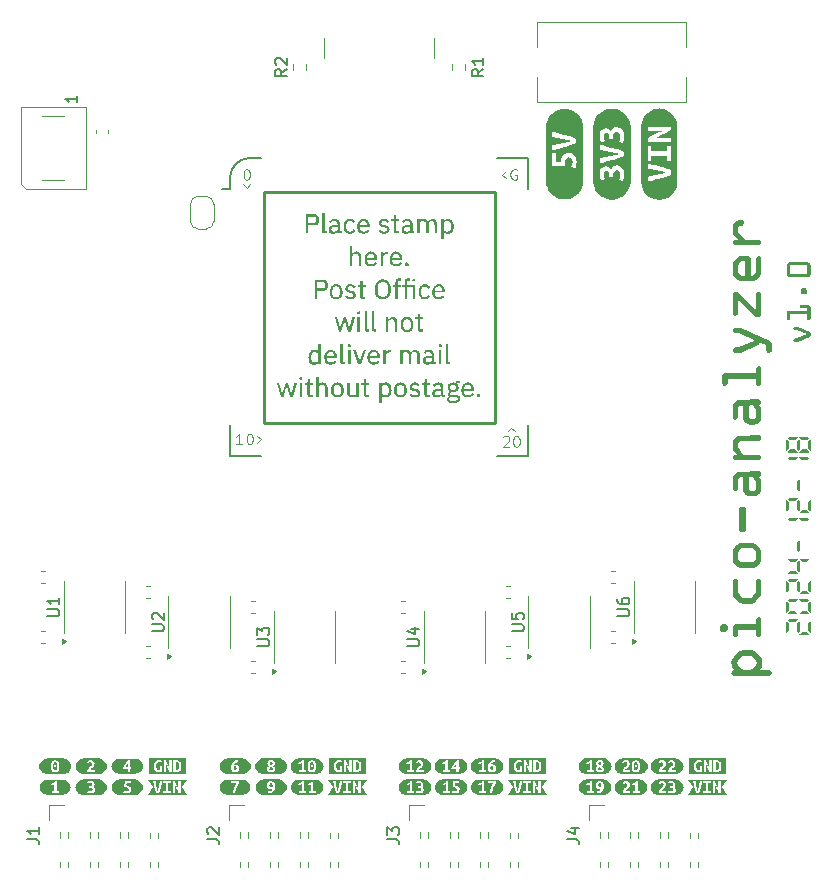
<source format=gbr>
%TF.GenerationSoftware,KiCad,Pcbnew,8.0.6*%
%TF.CreationDate,2024-12-18T16:17:06-08:00*%
%TF.ProjectId,pico-analyzer,7069636f-2d61-46e6-916c-797a65722e6b,1.0*%
%TF.SameCoordinates,Original*%
%TF.FileFunction,Legend,Top*%
%TF.FilePolarity,Positive*%
%FSLAX46Y46*%
G04 Gerber Fmt 4.6, Leading zero omitted, Abs format (unit mm)*
G04 Created by KiCad (PCBNEW 8.0.6) date 2024-12-18 16:17:06*
%MOMM*%
%LPD*%
G01*
G04 APERTURE LIST*
%ADD10C,0.250000*%
%ADD11C,0.500000*%
%ADD12C,0.100000*%
%ADD13C,0.300000*%
%ADD14C,0.120000*%
%ADD15C,0.150000*%
%ADD16C,0.000000*%
G04 APERTURE END LIST*
D10*
X105791000Y-67183000D02*
X125349000Y-67183000D01*
X125349000Y-86741000D01*
X105791000Y-86741000D01*
X105791000Y-67183000D01*
D11*
G36*
X147152245Y-106031039D02*
G01*
X147296718Y-106069281D01*
X147436561Y-106143997D01*
X147556308Y-106254674D01*
X147866985Y-106615909D01*
X147950184Y-106735923D01*
X148005721Y-106884153D01*
X148023789Y-107043090D01*
X148023789Y-107131017D01*
X148023308Y-107157541D01*
X148002228Y-107303000D01*
X147946810Y-107444853D01*
X147859845Y-107573797D01*
X147746085Y-107691555D01*
X148589455Y-107691555D01*
X148646949Y-107699298D01*
X148774670Y-107788786D01*
X148820997Y-107928959D01*
X148816217Y-107975607D01*
X148735970Y-108108809D01*
X148589455Y-108162699D01*
X145631430Y-108162699D01*
X145575015Y-108155287D01*
X145445887Y-108068438D01*
X145397690Y-107928959D01*
X145405419Y-107871080D01*
X145485238Y-107747172D01*
X145631430Y-107691555D01*
X145688583Y-107691555D01*
X145667083Y-107670327D01*
X145559956Y-107559135D01*
X145470183Y-107429935D01*
X145415054Y-107284822D01*
X145397690Y-107131017D01*
X145397690Y-107043090D01*
X145868834Y-107043090D01*
X145868834Y-107131017D01*
X145921591Y-107261443D01*
X146308471Y-107640264D01*
X146435233Y-107691555D01*
X146986978Y-107691555D01*
X147009839Y-107690360D01*
X147143176Y-107623273D01*
X147245631Y-107513502D01*
X147277864Y-107482086D01*
X147390690Y-107373393D01*
X147499888Y-107262176D01*
X147553377Y-107131017D01*
X147553377Y-107043090D01*
X147508681Y-106924388D01*
X147193607Y-106557291D01*
X147190987Y-106554147D01*
X147054389Y-106495009D01*
X146371486Y-106495009D01*
X146366137Y-106495092D01*
X146233000Y-106558024D01*
X145913531Y-106924388D01*
X145868834Y-107043090D01*
X145397690Y-107043090D01*
X145399451Y-106992900D01*
X145430423Y-106834706D01*
X145491845Y-106700081D01*
X145585635Y-106569003D01*
X145689316Y-106455442D01*
X145735430Y-106401614D01*
X145831454Y-106290786D01*
X145938868Y-106185701D01*
X146065263Y-106098328D01*
X146218233Y-106040635D01*
X146371486Y-106023865D01*
X147054389Y-106023865D01*
X147152245Y-106031039D01*
G37*
G36*
X147692595Y-104920375D02*
G01*
X147833083Y-104871883D01*
X147919016Y-104751559D01*
X147930000Y-104682239D01*
X147930000Y-103435135D01*
X147881772Y-103294647D01*
X147761848Y-103208714D01*
X147692595Y-103197731D01*
X147546702Y-103253111D01*
X147467269Y-103377012D01*
X147459588Y-103435135D01*
X147459588Y-103823481D01*
X145729616Y-103823481D01*
X145588864Y-103871629D01*
X145499225Y-104000365D01*
X145491479Y-104056488D01*
X145491479Y-104682239D01*
X145539971Y-104822990D01*
X145660296Y-104909324D01*
X145729616Y-104920375D01*
X145868516Y-104871883D01*
X145955214Y-104740410D01*
X145962623Y-104682239D01*
X145962623Y-104290229D01*
X147459588Y-104290229D01*
X147459588Y-104682239D01*
X147507521Y-104822990D01*
X147636228Y-104912629D01*
X147692595Y-104920375D01*
G37*
G36*
X144832023Y-104504186D02*
G01*
X144972511Y-104455742D01*
X145058444Y-104335762D01*
X145069427Y-104266781D01*
X145069427Y-104056488D01*
X145014047Y-103910899D01*
X144890146Y-103831207D01*
X144832023Y-103823481D01*
X144655436Y-103823481D01*
X144516536Y-103871629D01*
X144429837Y-104000365D01*
X144422428Y-104056488D01*
X144422428Y-104266781D01*
X144469069Y-104406954D01*
X144597601Y-104496442D01*
X144655436Y-104504186D01*
X144832023Y-104504186D01*
G37*
G36*
X146964263Y-102089845D02*
G01*
X147120323Y-102071985D01*
X147271459Y-102015476D01*
X147395502Y-101930582D01*
X147462519Y-101863432D01*
X147773196Y-101502197D01*
X147862737Y-101369546D01*
X147915263Y-101218966D01*
X147930000Y-101075016D01*
X147930000Y-100188414D01*
X147881772Y-100048242D01*
X147761848Y-99962057D01*
X147692595Y-99951010D01*
X147546702Y-100006628D01*
X147467269Y-100130536D01*
X147459588Y-100188414D01*
X147459588Y-101075016D01*
X147414891Y-101192985D01*
X147106413Y-101554953D01*
X146970309Y-101618630D01*
X146964263Y-101618701D01*
X146457948Y-101618701D01*
X146323529Y-101560272D01*
X146320928Y-101556419D01*
X146007320Y-101192985D01*
X145962623Y-101075016D01*
X145962623Y-100188414D01*
X145915983Y-100048242D01*
X145787450Y-99958753D01*
X145729616Y-99951010D01*
X145588864Y-99999454D01*
X145502530Y-100119434D01*
X145491479Y-100188414D01*
X145491479Y-101075016D01*
X145511375Y-101241549D01*
X145564779Y-101385986D01*
X145642265Y-101512417D01*
X145753768Y-101646129D01*
X145870092Y-101766877D01*
X145958960Y-101862699D01*
X146076374Y-101972851D01*
X146213628Y-102045967D01*
X146358038Y-102082956D01*
X146457948Y-102089845D01*
X146964263Y-102089845D01*
G37*
G36*
X147286937Y-96929052D02*
G01*
X147428534Y-96979190D01*
X147562955Y-97070641D01*
X147674314Y-97182944D01*
X147773196Y-97300731D01*
X147856395Y-97418940D01*
X147911932Y-97566808D01*
X147930000Y-97723516D01*
X147930000Y-98248882D01*
X147929531Y-98274996D01*
X147902751Y-98437296D01*
X147833463Y-98587311D01*
X147740818Y-98712459D01*
X147643503Y-98826272D01*
X147576110Y-98895394D01*
X147450903Y-98980684D01*
X147299452Y-99036164D01*
X147145247Y-99053418D01*
X146276964Y-99053418D01*
X146135274Y-99039192D01*
X145993677Y-98989842D01*
X145859256Y-98899665D01*
X145747897Y-98788621D01*
X145649016Y-98671666D01*
X145567568Y-98553458D01*
X145510602Y-98405589D01*
X145491479Y-98248882D01*
X145491479Y-97723516D01*
X145962623Y-97723516D01*
X145962623Y-98248882D01*
X145963890Y-98270377D01*
X146033302Y-98406667D01*
X146139211Y-98519259D01*
X146142129Y-98522856D01*
X146276964Y-98582273D01*
X147145247Y-98582273D01*
X147192083Y-98576414D01*
X147317297Y-98488987D01*
X147413426Y-98367584D01*
X147459588Y-98248882D01*
X147459588Y-97723516D01*
X147458321Y-97701892D01*
X147388909Y-97565074D01*
X147283000Y-97452406D01*
X147280070Y-97448798D01*
X147145247Y-97385728D01*
X146276964Y-97385728D01*
X146250250Y-97388048D01*
X146115681Y-97457250D01*
X146015790Y-97571662D01*
X145962623Y-97723516D01*
X145491479Y-97723516D01*
X145491949Y-97697709D01*
X145518853Y-97535914D01*
X145588474Y-97384445D01*
X145681588Y-97257981D01*
X145779441Y-97145393D01*
X145846432Y-97077837D01*
X145971161Y-96991356D01*
X146122461Y-96933130D01*
X146276964Y-96914583D01*
X147145247Y-96914583D01*
X147286937Y-96929052D01*
G37*
G36*
X146426441Y-96016991D02*
G01*
X146566928Y-95970301D01*
X146656147Y-95841378D01*
X146663845Y-95783250D01*
X146663845Y-94115560D01*
X146615617Y-93975388D01*
X146495693Y-93889202D01*
X146426441Y-93878156D01*
X146249853Y-93878156D01*
X146109680Y-93926600D01*
X146023495Y-94046580D01*
X146012449Y-94115560D01*
X146012449Y-95783250D01*
X146060892Y-95922730D01*
X146191974Y-96009579D01*
X146249853Y-96016991D01*
X146426441Y-96016991D01*
G37*
G36*
X147765446Y-90853244D02*
G01*
X147883310Y-90942085D01*
X147930000Y-91083530D01*
X147929682Y-91095082D01*
X147871738Y-91236611D01*
X147738025Y-91312874D01*
X147897027Y-91587647D01*
X147930000Y-91704883D01*
X147930000Y-92331366D01*
X147926555Y-92396979D01*
X147889614Y-92552726D01*
X147816630Y-92692302D01*
X147713136Y-92810291D01*
X147584666Y-92901276D01*
X147436757Y-92959839D01*
X147274940Y-92980564D01*
X147038269Y-92980564D01*
X146972220Y-92977161D01*
X146815220Y-92940651D01*
X146674280Y-92868469D01*
X146554968Y-92766033D01*
X146462852Y-92638759D01*
X146403498Y-92492064D01*
X146382477Y-92331366D01*
X146382477Y-91520236D01*
X146853621Y-91520236D01*
X146853621Y-92331366D01*
X146901891Y-92451316D01*
X147038269Y-92509419D01*
X147274940Y-92509419D01*
X147393557Y-92470132D01*
X147459588Y-92331366D01*
X147459588Y-91770829D01*
X147202400Y-91337786D01*
X147029476Y-91337786D01*
X146919913Y-91382648D01*
X146853621Y-91520236D01*
X146382477Y-91520236D01*
X146382586Y-91508122D01*
X146402260Y-91360501D01*
X146326359Y-91361952D01*
X146175895Y-91368152D01*
X146024595Y-91414493D01*
X145962623Y-91549545D01*
X145962623Y-92331366D01*
X145957811Y-92377773D01*
X145877031Y-92510545D01*
X145729616Y-92564374D01*
X145671445Y-92556965D01*
X145539971Y-92470266D01*
X145491479Y-92331366D01*
X145491479Y-91549545D01*
X145494829Y-91484028D01*
X145530722Y-91329133D01*
X145601526Y-91190734D01*
X145701738Y-91073560D01*
X145825859Y-90982341D01*
X145968388Y-90921806D01*
X146123824Y-90896684D01*
X147696259Y-90841729D01*
X147765446Y-90853244D01*
G37*
G36*
X147691863Y-89944137D02*
G01*
X147832615Y-89897447D01*
X147922254Y-89768523D01*
X147930000Y-89710396D01*
X147881507Y-89570224D01*
X147761183Y-89484038D01*
X147691863Y-89472992D01*
X146394200Y-89472992D01*
X145962623Y-88804744D01*
X145962623Y-88513118D01*
X146026785Y-88375091D01*
X146138478Y-88330668D01*
X147701388Y-88276447D01*
X147845494Y-88221136D01*
X147925225Y-88088092D01*
X147930000Y-88042706D01*
X147881458Y-87903806D01*
X147760790Y-87820276D01*
X147691130Y-87809698D01*
X146123824Y-87860257D01*
X145968388Y-87885379D01*
X145825859Y-87945914D01*
X145701738Y-88037133D01*
X145601526Y-88154307D01*
X145530722Y-88292706D01*
X145494829Y-88447601D01*
X145491479Y-88513118D01*
X145491479Y-88752720D01*
X145508790Y-88902295D01*
X145559345Y-89040404D01*
X145596259Y-89105162D01*
X145830000Y-89472992D01*
X145729616Y-89472992D01*
X145588864Y-89521436D01*
X145502530Y-89641416D01*
X145491479Y-89710396D01*
X145539971Y-89849876D01*
X145660296Y-89933554D01*
X145729616Y-89944137D01*
X147691863Y-89944137D01*
G37*
G36*
X147765446Y-84780390D02*
G01*
X147883310Y-84869231D01*
X147930000Y-85010675D01*
X147929682Y-85022228D01*
X147871738Y-85163757D01*
X147738025Y-85240019D01*
X147897027Y-85514793D01*
X147930000Y-85632029D01*
X147930000Y-86258512D01*
X147926555Y-86324125D01*
X147889614Y-86479872D01*
X147816630Y-86619448D01*
X147713136Y-86737437D01*
X147584666Y-86828422D01*
X147436757Y-86886985D01*
X147274940Y-86907710D01*
X147038269Y-86907710D01*
X146972220Y-86904307D01*
X146815220Y-86867797D01*
X146674280Y-86795615D01*
X146554968Y-86693179D01*
X146462852Y-86565905D01*
X146403498Y-86419210D01*
X146382477Y-86258512D01*
X146382477Y-85447382D01*
X146853621Y-85447382D01*
X146853621Y-86258512D01*
X146901891Y-86378462D01*
X147038269Y-86436565D01*
X147274940Y-86436565D01*
X147393557Y-86397278D01*
X147459588Y-86258512D01*
X147459588Y-85697975D01*
X147202400Y-85264932D01*
X147029476Y-85264932D01*
X146919913Y-85309794D01*
X146853621Y-85447382D01*
X146382477Y-85447382D01*
X146382586Y-85435268D01*
X146402260Y-85287647D01*
X146326359Y-85289098D01*
X146175895Y-85295298D01*
X146024595Y-85341639D01*
X145962623Y-85476691D01*
X145962623Y-86258512D01*
X145957811Y-86304919D01*
X145877031Y-86437691D01*
X145729616Y-86491520D01*
X145671445Y-86484110D01*
X145539971Y-86397412D01*
X145491479Y-86258512D01*
X145491479Y-85476691D01*
X145494829Y-85411173D01*
X145530722Y-85256279D01*
X145601526Y-85117880D01*
X145701738Y-85000706D01*
X145825859Y-84909487D01*
X145968388Y-84848952D01*
X146123824Y-84823830D01*
X147696259Y-84768875D01*
X147765446Y-84780390D01*
G37*
G36*
X147692595Y-83665386D02*
G01*
X147833083Y-83616893D01*
X147919016Y-83496569D01*
X147930000Y-83427249D01*
X147930000Y-82180145D01*
X147881772Y-82039658D01*
X147761848Y-81953724D01*
X147692595Y-81942741D01*
X147546702Y-81998122D01*
X147467269Y-82122022D01*
X147459588Y-82180145D01*
X147459588Y-82568491D01*
X144834221Y-82568491D01*
X144688030Y-82623740D01*
X144605476Y-82756354D01*
X144600481Y-82801499D01*
X144600481Y-83427249D01*
X144648679Y-83568001D01*
X144777806Y-83657640D01*
X144834221Y-83665386D01*
X144974709Y-83616893D01*
X145060642Y-83496569D01*
X145071625Y-83427249D01*
X145071625Y-83039636D01*
X147459588Y-83039636D01*
X147459588Y-83427249D01*
X147507521Y-83568001D01*
X147636228Y-83657640D01*
X147692595Y-83665386D01*
G37*
G36*
X148587990Y-80834855D02*
G01*
X148735405Y-80780965D01*
X148816185Y-80647764D01*
X148820997Y-80601115D01*
X148820997Y-80030320D01*
X148772485Y-79884555D01*
X148681779Y-79811234D01*
X146182442Y-78719468D01*
X146087920Y-78696021D01*
X145730348Y-78696021D01*
X145589332Y-78744464D01*
X145502598Y-78864444D01*
X145491479Y-78933425D01*
X145540236Y-79074177D01*
X145660961Y-79160511D01*
X145730348Y-79171562D01*
X146036629Y-79171562D01*
X147280802Y-79717444D01*
X147280802Y-79821492D01*
X146036629Y-80363711D01*
X145730348Y-80363711D01*
X145589332Y-80412154D01*
X145502598Y-80532135D01*
X145491479Y-80601115D01*
X145540236Y-80740595D01*
X145660961Y-80824273D01*
X145730348Y-80834855D01*
X146087920Y-80834855D01*
X146181709Y-80815805D01*
X147607599Y-80190787D01*
X147720611Y-80092130D01*
X147753412Y-79975365D01*
X147753412Y-79923341D01*
X148350586Y-80184193D01*
X148350586Y-80601115D01*
X148398814Y-80740595D01*
X148529867Y-80827443D01*
X148587990Y-80834855D01*
G37*
G36*
X147692595Y-77798428D02*
G01*
X147833083Y-77751739D01*
X147922302Y-77622815D01*
X147930000Y-77564688D01*
X147930000Y-75896998D01*
X147881772Y-75756825D01*
X147761848Y-75670640D01*
X147692595Y-75659594D01*
X147546702Y-75715211D01*
X147467269Y-75839119D01*
X147459588Y-75896998D01*
X147459588Y-77166816D01*
X146078394Y-75734332D01*
X145947838Y-75663581D01*
X145906203Y-75659594D01*
X145729616Y-75659594D01*
X145588864Y-75708037D01*
X145502530Y-75828017D01*
X145491479Y-75896998D01*
X145491479Y-77464304D01*
X145539971Y-77603204D01*
X145671445Y-77689902D01*
X145729616Y-77697312D01*
X145877031Y-77643483D01*
X145957811Y-77510711D01*
X145962623Y-77464304D01*
X145962623Y-76291206D01*
X147347480Y-77728086D01*
X147480572Y-77795830D01*
X147516008Y-77798428D01*
X147692595Y-77798428D01*
G37*
G36*
X146870850Y-72634213D02*
G01*
X146990774Y-72720398D01*
X147039002Y-72860571D01*
X147039002Y-74290857D01*
X147145980Y-74290857D01*
X147192575Y-74284999D01*
X147317488Y-74197701D01*
X147414159Y-74076900D01*
X147459588Y-73957465D01*
X147459588Y-72860571D01*
X147467269Y-72802692D01*
X147546702Y-72678784D01*
X147692595Y-72623167D01*
X147761848Y-72634213D01*
X147881772Y-72720398D01*
X147930000Y-72860571D01*
X147930000Y-73957465D01*
X147929531Y-73983580D01*
X147902740Y-74145891D01*
X147833371Y-74295986D01*
X147740509Y-74421351D01*
X147642770Y-74535588D01*
X147574528Y-74602738D01*
X147450920Y-74687632D01*
X147301296Y-74744141D01*
X147145980Y-74762001D01*
X146278429Y-74762001D01*
X146136155Y-74747776D01*
X145994092Y-74698426D01*
X145859379Y-74608248D01*
X145747912Y-74497204D01*
X145649016Y-74380250D01*
X145567568Y-74262041D01*
X145510602Y-74114173D01*
X145491479Y-73957465D01*
X145491479Y-73432099D01*
X145962623Y-73432099D01*
X145962623Y-73957465D01*
X145963890Y-73978960D01*
X146033412Y-74115250D01*
X146139944Y-74227842D01*
X146142861Y-74231440D01*
X146278429Y-74290857D01*
X146568590Y-74290857D01*
X146568590Y-73094311D01*
X146278429Y-73094311D01*
X146251578Y-73096632D01*
X146116360Y-73165834D01*
X146016020Y-73280245D01*
X145962623Y-73432099D01*
X145491479Y-73432099D01*
X145491937Y-73406292D01*
X145518235Y-73244498D01*
X145586825Y-73093029D01*
X145679733Y-72966564D01*
X145779441Y-72853976D01*
X145846127Y-72786421D01*
X145970029Y-72699939D01*
X146121534Y-72641714D01*
X146278429Y-72623167D01*
X146801598Y-72623167D01*
X146870850Y-72634213D01*
G37*
G36*
X147691863Y-71725574D02*
G01*
X147832615Y-71678884D01*
X147922254Y-71549961D01*
X147930000Y-71491834D01*
X147881507Y-71351661D01*
X147761183Y-71265476D01*
X147691863Y-71254430D01*
X146552470Y-71254430D01*
X145962623Y-70571527D01*
X145962623Y-70240333D01*
X146022949Y-70104388D01*
X146145806Y-70057884D01*
X146263775Y-70057884D01*
X146402939Y-70010979D01*
X146490058Y-69882026D01*
X146497515Y-69824144D01*
X146450825Y-69683971D01*
X146321902Y-69594483D01*
X146263775Y-69586740D01*
X146145806Y-69586740D01*
X145984526Y-69608025D01*
X145836899Y-69667933D01*
X145708524Y-69760544D01*
X145605003Y-69879938D01*
X145531939Y-70020196D01*
X145494931Y-70175396D01*
X145491479Y-70240333D01*
X145491479Y-70655791D01*
X145530314Y-70792811D01*
X145925987Y-71254430D01*
X145729616Y-71254430D01*
X145588864Y-71302873D01*
X145502530Y-71422853D01*
X145491479Y-71491834D01*
X145539971Y-71631313D01*
X145660296Y-71714992D01*
X145729616Y-71725574D01*
X147691863Y-71725574D01*
G37*
D12*
G36*
X110107573Y-69097439D02*
G01*
X110190352Y-69115951D01*
X110217747Y-69125704D01*
X110292377Y-69163526D01*
X110355319Y-69214277D01*
X110362828Y-69222021D01*
X110411991Y-69286627D01*
X110448402Y-69362567D01*
X110452294Y-69373549D01*
X110472955Y-69454400D01*
X110481781Y-69535968D01*
X110482519Y-69569005D01*
X110477531Y-69654149D01*
X110461001Y-69737809D01*
X110452294Y-69765669D01*
X110417582Y-69842253D01*
X110370119Y-69908034D01*
X110362828Y-69915988D01*
X110301445Y-69968551D01*
X110228373Y-70008363D01*
X110217747Y-70012708D01*
X110138164Y-70035574D01*
X110056253Y-70045341D01*
X110022695Y-70046157D01*
X109579394Y-70046157D01*
X109579394Y-70716751D01*
X109354117Y-70716751D01*
X109354117Y-69839821D01*
X109579394Y-69839821D01*
X110013426Y-69839821D01*
X110094047Y-69830642D01*
X110170995Y-69794146D01*
X110182686Y-69784207D01*
X110228024Y-69716604D01*
X110243077Y-69632180D01*
X110243136Y-69625828D01*
X110243136Y-69512181D01*
X110231566Y-69431562D01*
X110190006Y-69361340D01*
X110182686Y-69354205D01*
X110110348Y-69312192D01*
X110026886Y-69298407D01*
X110013426Y-69298188D01*
X109579394Y-69298188D01*
X109579394Y-69839821D01*
X109354117Y-69839821D01*
X109354117Y-69091852D01*
X110022695Y-69091852D01*
X110107573Y-69097439D01*
G37*
G36*
X110982643Y-70716751D02*
G01*
X110901182Y-70706774D01*
X110825393Y-70667103D01*
X110814188Y-70656300D01*
X110771571Y-70585574D01*
X110757421Y-70501333D01*
X110757365Y-70495100D01*
X110757365Y-68988684D01*
X110973374Y-68988684D01*
X110973374Y-70536206D01*
X111145052Y-70536206D01*
X111145052Y-70716751D01*
X110982643Y-70716751D01*
G37*
G36*
X111872208Y-69482572D02*
G01*
X111957348Y-69496757D01*
X112042703Y-69525767D01*
X112115312Y-69568428D01*
X112139255Y-69587946D01*
X112193206Y-69648018D01*
X112231743Y-69719425D01*
X112254866Y-69802166D01*
X112262452Y-69883862D01*
X112262573Y-69896241D01*
X112262573Y-70536206D01*
X112397175Y-70536206D01*
X112397175Y-70716751D01*
X112274260Y-70716751D01*
X112191542Y-70703999D01*
X112124344Y-70658718D01*
X112082167Y-70587505D01*
X112063088Y-70508802D01*
X112051401Y-70508802D01*
X112016056Y-70586934D01*
X111960755Y-70654181D01*
X111923649Y-70682898D01*
X111850146Y-70719244D01*
X111765648Y-70738815D01*
X111703208Y-70742543D01*
X111614346Y-70736498D01*
X111526901Y-70715246D01*
X111452718Y-70678692D01*
X111410629Y-70645822D01*
X111355587Y-70578154D01*
X111320930Y-70496555D01*
X111307170Y-70411203D01*
X111306252Y-70380245D01*
X111309692Y-70344378D01*
X111531530Y-70344378D01*
X111531530Y-70390320D01*
X111550146Y-70470950D01*
X111590368Y-70517265D01*
X111665481Y-70552169D01*
X111745615Y-70561955D01*
X111751971Y-70561998D01*
X111834562Y-70555236D01*
X111912712Y-70532435D01*
X111963143Y-70504772D01*
X112023021Y-70444039D01*
X112046483Y-70363640D01*
X112046565Y-70358080D01*
X112046565Y-70175118D01*
X111816854Y-70175118D01*
X111731744Y-70179368D01*
X111650287Y-70195689D01*
X111599637Y-70218642D01*
X111544566Y-70279847D01*
X111531530Y-70344378D01*
X111309692Y-70344378D01*
X111314161Y-70297781D01*
X111341966Y-70217413D01*
X111389790Y-70150179D01*
X111432794Y-70112652D01*
X111504403Y-70072277D01*
X111592685Y-70043437D01*
X111683610Y-70027665D01*
X111771707Y-70021176D01*
X111819272Y-70020365D01*
X112046565Y-70020365D01*
X112046565Y-69910749D01*
X112037440Y-69827895D01*
X112003732Y-69751000D01*
X111981681Y-69724563D01*
X111911101Y-69679934D01*
X111828625Y-69661572D01*
X111779778Y-69659277D01*
X111698926Y-69667191D01*
X111620347Y-69695994D01*
X111602055Y-69707234D01*
X111537474Y-69762143D01*
X111487727Y-69826979D01*
X111484782Y-69831761D01*
X111355015Y-69713279D01*
X111402620Y-69644215D01*
X111465639Y-69583311D01*
X111516216Y-69547242D01*
X111589503Y-69511114D01*
X111674362Y-69488367D01*
X111760627Y-69479334D01*
X111791465Y-69478732D01*
X111872208Y-69482572D01*
G37*
G36*
X113103232Y-70742543D02*
G01*
X113017542Y-70737304D01*
X112932100Y-70719642D01*
X112873522Y-70698212D01*
X112797306Y-70656075D01*
X112731066Y-70601700D01*
X112703859Y-70572476D01*
X112656519Y-70506076D01*
X112618473Y-70429587D01*
X112598272Y-70372991D01*
X112577852Y-70288898D01*
X112566644Y-70206913D01*
X112562440Y-70119653D01*
X112562405Y-70110637D01*
X112565908Y-70022969D01*
X112576416Y-69940810D01*
X112596066Y-69856800D01*
X112598272Y-69849493D01*
X112627113Y-69773422D01*
X112667482Y-69699559D01*
X112703859Y-69650411D01*
X112765494Y-69589343D01*
X112837105Y-69541046D01*
X112873522Y-69523062D01*
X112952674Y-69496049D01*
X113032598Y-69482239D01*
X113103232Y-69478732D01*
X113188467Y-69483543D01*
X113274240Y-69500456D01*
X113356981Y-69533531D01*
X113393393Y-69555705D01*
X113457456Y-69608678D01*
X113510106Y-69671883D01*
X113551342Y-69745320D01*
X113558220Y-69761236D01*
X113379691Y-69849493D01*
X113342411Y-69774987D01*
X113282931Y-69713668D01*
X113278538Y-69710458D01*
X113204693Y-69673721D01*
X113122509Y-69659727D01*
X113103232Y-69659277D01*
X113021883Y-69666959D01*
X112939167Y-69697215D01*
X112874832Y-69750424D01*
X112869895Y-69756400D01*
X112825612Y-69829324D01*
X112801307Y-69906775D01*
X112792192Y-69994853D01*
X112792116Y-70004245D01*
X112792116Y-70217030D01*
X112798268Y-70297766D01*
X112819536Y-70377453D01*
X112860476Y-70452927D01*
X112869895Y-70465278D01*
X112932559Y-70520344D01*
X113013604Y-70552553D01*
X113103232Y-70561998D01*
X113187747Y-70553219D01*
X113264928Y-70524127D01*
X113289016Y-70508802D01*
X113348653Y-70453495D01*
X113394638Y-70387081D01*
X113409916Y-70357677D01*
X113567489Y-70455203D01*
X113530256Y-70527042D01*
X113478117Y-70595646D01*
X113414645Y-70652444D01*
X113393393Y-70667181D01*
X113315186Y-70706923D01*
X113235108Y-70730105D01*
X113145850Y-70741365D01*
X113103232Y-70742543D01*
G37*
G36*
X114343626Y-69484209D02*
G01*
X114426868Y-69502674D01*
X114484316Y-69525077D01*
X114559350Y-69568125D01*
X114624009Y-69622613D01*
X114650352Y-69651620D01*
X114699908Y-69722162D01*
X114735970Y-69796251D01*
X114752714Y-69843448D01*
X114772446Y-69921917D01*
X114783988Y-70004387D01*
X114787372Y-70082830D01*
X114787372Y-70175118D01*
X113940265Y-70175118D01*
X113940265Y-70223075D01*
X113948884Y-70310995D01*
X113974740Y-70388368D01*
X114023092Y-70461296D01*
X114028522Y-70467293D01*
X114097961Y-70521212D01*
X114176294Y-70550807D01*
X114259177Y-70561628D01*
X114279188Y-70561998D01*
X114359833Y-70554914D01*
X114442314Y-70528743D01*
X114473838Y-70511623D01*
X114538820Y-70459677D01*
X114591306Y-70391995D01*
X114604007Y-70369767D01*
X114743445Y-70486234D01*
X114698053Y-70554673D01*
X114640460Y-70613903D01*
X114570667Y-70663924D01*
X114555244Y-70672823D01*
X114481269Y-70706526D01*
X114400345Y-70729198D01*
X114312472Y-70740840D01*
X114260650Y-70742543D01*
X114177341Y-70737161D01*
X114092975Y-70719017D01*
X114034164Y-70697003D01*
X113962795Y-70657805D01*
X113894944Y-70603957D01*
X113862486Y-70570058D01*
X113813880Y-70503828D01*
X113774455Y-70427849D01*
X113753272Y-70371782D01*
X113731475Y-70288377D01*
X113719511Y-70206770D01*
X113715025Y-70119652D01*
X113714987Y-70110637D01*
X113718726Y-70024126D01*
X113721511Y-70003842D01*
X113940265Y-70003842D01*
X113940265Y-70020365D01*
X114557662Y-70020365D01*
X114557662Y-69996991D01*
X114551318Y-69916021D01*
X114529389Y-69837121D01*
X114487176Y-69763786D01*
X114477465Y-69751967D01*
X114415844Y-69699195D01*
X114340700Y-69668328D01*
X114260650Y-69659277D01*
X114177594Y-69669352D01*
X114131690Y-69685069D01*
X114060879Y-69727599D01*
X114029328Y-69756803D01*
X113981591Y-69824209D01*
X113963236Y-69865613D01*
X113944056Y-69944868D01*
X113940265Y-70003842D01*
X113721511Y-70003842D01*
X113729943Y-69942416D01*
X113750917Y-69858081D01*
X113753272Y-69850702D01*
X113783451Y-69774085D01*
X113825171Y-69700280D01*
X113862486Y-69651620D01*
X113925037Y-69591136D01*
X113997431Y-69542624D01*
X114034164Y-69524271D01*
X114113429Y-69496521D01*
X114199495Y-69481579D01*
X114260650Y-69478732D01*
X114343626Y-69484209D01*
G37*
G36*
X115989926Y-70742543D02*
G01*
X115899995Y-70737538D01*
X115818352Y-70722523D01*
X115737358Y-70694101D01*
X115707826Y-70679271D01*
X115639111Y-70635398D01*
X115576536Y-70582866D01*
X115520100Y-70521676D01*
X115509550Y-70508399D01*
X115655839Y-70383066D01*
X115713381Y-70446359D01*
X115776643Y-70496748D01*
X115807770Y-70515653D01*
X115886990Y-70547334D01*
X115969806Y-70560867D01*
X116004031Y-70561998D01*
X116089089Y-70554150D01*
X116168392Y-70522943D01*
X116180143Y-70514444D01*
X116229022Y-70449597D01*
X116240593Y-70383469D01*
X116221354Y-70301614D01*
X116199890Y-70271838D01*
X116126886Y-70229335D01*
X116047958Y-70211388D01*
X115945999Y-70195268D01*
X115863586Y-70180155D01*
X115788023Y-70158192D01*
X115713499Y-70124075D01*
X115664705Y-70090487D01*
X115609733Y-70030510D01*
X115584911Y-69987722D01*
X115560683Y-69907219D01*
X115555895Y-69842642D01*
X115563955Y-69759019D01*
X115588135Y-69685472D01*
X115632891Y-69615340D01*
X115678810Y-69571020D01*
X115751109Y-69526801D01*
X115817039Y-69502106D01*
X115900964Y-69484576D01*
X115986415Y-69478755D01*
X115992344Y-69478732D01*
X116074437Y-69482813D01*
X116156155Y-69496918D01*
X116234499Y-69524070D01*
X116247444Y-69530316D01*
X116320588Y-69574558D01*
X116386479Y-69629908D01*
X116426376Y-69672979D01*
X116289356Y-69803148D01*
X116229864Y-69742707D01*
X116169665Y-69702398D01*
X116091664Y-69671447D01*
X116005601Y-69659656D01*
X115985493Y-69659277D01*
X115904171Y-69666925D01*
X115826127Y-69700010D01*
X115819054Y-69705622D01*
X115772300Y-69775517D01*
X115764649Y-69828940D01*
X115783119Y-69909787D01*
X115817039Y-69947422D01*
X115892427Y-69982502D01*
X115973806Y-70000618D01*
X116075766Y-70017141D01*
X116157817Y-70033045D01*
X116238367Y-70057786D01*
X116312125Y-70093988D01*
X116362702Y-70133608D01*
X116412262Y-70199281D01*
X116441249Y-70277716D01*
X116449750Y-70360095D01*
X116442043Y-70444095D01*
X116414946Y-70527456D01*
X116368341Y-70599022D01*
X116326432Y-70640180D01*
X116259307Y-70684964D01*
X116180848Y-70716952D01*
X116091054Y-70736145D01*
X116003187Y-70742443D01*
X115989926Y-70742543D01*
G37*
G36*
X117031280Y-70716751D02*
G01*
X116949426Y-70706508D01*
X116876962Y-70669234D01*
X116861617Y-70654688D01*
X116818093Y-70581443D01*
X116803811Y-70499667D01*
X116803585Y-70486637D01*
X116803585Y-69685069D01*
X116610950Y-69685069D01*
X116610950Y-69504524D01*
X116717746Y-69504524D01*
X116796530Y-69484997D01*
X116801167Y-69480747D01*
X116824541Y-69400550D01*
X116824541Y-69195020D01*
X117019593Y-69195020D01*
X117019593Y-69504524D01*
X117277111Y-69504524D01*
X117277111Y-69685069D01*
X117019593Y-69685069D01*
X117019593Y-70536206D01*
X117258573Y-70536206D01*
X117258573Y-70716751D01*
X117031280Y-70716751D01*
G37*
G36*
X118033283Y-69482572D02*
G01*
X118118423Y-69496757D01*
X118203777Y-69525767D01*
X118276387Y-69568428D01*
X118300329Y-69587946D01*
X118354281Y-69648018D01*
X118392818Y-69719425D01*
X118415940Y-69802166D01*
X118423527Y-69883862D01*
X118423648Y-69896241D01*
X118423648Y-70536206D01*
X118558250Y-70536206D01*
X118558250Y-70716751D01*
X118435335Y-70716751D01*
X118352617Y-70703999D01*
X118285418Y-70658718D01*
X118243242Y-70587505D01*
X118224162Y-70508802D01*
X118212475Y-70508802D01*
X118177131Y-70586934D01*
X118121830Y-70654181D01*
X118084724Y-70682898D01*
X118011220Y-70719244D01*
X117926723Y-70738815D01*
X117864283Y-70742543D01*
X117775421Y-70736498D01*
X117687976Y-70715246D01*
X117613792Y-70678692D01*
X117571704Y-70645822D01*
X117516661Y-70578154D01*
X117482005Y-70496555D01*
X117468244Y-70411203D01*
X117467327Y-70380245D01*
X117470767Y-70344378D01*
X117692604Y-70344378D01*
X117692604Y-70390320D01*
X117711221Y-70470950D01*
X117751442Y-70517265D01*
X117826556Y-70552169D01*
X117906690Y-70561955D01*
X117913046Y-70561998D01*
X117995636Y-70555236D01*
X118073787Y-70532435D01*
X118124218Y-70504772D01*
X118184096Y-70444039D01*
X118207558Y-70363640D01*
X118207639Y-70358080D01*
X118207639Y-70175118D01*
X117977929Y-70175118D01*
X117892819Y-70179368D01*
X117811362Y-70195689D01*
X117760711Y-70218642D01*
X117705640Y-70279847D01*
X117692604Y-70344378D01*
X117470767Y-70344378D01*
X117475236Y-70297781D01*
X117503040Y-70217413D01*
X117550865Y-70150179D01*
X117593869Y-70112652D01*
X117665477Y-70072277D01*
X117753760Y-70043437D01*
X117844685Y-70027665D01*
X117932781Y-70021176D01*
X117980347Y-70020365D01*
X118207639Y-70020365D01*
X118207639Y-69910749D01*
X118198515Y-69827895D01*
X118164806Y-69751000D01*
X118142756Y-69724563D01*
X118072176Y-69679934D01*
X117989699Y-69661572D01*
X117940853Y-69659277D01*
X117860001Y-69667191D01*
X117781422Y-69695994D01*
X117763129Y-69707234D01*
X117698549Y-69762143D01*
X117648801Y-69826979D01*
X117645856Y-69831761D01*
X117516090Y-69713279D01*
X117563694Y-69644215D01*
X117626714Y-69583311D01*
X117677290Y-69547242D01*
X117750578Y-69511114D01*
X117835437Y-69488367D01*
X117921702Y-69479334D01*
X117952540Y-69478732D01*
X118033283Y-69482572D01*
G37*
G36*
X118809319Y-70716751D02*
G01*
X118809319Y-69504524D01*
X119025328Y-69504524D01*
X119025328Y-69697159D01*
X119037015Y-69697159D01*
X119079286Y-69623184D01*
X119136984Y-69559238D01*
X119156303Y-69542809D01*
X119228181Y-69501322D01*
X119306454Y-69481799D01*
X119357400Y-69478732D01*
X119444713Y-69486666D01*
X119525905Y-69510469D01*
X119576633Y-69535152D01*
X119643317Y-69586988D01*
X119695266Y-69657866D01*
X119721713Y-69715697D01*
X119726549Y-69715697D01*
X119762521Y-69642673D01*
X119818047Y-69577497D01*
X119850270Y-69550063D01*
X119920441Y-69509452D01*
X120004611Y-69485698D01*
X120093279Y-69478732D01*
X120178816Y-69486339D01*
X120263243Y-69513081D01*
X120335174Y-69559077D01*
X120376186Y-69600439D01*
X120425668Y-69676609D01*
X120456056Y-69757644D01*
X120472150Y-69838839D01*
X120478448Y-69929637D01*
X120478548Y-69943392D01*
X120478548Y-70716751D01*
X120262540Y-70716751D01*
X120262540Y-69969990D01*
X120257854Y-69888836D01*
X120239399Y-69806271D01*
X120203299Y-69737056D01*
X120138812Y-69683886D01*
X120056277Y-69661176D01*
X120018724Y-69659277D01*
X119936005Y-69668588D01*
X119917974Y-69673382D01*
X119842468Y-69708248D01*
X119832941Y-69714891D01*
X119777987Y-69775414D01*
X119773700Y-69782998D01*
X119752469Y-69863267D01*
X119751938Y-69880524D01*
X119751938Y-70716751D01*
X119535929Y-70716751D01*
X119535929Y-69969990D01*
X119530036Y-69880478D01*
X119507405Y-69793090D01*
X119459550Y-69718749D01*
X119388592Y-69674145D01*
X119294532Y-69659277D01*
X119212959Y-69668588D01*
X119194588Y-69673382D01*
X119120727Y-69706652D01*
X119108749Y-69714891D01*
X119052802Y-69775414D01*
X119048299Y-69782998D01*
X119025888Y-69863267D01*
X119025328Y-69880524D01*
X119025328Y-70716751D01*
X118809319Y-70716751D01*
G37*
G36*
X121487070Y-69484796D02*
G01*
X121567998Y-69505051D01*
X121608159Y-69521853D01*
X121681274Y-69567221D01*
X121739911Y-69623024D01*
X121760090Y-69647993D01*
X121806116Y-69720704D01*
X121839628Y-69797740D01*
X121855199Y-69847075D01*
X121873783Y-69930765D01*
X121883984Y-70013129D01*
X121887810Y-70101474D01*
X121887842Y-70110637D01*
X121884654Y-70199581D01*
X121875090Y-70282542D01*
X121857207Y-70366891D01*
X121855199Y-70374200D01*
X121826711Y-70456847D01*
X121789610Y-70530086D01*
X121760090Y-70573685D01*
X121704881Y-70634292D01*
X121635458Y-70684982D01*
X121608159Y-70699421D01*
X121531672Y-70727341D01*
X121446937Y-70741027D01*
X121405047Y-70742543D01*
X121323118Y-70736066D01*
X121243409Y-70714229D01*
X121190247Y-70687734D01*
X121125665Y-70634163D01*
X121076647Y-70563165D01*
X121059272Y-70524519D01*
X121050003Y-70524519D01*
X121050003Y-71181007D01*
X120833995Y-71181007D01*
X120833995Y-69884957D01*
X121050003Y-69884957D01*
X121050003Y-70336318D01*
X121067590Y-70416364D01*
X121072974Y-70426590D01*
X121126221Y-70490019D01*
X121135842Y-70497921D01*
X121209066Y-70538646D01*
X121228532Y-70545475D01*
X121309120Y-70560691D01*
X121342582Y-70561998D01*
X121427991Y-70552710D01*
X121508032Y-70521039D01*
X121573501Y-70466890D01*
X121621684Y-70394217D01*
X121648131Y-70315506D01*
X121657801Y-70234370D01*
X121658131Y-70215015D01*
X121658131Y-70006260D01*
X121651437Y-69922956D01*
X121628296Y-69841836D01*
X121583749Y-69766514D01*
X121573501Y-69754385D01*
X121508032Y-69700236D01*
X121427991Y-69668565D01*
X121342582Y-69659277D01*
X121259224Y-69668021D01*
X121228532Y-69676203D01*
X121153777Y-69710875D01*
X121135842Y-69723757D01*
X121079070Y-69784761D01*
X121072974Y-69794685D01*
X121050362Y-69872615D01*
X121050003Y-69884957D01*
X120833995Y-69884957D01*
X120833995Y-69504524D01*
X121050003Y-69504524D01*
X121050003Y-69696756D01*
X121059272Y-69696756D01*
X121097337Y-69623233D01*
X121153538Y-69560468D01*
X121190247Y-69533943D01*
X121268858Y-69498196D01*
X121351930Y-69481374D01*
X121405047Y-69478732D01*
X121487070Y-69484796D01*
G37*
G36*
X113097994Y-71760684D02*
G01*
X113314002Y-71760684D01*
X113314002Y-72469159D01*
X113325689Y-72469159D01*
X113365800Y-72396493D01*
X113423278Y-72331478D01*
X113447395Y-72311585D01*
X113521934Y-72272185D01*
X113607386Y-72253644D01*
X113664613Y-72250732D01*
X113752492Y-72258339D01*
X113830347Y-72281159D01*
X113905951Y-72325016D01*
X113955982Y-72372439D01*
X114002176Y-72439362D01*
X114035172Y-72518829D01*
X114053216Y-72598651D01*
X114061156Y-72688078D01*
X114061568Y-72715392D01*
X114061568Y-73488751D01*
X113845560Y-73488751D01*
X113845560Y-72741990D01*
X113839381Y-72652478D01*
X113815655Y-72565090D01*
X113765483Y-72490749D01*
X113691090Y-72446145D01*
X113608046Y-72431580D01*
X113592476Y-72431277D01*
X113511325Y-72439886D01*
X113489308Y-72445382D01*
X113415020Y-72477082D01*
X113399841Y-72486891D01*
X113343069Y-72544942D01*
X113336973Y-72554998D01*
X113314563Y-72635267D01*
X113314002Y-72652524D01*
X113314002Y-73488751D01*
X113097994Y-73488751D01*
X113097994Y-71760684D01*
G37*
G36*
X114964248Y-72256209D02*
G01*
X115047490Y-72274674D01*
X115104937Y-72297077D01*
X115179972Y-72340125D01*
X115244631Y-72394613D01*
X115270974Y-72423620D01*
X115320529Y-72494162D01*
X115356592Y-72568251D01*
X115373336Y-72615448D01*
X115393068Y-72693917D01*
X115404609Y-72776387D01*
X115407994Y-72854830D01*
X115407994Y-72947118D01*
X114560886Y-72947118D01*
X114560886Y-72995075D01*
X114569505Y-73082995D01*
X114595362Y-73160368D01*
X114643714Y-73233296D01*
X114649144Y-73239293D01*
X114718582Y-73293212D01*
X114796916Y-73322807D01*
X114879798Y-73333628D01*
X114899810Y-73333998D01*
X114980454Y-73326914D01*
X115062936Y-73300743D01*
X115094459Y-73283623D01*
X115159442Y-73231677D01*
X115211928Y-73163995D01*
X115224629Y-73141767D01*
X115364067Y-73258234D01*
X115318674Y-73326673D01*
X115261081Y-73385903D01*
X115191288Y-73435924D01*
X115175865Y-73444823D01*
X115101891Y-73478526D01*
X115020967Y-73501198D01*
X114933093Y-73512840D01*
X114881272Y-73514543D01*
X114797963Y-73509161D01*
X114713597Y-73491017D01*
X114654786Y-73469003D01*
X114583417Y-73429805D01*
X114515565Y-73375957D01*
X114483107Y-73342058D01*
X114434502Y-73275828D01*
X114395077Y-73199849D01*
X114373894Y-73143782D01*
X114352097Y-73060377D01*
X114340133Y-72978770D01*
X114335646Y-72891652D01*
X114335609Y-72882637D01*
X114339348Y-72796126D01*
X114342132Y-72775842D01*
X114560886Y-72775842D01*
X114560886Y-72792365D01*
X115178283Y-72792365D01*
X115178283Y-72768991D01*
X115171940Y-72688021D01*
X115150011Y-72609121D01*
X115107798Y-72535786D01*
X115098086Y-72523967D01*
X115036466Y-72471195D01*
X114961321Y-72440328D01*
X114881272Y-72431277D01*
X114798216Y-72441352D01*
X114752312Y-72457069D01*
X114681500Y-72499599D01*
X114649950Y-72528803D01*
X114602213Y-72596209D01*
X114583857Y-72637613D01*
X114564677Y-72716868D01*
X114560886Y-72775842D01*
X114342132Y-72775842D01*
X114350564Y-72714416D01*
X114371539Y-72630081D01*
X114373894Y-72622702D01*
X114404072Y-72546085D01*
X114445792Y-72472280D01*
X114483107Y-72423620D01*
X114545658Y-72363136D01*
X114618053Y-72314624D01*
X114654786Y-72296271D01*
X114734051Y-72268521D01*
X114820117Y-72253579D01*
X114881272Y-72250732D01*
X114964248Y-72256209D01*
G37*
G36*
X115696542Y-73488751D02*
G01*
X115696542Y-72276524D01*
X115912551Y-72276524D01*
X115912551Y-72496966D01*
X115924238Y-72496966D01*
X115960657Y-72422256D01*
X115965747Y-72414754D01*
X116022819Y-72354207D01*
X116035466Y-72344632D01*
X116106721Y-72305641D01*
X116134201Y-72295465D01*
X116215377Y-72278763D01*
X116263161Y-72276524D01*
X116334895Y-72276524D01*
X116334895Y-72482861D01*
X116228100Y-72482861D01*
X116140550Y-72488292D01*
X116059609Y-72506812D01*
X115994763Y-72538475D01*
X115935753Y-72598140D01*
X115912631Y-72678375D01*
X115912551Y-72683958D01*
X115912551Y-73488751D01*
X115696542Y-73488751D01*
G37*
G36*
X117093704Y-72256209D02*
G01*
X117176945Y-72274674D01*
X117234393Y-72297077D01*
X117309427Y-72340125D01*
X117374086Y-72394613D01*
X117400429Y-72423620D01*
X117449985Y-72494162D01*
X117486047Y-72568251D01*
X117502791Y-72615448D01*
X117522524Y-72693917D01*
X117534065Y-72776387D01*
X117537450Y-72854830D01*
X117537450Y-72947118D01*
X116690342Y-72947118D01*
X116690342Y-72995075D01*
X116698961Y-73082995D01*
X116724818Y-73160368D01*
X116773169Y-73233296D01*
X116778599Y-73239293D01*
X116848038Y-73293212D01*
X116926371Y-73322807D01*
X117009254Y-73333628D01*
X117029266Y-73333998D01*
X117109910Y-73326914D01*
X117192391Y-73300743D01*
X117223915Y-73283623D01*
X117288897Y-73231677D01*
X117341383Y-73163995D01*
X117354084Y-73141767D01*
X117493522Y-73258234D01*
X117448130Y-73326673D01*
X117390537Y-73385903D01*
X117320744Y-73435924D01*
X117305321Y-73444823D01*
X117231346Y-73478526D01*
X117150422Y-73501198D01*
X117062549Y-73512840D01*
X117010728Y-73514543D01*
X116927418Y-73509161D01*
X116843053Y-73491017D01*
X116784241Y-73469003D01*
X116712872Y-73429805D01*
X116645021Y-73375957D01*
X116612563Y-73342058D01*
X116563957Y-73275828D01*
X116524532Y-73199849D01*
X116503350Y-73143782D01*
X116481553Y-73060377D01*
X116469589Y-72978770D01*
X116465102Y-72891652D01*
X116465065Y-72882637D01*
X116468803Y-72796126D01*
X116471588Y-72775842D01*
X116690342Y-72775842D01*
X116690342Y-72792365D01*
X117307739Y-72792365D01*
X117307739Y-72768991D01*
X117301395Y-72688021D01*
X117279466Y-72609121D01*
X117237253Y-72535786D01*
X117227542Y-72523967D01*
X117165921Y-72471195D01*
X117090777Y-72440328D01*
X117010728Y-72431277D01*
X116927672Y-72441352D01*
X116881767Y-72457069D01*
X116810956Y-72499599D01*
X116779405Y-72528803D01*
X116731669Y-72596209D01*
X116713313Y-72637613D01*
X116694133Y-72716868D01*
X116690342Y-72775842D01*
X116471588Y-72775842D01*
X116480020Y-72714416D01*
X116500994Y-72630081D01*
X116503350Y-72622702D01*
X116533528Y-72546085D01*
X116575248Y-72472280D01*
X116612563Y-72423620D01*
X116675114Y-72363136D01*
X116747508Y-72314624D01*
X116784241Y-72296271D01*
X116863506Y-72268521D01*
X116949572Y-72253579D01*
X117010728Y-72250732D01*
X117093704Y-72256209D01*
G37*
G36*
X117913449Y-73514543D02*
G01*
X117832692Y-73499767D01*
X117795773Y-73472630D01*
X117762148Y-73396237D01*
X117759906Y-73365029D01*
X117759906Y-73328759D01*
X117778435Y-73246986D01*
X117795773Y-73221561D01*
X117866978Y-73183378D01*
X117913449Y-73179246D01*
X117993728Y-73194164D01*
X118030319Y-73221561D01*
X118064323Y-73297577D01*
X118066589Y-73328759D01*
X118066589Y-73365029D01*
X118049446Y-73443940D01*
X118030319Y-73472630D01*
X117955443Y-73511227D01*
X117913449Y-73514543D01*
G37*
G36*
X110866827Y-74641439D02*
G01*
X110949606Y-74659951D01*
X110977001Y-74669704D01*
X111051631Y-74707526D01*
X111114573Y-74758277D01*
X111122082Y-74766021D01*
X111171245Y-74830627D01*
X111207656Y-74906567D01*
X111211548Y-74917549D01*
X111232209Y-74998400D01*
X111241035Y-75079968D01*
X111241773Y-75113005D01*
X111236785Y-75198149D01*
X111220255Y-75281809D01*
X111211548Y-75309669D01*
X111176836Y-75386253D01*
X111129373Y-75452034D01*
X111122082Y-75459988D01*
X111060699Y-75512551D01*
X110987627Y-75552363D01*
X110977001Y-75556708D01*
X110897418Y-75579574D01*
X110815507Y-75589341D01*
X110781949Y-75590157D01*
X110338648Y-75590157D01*
X110338648Y-76260751D01*
X110113371Y-76260751D01*
X110113371Y-75383821D01*
X110338648Y-75383821D01*
X110772680Y-75383821D01*
X110853301Y-75374642D01*
X110930249Y-75338146D01*
X110941940Y-75328207D01*
X110987278Y-75260604D01*
X111002331Y-75176180D01*
X111002390Y-75169828D01*
X111002390Y-75056181D01*
X110990820Y-74975562D01*
X110949260Y-74905340D01*
X110941940Y-74898205D01*
X110869602Y-74856192D01*
X110786140Y-74842407D01*
X110772680Y-74842188D01*
X110338648Y-74842188D01*
X110338648Y-75383821D01*
X110113371Y-75383821D01*
X110113371Y-74635852D01*
X110781949Y-74635852D01*
X110866827Y-74641439D01*
G37*
G36*
X112015610Y-75027971D02*
G01*
X112098965Y-75045633D01*
X112157390Y-75067062D01*
X112229118Y-75105751D01*
X112297486Y-75159942D01*
X112330278Y-75194411D01*
X112379790Y-75261132D01*
X112420122Y-75337375D01*
X112441909Y-75393493D01*
X112464394Y-75476898D01*
X112476736Y-75558505D01*
X112481364Y-75645623D01*
X112481403Y-75654637D01*
X112477546Y-75742306D01*
X112465976Y-75824464D01*
X112444339Y-75908475D01*
X112441909Y-75915782D01*
X112410899Y-75991901D01*
X112368273Y-76065924D01*
X112330278Y-76115267D01*
X112272340Y-76171845D01*
X112200237Y-76220986D01*
X112157390Y-76242212D01*
X112078711Y-76269226D01*
X111993797Y-76283772D01*
X111933725Y-76286543D01*
X111851563Y-76281304D01*
X111767906Y-76263642D01*
X111709254Y-76242212D01*
X111637715Y-76203581D01*
X111569295Y-76149579D01*
X111536366Y-76115267D01*
X111487099Y-76048300D01*
X111446900Y-75971925D01*
X111425138Y-75915782D01*
X111402653Y-75832377D01*
X111390311Y-75750770D01*
X111385683Y-75663652D01*
X111385644Y-75654637D01*
X111389501Y-75566969D01*
X111390151Y-75562350D01*
X111615354Y-75562350D01*
X111615354Y-75746925D01*
X111620871Y-75831001D01*
X111640263Y-75912219D01*
X111678186Y-75985861D01*
X111703612Y-76016129D01*
X111770622Y-76067295D01*
X111850299Y-76097222D01*
X111933725Y-76105998D01*
X112016938Y-76097222D01*
X112096473Y-76067295D01*
X112163435Y-76016129D01*
X112213683Y-75943772D01*
X112241264Y-75859646D01*
X112251348Y-75768992D01*
X112251693Y-75746925D01*
X112251693Y-75562350D01*
X112246176Y-75478274D01*
X112226784Y-75397056D01*
X112188861Y-75323414D01*
X112163435Y-75293146D01*
X112096473Y-75241980D01*
X112016938Y-75212053D01*
X111933725Y-75203277D01*
X111850299Y-75212053D01*
X111770622Y-75241980D01*
X111703612Y-75293146D01*
X111653364Y-75365503D01*
X111625783Y-75449629D01*
X111615699Y-75540283D01*
X111615354Y-75562350D01*
X111390151Y-75562350D01*
X111401071Y-75484810D01*
X111422708Y-75400800D01*
X111425138Y-75393493D01*
X111456100Y-75317422D01*
X111498566Y-75243559D01*
X111536366Y-75194411D01*
X111594493Y-75137588D01*
X111666545Y-75088308D01*
X111709254Y-75067062D01*
X111788235Y-75040049D01*
X111873451Y-75025503D01*
X111933725Y-75022732D01*
X112015610Y-75027971D01*
G37*
G36*
X113138294Y-76286543D02*
G01*
X113048363Y-76281538D01*
X112966720Y-76266523D01*
X112885726Y-76238101D01*
X112856194Y-76223271D01*
X112787479Y-76179398D01*
X112724904Y-76126866D01*
X112668468Y-76065676D01*
X112657917Y-76052399D01*
X112804207Y-75927066D01*
X112861749Y-75990359D01*
X112925011Y-76040748D01*
X112956138Y-76059653D01*
X113035357Y-76091334D01*
X113118174Y-76104867D01*
X113152399Y-76105998D01*
X113237456Y-76098150D01*
X113316759Y-76066943D01*
X113328510Y-76058444D01*
X113377390Y-75993597D01*
X113388961Y-75927469D01*
X113369722Y-75845614D01*
X113348257Y-75815838D01*
X113275254Y-75773335D01*
X113196326Y-75755388D01*
X113094367Y-75739268D01*
X113011953Y-75724155D01*
X112936391Y-75702192D01*
X112861867Y-75668075D01*
X112813073Y-75634487D01*
X112758101Y-75574510D01*
X112733278Y-75531722D01*
X112709051Y-75451219D01*
X112704262Y-75386642D01*
X112712322Y-75303019D01*
X112736502Y-75229472D01*
X112781259Y-75159340D01*
X112827178Y-75115020D01*
X112899477Y-75070801D01*
X112965407Y-75046106D01*
X113049332Y-75028576D01*
X113134782Y-75022755D01*
X113140712Y-75022732D01*
X113222805Y-75026813D01*
X113304523Y-75040918D01*
X113382867Y-75068070D01*
X113395812Y-75074316D01*
X113468956Y-75118558D01*
X113534847Y-75173908D01*
X113574744Y-75216979D01*
X113437724Y-75347148D01*
X113378232Y-75286707D01*
X113318032Y-75246398D01*
X113240032Y-75215447D01*
X113153969Y-75203656D01*
X113133861Y-75203277D01*
X113052539Y-75210925D01*
X112974495Y-75244010D01*
X112967422Y-75249622D01*
X112920667Y-75319517D01*
X112913017Y-75372940D01*
X112931486Y-75453787D01*
X112965407Y-75491422D01*
X113040795Y-75526502D01*
X113122174Y-75544618D01*
X113224133Y-75561141D01*
X113306185Y-75577045D01*
X113386735Y-75601786D01*
X113460493Y-75637988D01*
X113511070Y-75677608D01*
X113560629Y-75743281D01*
X113589617Y-75821716D01*
X113598118Y-75904095D01*
X113590411Y-75988095D01*
X113563314Y-76071456D01*
X113516709Y-76143022D01*
X113474800Y-76184180D01*
X113407675Y-76228964D01*
X113329216Y-76260952D01*
X113239422Y-76280145D01*
X113151555Y-76286443D01*
X113138294Y-76286543D01*
G37*
G36*
X114179648Y-76260751D02*
G01*
X114097794Y-76250508D01*
X114025330Y-76213234D01*
X114009985Y-76198688D01*
X113966461Y-76125443D01*
X113952179Y-76043667D01*
X113951953Y-76030637D01*
X113951953Y-75229069D01*
X113759318Y-75229069D01*
X113759318Y-75048524D01*
X113866113Y-75048524D01*
X113944898Y-75028997D01*
X113949535Y-75024747D01*
X113972909Y-74944550D01*
X113972909Y-74739020D01*
X114167961Y-74739020D01*
X114167961Y-75048524D01*
X114425478Y-75048524D01*
X114425478Y-75229069D01*
X114167961Y-75229069D01*
X114167961Y-76080206D01*
X114406940Y-76080206D01*
X114406940Y-76260751D01*
X114179648Y-76260751D01*
G37*
G36*
X115971183Y-74614395D02*
G01*
X116052776Y-74627401D01*
X116137753Y-74652022D01*
X116170068Y-74664868D01*
X116246292Y-74703869D01*
X116315275Y-74752867D01*
X116377016Y-74811861D01*
X116388495Y-74824859D01*
X116441074Y-74895849D01*
X116481396Y-74968286D01*
X116515087Y-75048820D01*
X116527933Y-75087212D01*
X116549267Y-75168568D01*
X116564505Y-75255868D01*
X116572839Y-75337132D01*
X116576506Y-75422947D01*
X116576696Y-75448301D01*
X116574363Y-75535416D01*
X116567362Y-75617980D01*
X116553648Y-75706766D01*
X116533838Y-75789608D01*
X116527933Y-75809390D01*
X116497188Y-75893523D01*
X116459813Y-75969559D01*
X116415807Y-76037498D01*
X116388495Y-76071743D01*
X116328202Y-76132776D01*
X116260668Y-76183891D01*
X116185892Y-76225088D01*
X116170068Y-76232137D01*
X116087485Y-76260828D01*
X116008045Y-76277564D01*
X115923759Y-76285692D01*
X115884744Y-76286543D01*
X115798273Y-76282239D01*
X115716584Y-76269328D01*
X115631426Y-76244889D01*
X115599016Y-76232137D01*
X115523005Y-76192924D01*
X115454157Y-76143792D01*
X115392471Y-76084743D01*
X115380993Y-76071743D01*
X115328414Y-76000754D01*
X115288092Y-75928316D01*
X115254400Y-75847782D01*
X115241555Y-75809390D01*
X115220397Y-75728034D01*
X115205285Y-75640734D01*
X115197020Y-75559470D01*
X115193384Y-75473656D01*
X115193195Y-75448301D01*
X115195509Y-75361186D01*
X115199231Y-75316923D01*
X115434592Y-75316923D01*
X115434592Y-75579679D01*
X115439126Y-75662893D01*
X115454270Y-75745750D01*
X115466832Y-75787225D01*
X115500486Y-75862885D01*
X115547842Y-75932650D01*
X115558716Y-75945201D01*
X115619302Y-75999966D01*
X115689983Y-76041095D01*
X115700170Y-76045548D01*
X115781872Y-76070425D01*
X115865797Y-76079902D01*
X115884744Y-76080206D01*
X115969032Y-76073572D01*
X116052322Y-76051742D01*
X116068109Y-76045548D01*
X116141003Y-76006238D01*
X116203272Y-75953291D01*
X116210771Y-75945201D01*
X116260377Y-75877773D01*
X116295970Y-75804295D01*
X116302253Y-75787225D01*
X116323388Y-75708450D01*
X116333748Y-75622094D01*
X116334896Y-75579679D01*
X116334896Y-75316923D01*
X116330305Y-75233710D01*
X116314972Y-75150852D01*
X116302253Y-75109378D01*
X116268874Y-75033717D01*
X116221642Y-74963952D01*
X116210771Y-74951401D01*
X116149920Y-74896636D01*
X116078442Y-74855508D01*
X116068109Y-74851054D01*
X115986271Y-74826177D01*
X115903338Y-74816701D01*
X115884744Y-74816396D01*
X115799232Y-74823030D01*
X115721126Y-74842931D01*
X115700170Y-74851054D01*
X115628143Y-74890364D01*
X115566211Y-74943311D01*
X115558716Y-74951401D01*
X115509022Y-75018829D01*
X115473186Y-75092307D01*
X115466832Y-75109378D01*
X115445958Y-75188152D01*
X115435726Y-75274509D01*
X115434592Y-75316923D01*
X115199231Y-75316923D01*
X115202451Y-75278622D01*
X115216052Y-75189836D01*
X115235699Y-75106994D01*
X115241555Y-75087212D01*
X115272299Y-75003079D01*
X115309674Y-74927043D01*
X115353680Y-74859104D01*
X115380993Y-74824859D01*
X115441246Y-74763866D01*
X115508662Y-74712869D01*
X115583241Y-74671868D01*
X115599016Y-74664868D01*
X115681813Y-74635965D01*
X115761376Y-74619105D01*
X115845722Y-74610916D01*
X115884744Y-74610060D01*
X115971183Y-74614395D01*
G37*
G36*
X116953099Y-75229069D02*
G01*
X116760464Y-75229069D01*
X116760464Y-75048524D01*
X116953099Y-75048524D01*
X116953099Y-74825262D01*
X116961289Y-74740528D01*
X116988908Y-74662104D01*
X117022415Y-74612881D01*
X117090967Y-74560956D01*
X117175380Y-74536521D01*
X117233990Y-74532684D01*
X117421789Y-74532684D01*
X117421789Y-74713228D01*
X117168704Y-74713228D01*
X117168704Y-75048524D01*
X117421789Y-75048524D01*
X117421789Y-75229069D01*
X117168704Y-75229069D01*
X117168704Y-76260751D01*
X116953099Y-76260751D01*
X116953099Y-75229069D01*
G37*
G36*
X117718800Y-75229069D02*
G01*
X117526166Y-75229069D01*
X117526166Y-75048524D01*
X117718800Y-75048524D01*
X117718800Y-74825262D01*
X117726991Y-74740528D01*
X117754609Y-74662104D01*
X117788116Y-74612881D01*
X117856668Y-74560956D01*
X117941081Y-74536521D01*
X117999692Y-74532684D01*
X118187490Y-74532684D01*
X118187490Y-74713228D01*
X117934405Y-74713228D01*
X117934405Y-75048524D01*
X118623940Y-75048524D01*
X118623940Y-76260751D01*
X118407931Y-76260751D01*
X118407931Y-75229069D01*
X117934405Y-75229069D01*
X117934405Y-76260751D01*
X117718800Y-76260751D01*
X117718800Y-75229069D01*
G37*
G36*
X118517144Y-74790604D02*
G01*
X118436368Y-74773149D01*
X118418409Y-74759573D01*
X118387098Y-74683680D01*
X118386975Y-74677361D01*
X118386975Y-74645927D01*
X118414603Y-74567672D01*
X118418409Y-74563715D01*
X118496988Y-74533441D01*
X118517144Y-74532684D01*
X118597921Y-74550138D01*
X118615880Y-74563715D01*
X118647191Y-74639608D01*
X118647314Y-74645927D01*
X118647314Y-74677361D01*
X118619686Y-74755615D01*
X118615880Y-74759573D01*
X118537300Y-74789846D01*
X118517144Y-74790604D01*
G37*
G36*
X119452912Y-76286543D02*
G01*
X119367222Y-76281304D01*
X119281779Y-76263642D01*
X119223202Y-76242212D01*
X119146985Y-76200075D01*
X119080746Y-76145700D01*
X119053538Y-76116476D01*
X119006198Y-76050076D01*
X118968153Y-75973587D01*
X118947952Y-75916991D01*
X118927532Y-75832898D01*
X118916323Y-75750913D01*
X118912120Y-75663653D01*
X118912085Y-75654637D01*
X118915588Y-75566969D01*
X118926096Y-75484810D01*
X118945745Y-75400800D01*
X118947952Y-75393493D01*
X118976793Y-75317422D01*
X119017162Y-75243559D01*
X119053538Y-75194411D01*
X119115173Y-75133343D01*
X119186785Y-75085046D01*
X119223202Y-75067062D01*
X119302353Y-75040049D01*
X119382278Y-75026239D01*
X119452912Y-75022732D01*
X119538147Y-75027543D01*
X119623920Y-75044456D01*
X119706661Y-75077531D01*
X119743073Y-75099705D01*
X119807135Y-75152678D01*
X119859785Y-75215883D01*
X119901022Y-75289320D01*
X119907900Y-75305236D01*
X119729371Y-75393493D01*
X119692091Y-75318987D01*
X119632611Y-75257668D01*
X119628217Y-75254458D01*
X119554373Y-75217721D01*
X119472189Y-75203727D01*
X119452912Y-75203277D01*
X119371563Y-75210959D01*
X119288847Y-75241215D01*
X119224512Y-75294424D01*
X119219575Y-75300400D01*
X119175292Y-75373324D01*
X119150986Y-75450775D01*
X119141871Y-75538853D01*
X119141795Y-75548245D01*
X119141795Y-75761030D01*
X119147948Y-75841766D01*
X119169216Y-75921453D01*
X119210156Y-75996927D01*
X119219575Y-76009278D01*
X119282238Y-76064344D01*
X119363284Y-76096553D01*
X119452912Y-76105998D01*
X119537427Y-76097219D01*
X119614608Y-76068127D01*
X119638695Y-76052802D01*
X119698333Y-75997495D01*
X119744318Y-75931081D01*
X119759596Y-75901677D01*
X119917169Y-75999203D01*
X119879935Y-76071042D01*
X119827797Y-76139646D01*
X119764325Y-76196444D01*
X119743073Y-76211181D01*
X119664865Y-76250923D01*
X119584788Y-76274105D01*
X119495529Y-76285365D01*
X119452912Y-76286543D01*
G37*
G36*
X120693306Y-75028209D02*
G01*
X120776548Y-75046674D01*
X120833995Y-75069077D01*
X120909030Y-75112125D01*
X120973689Y-75166613D01*
X121000032Y-75195620D01*
X121049587Y-75266162D01*
X121085650Y-75340251D01*
X121102394Y-75387448D01*
X121122126Y-75465917D01*
X121133667Y-75548387D01*
X121137052Y-75626830D01*
X121137052Y-75719118D01*
X120289944Y-75719118D01*
X120289944Y-75767075D01*
X120298563Y-75854995D01*
X120324420Y-75932368D01*
X120372772Y-76005296D01*
X120378202Y-76011293D01*
X120447641Y-76065212D01*
X120525974Y-76094807D01*
X120608857Y-76105628D01*
X120628868Y-76105998D01*
X120709512Y-76098914D01*
X120791994Y-76072743D01*
X120823517Y-76055623D01*
X120888500Y-76003677D01*
X120940986Y-75935995D01*
X120953687Y-75913767D01*
X121093125Y-76030234D01*
X121047732Y-76098673D01*
X120990139Y-76157903D01*
X120920346Y-76207924D01*
X120904924Y-76216823D01*
X120830949Y-76250526D01*
X120750025Y-76273198D01*
X120662151Y-76284840D01*
X120610330Y-76286543D01*
X120527021Y-76281161D01*
X120442655Y-76263017D01*
X120383844Y-76241003D01*
X120312475Y-76201805D01*
X120244623Y-76147957D01*
X120212165Y-76114058D01*
X120163560Y-76047828D01*
X120124135Y-75971849D01*
X120102952Y-75915782D01*
X120081155Y-75832377D01*
X120069191Y-75750770D01*
X120064704Y-75663652D01*
X120064667Y-75654637D01*
X120068406Y-75568126D01*
X120071190Y-75547842D01*
X120289944Y-75547842D01*
X120289944Y-75564365D01*
X120907342Y-75564365D01*
X120907342Y-75540991D01*
X120900998Y-75460021D01*
X120879069Y-75381121D01*
X120836856Y-75307786D01*
X120827144Y-75295967D01*
X120765524Y-75243195D01*
X120690379Y-75212328D01*
X120610330Y-75203277D01*
X120527274Y-75213352D01*
X120481370Y-75229069D01*
X120410558Y-75271599D01*
X120379008Y-75300803D01*
X120331271Y-75368209D01*
X120312916Y-75409613D01*
X120293736Y-75488868D01*
X120289944Y-75547842D01*
X120071190Y-75547842D01*
X120079622Y-75486416D01*
X120100597Y-75402081D01*
X120102952Y-75394702D01*
X120133130Y-75318085D01*
X120174850Y-75244280D01*
X120212165Y-75195620D01*
X120274716Y-75135136D01*
X120347111Y-75086624D01*
X120383844Y-75068271D01*
X120463109Y-75040521D01*
X120549175Y-75025579D01*
X120610330Y-75022732D01*
X120693306Y-75028209D01*
G37*
G36*
X111810407Y-77820524D02*
G01*
X112019161Y-77820524D01*
X112144494Y-78338380D01*
X112265394Y-78837698D01*
X112270230Y-78837698D01*
X112406848Y-78338380D01*
X112555555Y-77820524D01*
X112748189Y-77820524D01*
X112901330Y-78338380D01*
X113040768Y-78837698D01*
X113047619Y-78837698D01*
X113161265Y-78338380D01*
X113289016Y-77820524D01*
X113490920Y-77820524D01*
X113170534Y-79032751D01*
X112915435Y-79032751D01*
X112753025Y-78462505D01*
X112650663Y-78105849D01*
X112646230Y-78105849D01*
X112546286Y-78462505D01*
X112383877Y-79032751D01*
X112133210Y-79032751D01*
X111810407Y-77820524D01*
G37*
G36*
X113847978Y-77562604D02*
G01*
X113767202Y-77545149D01*
X113749243Y-77531573D01*
X113717932Y-77455680D01*
X113717809Y-77449361D01*
X113717809Y-77417927D01*
X113745437Y-77339672D01*
X113749243Y-77335715D01*
X113827822Y-77305441D01*
X113847978Y-77304684D01*
X113928755Y-77322138D01*
X113946713Y-77335715D01*
X113978025Y-77411608D01*
X113978147Y-77417927D01*
X113978147Y-77449361D01*
X113950520Y-77527615D01*
X113946713Y-77531573D01*
X113868134Y-77561846D01*
X113847978Y-77562604D01*
G37*
G36*
X113738765Y-77820524D02*
G01*
X113954773Y-77820524D01*
X113954773Y-79032751D01*
X113738765Y-79032751D01*
X113738765Y-77820524D01*
G37*
G36*
X114557259Y-79032751D02*
G01*
X114475799Y-79022774D01*
X114400010Y-78983103D01*
X114388805Y-78972300D01*
X114346188Y-78901574D01*
X114332037Y-78817333D01*
X114331982Y-78811100D01*
X114331982Y-77304684D01*
X114547990Y-77304684D01*
X114547990Y-78852206D01*
X114719669Y-78852206D01*
X114719669Y-79032751D01*
X114557259Y-79032751D01*
G37*
G36*
X115184328Y-79032751D02*
G01*
X115102868Y-79022774D01*
X115027079Y-78983103D01*
X115015874Y-78972300D01*
X114973257Y-78901574D01*
X114959107Y-78817333D01*
X114959051Y-78811100D01*
X114959051Y-77304684D01*
X115175059Y-77304684D01*
X115175059Y-78852206D01*
X115346738Y-78852206D01*
X115346738Y-79032751D01*
X115184328Y-79032751D01*
G37*
G36*
X116145485Y-79032751D02*
G01*
X116145485Y-77820524D01*
X116361493Y-77820524D01*
X116361493Y-78013159D01*
X116373181Y-78013159D01*
X116413292Y-77940493D01*
X116470770Y-77875478D01*
X116494887Y-77855585D01*
X116569425Y-77816185D01*
X116654877Y-77797644D01*
X116712104Y-77794732D01*
X116799983Y-77802339D01*
X116877838Y-77825159D01*
X116953442Y-77869016D01*
X117003474Y-77916439D01*
X117049668Y-77983362D01*
X117082663Y-78062829D01*
X117100708Y-78142651D01*
X117108647Y-78232078D01*
X117109060Y-78259392D01*
X117109060Y-79032751D01*
X116893051Y-79032751D01*
X116893051Y-78285990D01*
X116886873Y-78196478D01*
X116863146Y-78109090D01*
X116812974Y-78034749D01*
X116738581Y-77990145D01*
X116655538Y-77975580D01*
X116639967Y-77975277D01*
X116558816Y-77983886D01*
X116536799Y-77989382D01*
X116462511Y-78021082D01*
X116447333Y-78030891D01*
X116390560Y-78088942D01*
X116384465Y-78098998D01*
X116362054Y-78179267D01*
X116361493Y-78196524D01*
X116361493Y-79032751D01*
X116145485Y-79032751D01*
G37*
G36*
X118013066Y-77799971D02*
G01*
X118096421Y-77817633D01*
X118154847Y-77839062D01*
X118226574Y-77877751D01*
X118294942Y-77931942D01*
X118327734Y-77966411D01*
X118377246Y-78033132D01*
X118417578Y-78109375D01*
X118439365Y-78165493D01*
X118461850Y-78248898D01*
X118474192Y-78330505D01*
X118478821Y-78417623D01*
X118478859Y-78426637D01*
X118475002Y-78514306D01*
X118463432Y-78596464D01*
X118441795Y-78680475D01*
X118439365Y-78687782D01*
X118408356Y-78763901D01*
X118365729Y-78837924D01*
X118327734Y-78887267D01*
X118269796Y-78943845D01*
X118197693Y-78992986D01*
X118154847Y-79014212D01*
X118076167Y-79041226D01*
X117991254Y-79055772D01*
X117931181Y-79058543D01*
X117849019Y-79053304D01*
X117765362Y-79035642D01*
X117706710Y-79014212D01*
X117635171Y-78975581D01*
X117566752Y-78921579D01*
X117533823Y-78887267D01*
X117484556Y-78820300D01*
X117444356Y-78743925D01*
X117422594Y-78687782D01*
X117400109Y-78604377D01*
X117387767Y-78522770D01*
X117383139Y-78435652D01*
X117383100Y-78426637D01*
X117386957Y-78338969D01*
X117387608Y-78334350D01*
X117612811Y-78334350D01*
X117612811Y-78518925D01*
X117618327Y-78603001D01*
X117637719Y-78684219D01*
X117675642Y-78757861D01*
X117701068Y-78788129D01*
X117768078Y-78839295D01*
X117847755Y-78869222D01*
X117931181Y-78877998D01*
X118014395Y-78869222D01*
X118093929Y-78839295D01*
X118160892Y-78788129D01*
X118211140Y-78715772D01*
X118238720Y-78631646D01*
X118248804Y-78540992D01*
X118249149Y-78518925D01*
X118249149Y-78334350D01*
X118243633Y-78250274D01*
X118224240Y-78169056D01*
X118186317Y-78095414D01*
X118160892Y-78065146D01*
X118093929Y-78013980D01*
X118014395Y-77984053D01*
X117931181Y-77975277D01*
X117847755Y-77984053D01*
X117768078Y-78013980D01*
X117701068Y-78065146D01*
X117650820Y-78137503D01*
X117623239Y-78221629D01*
X117613155Y-78312283D01*
X117612811Y-78334350D01*
X117387608Y-78334350D01*
X117398528Y-78256810D01*
X117420165Y-78172800D01*
X117422594Y-78165493D01*
X117453556Y-78089422D01*
X117496022Y-78015559D01*
X117533823Y-77966411D01*
X117591949Y-77909588D01*
X117664001Y-77860308D01*
X117706710Y-77839062D01*
X117785692Y-77812049D01*
X117870907Y-77797503D01*
X117931181Y-77794732D01*
X118013066Y-77799971D01*
G37*
G36*
X119058374Y-79032751D02*
G01*
X118976520Y-79022508D01*
X118904056Y-78985234D01*
X118888711Y-78970688D01*
X118845187Y-78897443D01*
X118830905Y-78815667D01*
X118830679Y-78802637D01*
X118830679Y-78001069D01*
X118638044Y-78001069D01*
X118638044Y-77820524D01*
X118744840Y-77820524D01*
X118823624Y-77800997D01*
X118828261Y-77796747D01*
X118851635Y-77716550D01*
X118851635Y-77511020D01*
X119046687Y-77511020D01*
X119046687Y-77820524D01*
X119304205Y-77820524D01*
X119304205Y-78001069D01*
X119046687Y-78001069D01*
X119046687Y-78852206D01*
X119285667Y-78852206D01*
X119285667Y-79032751D01*
X119058374Y-79032751D01*
G37*
G36*
X110641705Y-81804751D02*
G01*
X110426099Y-81804751D01*
X110426099Y-81612519D01*
X110416830Y-81612519D01*
X110378709Y-81686098D01*
X110322318Y-81749053D01*
X110285452Y-81775734D01*
X110206841Y-81811221D01*
X110123770Y-81827920D01*
X110070653Y-81830543D01*
X109988818Y-81824479D01*
X109907839Y-81804224D01*
X109867540Y-81787421D01*
X109794624Y-81742131D01*
X109735895Y-81686538D01*
X109715609Y-81661685D01*
X109669778Y-81588713D01*
X109636209Y-81511554D01*
X109620501Y-81462200D01*
X109601916Y-81378510D01*
X109591715Y-81296146D01*
X109587890Y-81207801D01*
X109587858Y-81198637D01*
X109591045Y-81109694D01*
X109592824Y-81094260D01*
X109817568Y-81094260D01*
X109817568Y-81303015D01*
X109824262Y-81386319D01*
X109847404Y-81467439D01*
X109891950Y-81542761D01*
X109902198Y-81554890D01*
X109967897Y-81609039D01*
X110048072Y-81640710D01*
X110133521Y-81649998D01*
X110216670Y-81641462D01*
X110247167Y-81633475D01*
X110322060Y-81598665D01*
X110339857Y-81585921D01*
X110395027Y-81526957D01*
X110402725Y-81514590D01*
X110425734Y-81436660D01*
X110426099Y-81424318D01*
X110426099Y-80972957D01*
X110408203Y-80892911D01*
X110402725Y-80882685D01*
X110349479Y-80819565D01*
X110339857Y-80811757D01*
X110266756Y-80770909D01*
X110247167Y-80764203D01*
X110166950Y-80748616D01*
X110133521Y-80747277D01*
X110048072Y-80756565D01*
X109967897Y-80788236D01*
X109902198Y-80842385D01*
X109854015Y-80915058D01*
X109827568Y-80993769D01*
X109817899Y-81074905D01*
X109817568Y-81094260D01*
X109592824Y-81094260D01*
X109600609Y-81026732D01*
X109618492Y-80942384D01*
X109620501Y-80935075D01*
X109649177Y-80852485D01*
X109686240Y-80779416D01*
X109715609Y-80735993D01*
X109771012Y-80675125D01*
X109840347Y-80624303D01*
X109867540Y-80609853D01*
X109944222Y-80581934D01*
X110028885Y-80568248D01*
X110070653Y-80566732D01*
X110152581Y-80573256D01*
X110232290Y-80595254D01*
X110285452Y-80621943D01*
X110350295Y-80675254D01*
X110399441Y-80746124D01*
X110416830Y-80784756D01*
X110426099Y-80784756D01*
X110426099Y-80076684D01*
X110641705Y-80076684D01*
X110641705Y-81804751D01*
G37*
G36*
X111558086Y-80572209D02*
G01*
X111641328Y-80590674D01*
X111698775Y-80613077D01*
X111773810Y-80656125D01*
X111838469Y-80710613D01*
X111864812Y-80739620D01*
X111914367Y-80810162D01*
X111950430Y-80884251D01*
X111967174Y-80931448D01*
X111986906Y-81009917D01*
X111998447Y-81092387D01*
X112001832Y-81170830D01*
X112001832Y-81263118D01*
X111154724Y-81263118D01*
X111154724Y-81311075D01*
X111163343Y-81398995D01*
X111189200Y-81476368D01*
X111237552Y-81549296D01*
X111242982Y-81555293D01*
X111312420Y-81609212D01*
X111390754Y-81638807D01*
X111473636Y-81649628D01*
X111493648Y-81649998D01*
X111574292Y-81642914D01*
X111656774Y-81616743D01*
X111688297Y-81599623D01*
X111753280Y-81547677D01*
X111805766Y-81479995D01*
X111818467Y-81457767D01*
X111957905Y-81574234D01*
X111912512Y-81642673D01*
X111854919Y-81701903D01*
X111785126Y-81751924D01*
X111769703Y-81760823D01*
X111695729Y-81794526D01*
X111614805Y-81817198D01*
X111526931Y-81828840D01*
X111475110Y-81830543D01*
X111391801Y-81825161D01*
X111307435Y-81807017D01*
X111248624Y-81785003D01*
X111177255Y-81745805D01*
X111109403Y-81691957D01*
X111076945Y-81658058D01*
X111028340Y-81591828D01*
X110988915Y-81515849D01*
X110967732Y-81459782D01*
X110945935Y-81376377D01*
X110933971Y-81294770D01*
X110929484Y-81207652D01*
X110929447Y-81198637D01*
X110933186Y-81112126D01*
X110935970Y-81091842D01*
X111154724Y-81091842D01*
X111154724Y-81108365D01*
X111772121Y-81108365D01*
X111772121Y-81084991D01*
X111765778Y-81004021D01*
X111743849Y-80925121D01*
X111701636Y-80851786D01*
X111691924Y-80839967D01*
X111630304Y-80787195D01*
X111555159Y-80756328D01*
X111475110Y-80747277D01*
X111392054Y-80757352D01*
X111346150Y-80773069D01*
X111275338Y-80815599D01*
X111243788Y-80844803D01*
X111196051Y-80912209D01*
X111177695Y-80953613D01*
X111158516Y-81032868D01*
X111154724Y-81091842D01*
X110935970Y-81091842D01*
X110944402Y-81030416D01*
X110965377Y-80946081D01*
X110967732Y-80938702D01*
X110997910Y-80862085D01*
X111039630Y-80788280D01*
X111076945Y-80739620D01*
X111139496Y-80679136D01*
X111211891Y-80630624D01*
X111248624Y-80612271D01*
X111327889Y-80584521D01*
X111413955Y-80569579D01*
X111475110Y-80566732D01*
X111558086Y-80572209D01*
G37*
G36*
X112515658Y-81804751D02*
G01*
X112434197Y-81794774D01*
X112358408Y-81755103D01*
X112347203Y-81744300D01*
X112304586Y-81673574D01*
X112290436Y-81589333D01*
X112290380Y-81583100D01*
X112290380Y-80076684D01*
X112506389Y-80076684D01*
X112506389Y-81624206D01*
X112678067Y-81624206D01*
X112678067Y-81804751D01*
X112515658Y-81804751D01*
G37*
G36*
X113041171Y-80334604D02*
G01*
X112960394Y-80317149D01*
X112942436Y-80303573D01*
X112911124Y-80227680D01*
X112911001Y-80221361D01*
X112911001Y-80189927D01*
X112938629Y-80111672D01*
X112942436Y-80107715D01*
X113021015Y-80077441D01*
X113041171Y-80076684D01*
X113121947Y-80094138D01*
X113139906Y-80107715D01*
X113171217Y-80183608D01*
X113171340Y-80189927D01*
X113171340Y-80221361D01*
X113143712Y-80299615D01*
X113139906Y-80303573D01*
X113061327Y-80333846D01*
X113041171Y-80334604D01*
G37*
G36*
X112931957Y-80592524D02*
G01*
X113147966Y-80592524D01*
X113147966Y-81804751D01*
X112931957Y-81804751D01*
X112931957Y-80592524D01*
G37*
G36*
X113787528Y-81804751D02*
G01*
X113372034Y-80592524D01*
X113588043Y-80592524D01*
X113785110Y-81174054D01*
X113910443Y-81593578D01*
X113924548Y-81593578D01*
X114052299Y-81174054D01*
X114251785Y-80592524D01*
X114458524Y-80592524D01*
X114040612Y-81804751D01*
X113787528Y-81804751D01*
G37*
G36*
X115204436Y-80572209D02*
G01*
X115287678Y-80590674D01*
X115345126Y-80613077D01*
X115420160Y-80656125D01*
X115484819Y-80710613D01*
X115511162Y-80739620D01*
X115560718Y-80810162D01*
X115596780Y-80884251D01*
X115613524Y-80931448D01*
X115633256Y-81009917D01*
X115644798Y-81092387D01*
X115648182Y-81170830D01*
X115648182Y-81263118D01*
X114801075Y-81263118D01*
X114801075Y-81311075D01*
X114809694Y-81398995D01*
X114835550Y-81476368D01*
X114883902Y-81549296D01*
X114889332Y-81555293D01*
X114958771Y-81609212D01*
X115037104Y-81638807D01*
X115119987Y-81649628D01*
X115139998Y-81649998D01*
X115220643Y-81642914D01*
X115303124Y-81616743D01*
X115334648Y-81599623D01*
X115399630Y-81547677D01*
X115452116Y-81479995D01*
X115464817Y-81457767D01*
X115604255Y-81574234D01*
X115558862Y-81642673D01*
X115501270Y-81701903D01*
X115431476Y-81751924D01*
X115416054Y-81760823D01*
X115342079Y-81794526D01*
X115261155Y-81817198D01*
X115173282Y-81828840D01*
X115121460Y-81830543D01*
X115038151Y-81825161D01*
X114953785Y-81807017D01*
X114894974Y-81785003D01*
X114823605Y-81745805D01*
X114755754Y-81691957D01*
X114723296Y-81658058D01*
X114674690Y-81591828D01*
X114635265Y-81515849D01*
X114614082Y-81459782D01*
X114592285Y-81376377D01*
X114580321Y-81294770D01*
X114575835Y-81207652D01*
X114575797Y-81198637D01*
X114579536Y-81112126D01*
X114582320Y-81091842D01*
X114801075Y-81091842D01*
X114801075Y-81108365D01*
X115418472Y-81108365D01*
X115418472Y-81084991D01*
X115412128Y-81004021D01*
X115390199Y-80925121D01*
X115347986Y-80851786D01*
X115338275Y-80839967D01*
X115276654Y-80787195D01*
X115201509Y-80756328D01*
X115121460Y-80747277D01*
X115038404Y-80757352D01*
X114992500Y-80773069D01*
X114921688Y-80815599D01*
X114890138Y-80844803D01*
X114842401Y-80912209D01*
X114824046Y-80953613D01*
X114804866Y-81032868D01*
X114801075Y-81091842D01*
X114582320Y-81091842D01*
X114590752Y-81030416D01*
X114611727Y-80946081D01*
X114614082Y-80938702D01*
X114644261Y-80862085D01*
X114685981Y-80788280D01*
X114723296Y-80739620D01*
X114785846Y-80679136D01*
X114858241Y-80630624D01*
X114894974Y-80612271D01*
X114974239Y-80584521D01*
X115060305Y-80569579D01*
X115121460Y-80566732D01*
X115204436Y-80572209D01*
G37*
G36*
X115936731Y-81804751D02*
G01*
X115936731Y-80592524D01*
X116152739Y-80592524D01*
X116152739Y-80812966D01*
X116164426Y-80812966D01*
X116200845Y-80738256D01*
X116205935Y-80730754D01*
X116263007Y-80670207D01*
X116275654Y-80660632D01*
X116346910Y-80621641D01*
X116374389Y-80611465D01*
X116455565Y-80594763D01*
X116503350Y-80592524D01*
X116575084Y-80592524D01*
X116575084Y-80798861D01*
X116468289Y-80798861D01*
X116380738Y-80804292D01*
X116299797Y-80822812D01*
X116234951Y-80854475D01*
X116175942Y-80914140D01*
X116152819Y-80994375D01*
X116152739Y-80999958D01*
X116152739Y-81804751D01*
X115936731Y-81804751D01*
G37*
G36*
X117347233Y-81804751D02*
G01*
X117347233Y-80592524D01*
X117563242Y-80592524D01*
X117563242Y-80785159D01*
X117574929Y-80785159D01*
X117617200Y-80711184D01*
X117674898Y-80647238D01*
X117694217Y-80630809D01*
X117766095Y-80589322D01*
X117844368Y-80569799D01*
X117895314Y-80566732D01*
X117982627Y-80574666D01*
X118063819Y-80598469D01*
X118114546Y-80623152D01*
X118181230Y-80674988D01*
X118233180Y-80745866D01*
X118259627Y-80803697D01*
X118264463Y-80803697D01*
X118300435Y-80730673D01*
X118355961Y-80665497D01*
X118388184Y-80638063D01*
X118458354Y-80597452D01*
X118542525Y-80573698D01*
X118631193Y-80566732D01*
X118716730Y-80574339D01*
X118801157Y-80601081D01*
X118873088Y-80647077D01*
X118914100Y-80688439D01*
X118963582Y-80764609D01*
X118993970Y-80845644D01*
X119010064Y-80926839D01*
X119016362Y-81017637D01*
X119016462Y-81031392D01*
X119016462Y-81804751D01*
X118800454Y-81804751D01*
X118800454Y-81057990D01*
X118795768Y-80976836D01*
X118777313Y-80894271D01*
X118741213Y-80825056D01*
X118676726Y-80771886D01*
X118594191Y-80749176D01*
X118556638Y-80747277D01*
X118473919Y-80756588D01*
X118455888Y-80761382D01*
X118380382Y-80796248D01*
X118370855Y-80802891D01*
X118315901Y-80863414D01*
X118311614Y-80870998D01*
X118290383Y-80951267D01*
X118289852Y-80968524D01*
X118289852Y-81804751D01*
X118073843Y-81804751D01*
X118073843Y-81057990D01*
X118067950Y-80968478D01*
X118045319Y-80881090D01*
X117997464Y-80806749D01*
X117926506Y-80762145D01*
X117832446Y-80747277D01*
X117750873Y-80756588D01*
X117732502Y-80761382D01*
X117658641Y-80794652D01*
X117646663Y-80802891D01*
X117590716Y-80863414D01*
X117586213Y-80870998D01*
X117563802Y-80951267D01*
X117563242Y-80968524D01*
X117563242Y-81804751D01*
X117347233Y-81804751D01*
G37*
G36*
X119845175Y-80570572D02*
G01*
X119930315Y-80584757D01*
X120015669Y-80613767D01*
X120088278Y-80656428D01*
X120112221Y-80675946D01*
X120166173Y-80736018D01*
X120204710Y-80807425D01*
X120227832Y-80890166D01*
X120235419Y-80971862D01*
X120235539Y-80984241D01*
X120235539Y-81624206D01*
X120370141Y-81624206D01*
X120370141Y-81804751D01*
X120247226Y-81804751D01*
X120164509Y-81791999D01*
X120097310Y-81746718D01*
X120055133Y-81675505D01*
X120036054Y-81596802D01*
X120024367Y-81596802D01*
X119989022Y-81674934D01*
X119933721Y-81742181D01*
X119896616Y-81770898D01*
X119823112Y-81807244D01*
X119738614Y-81826815D01*
X119676174Y-81830543D01*
X119587313Y-81824498D01*
X119499868Y-81803246D01*
X119425684Y-81766692D01*
X119383596Y-81733822D01*
X119328553Y-81666154D01*
X119293897Y-81584555D01*
X119280136Y-81499203D01*
X119279218Y-81468245D01*
X119282658Y-81432378D01*
X119504496Y-81432378D01*
X119504496Y-81478320D01*
X119523113Y-81558950D01*
X119563334Y-81605265D01*
X119638448Y-81640169D01*
X119718582Y-81649955D01*
X119724937Y-81649998D01*
X119807528Y-81643236D01*
X119885679Y-81620435D01*
X119936110Y-81592772D01*
X119995987Y-81532039D01*
X120019449Y-81451640D01*
X120019531Y-81446080D01*
X120019531Y-81263118D01*
X119789820Y-81263118D01*
X119704710Y-81267368D01*
X119623254Y-81283689D01*
X119572603Y-81306642D01*
X119517532Y-81367847D01*
X119504496Y-81432378D01*
X119282658Y-81432378D01*
X119287127Y-81385781D01*
X119314932Y-81305413D01*
X119362756Y-81238179D01*
X119405761Y-81200652D01*
X119477369Y-81160277D01*
X119565651Y-81131437D01*
X119656576Y-81115665D01*
X119744673Y-81109176D01*
X119792238Y-81108365D01*
X120019531Y-81108365D01*
X120019531Y-80998749D01*
X120010407Y-80915895D01*
X119976698Y-80839000D01*
X119954648Y-80812563D01*
X119884067Y-80767934D01*
X119801591Y-80749572D01*
X119752744Y-80747277D01*
X119671893Y-80755191D01*
X119593313Y-80783994D01*
X119575021Y-80795234D01*
X119510440Y-80850143D01*
X119460693Y-80914979D01*
X119457748Y-80919761D01*
X119327982Y-80801279D01*
X119375586Y-80732215D01*
X119438605Y-80671311D01*
X119489182Y-80635242D01*
X119562470Y-80599114D01*
X119647328Y-80576367D01*
X119733594Y-80567334D01*
X119764431Y-80566732D01*
X119845175Y-80570572D01*
G37*
G36*
X120730424Y-80334604D02*
G01*
X120649648Y-80317149D01*
X120631689Y-80303573D01*
X120600378Y-80227680D01*
X120600255Y-80221361D01*
X120600255Y-80189927D01*
X120627882Y-80111672D01*
X120631689Y-80107715D01*
X120710268Y-80077441D01*
X120730424Y-80076684D01*
X120811200Y-80094138D01*
X120829159Y-80107715D01*
X120860470Y-80183608D01*
X120860593Y-80189927D01*
X120860593Y-80221361D01*
X120832966Y-80299615D01*
X120829159Y-80303573D01*
X120750580Y-80333846D01*
X120730424Y-80334604D01*
G37*
G36*
X120621211Y-80592524D02*
G01*
X120837219Y-80592524D01*
X120837219Y-81804751D01*
X120621211Y-81804751D01*
X120621211Y-80592524D01*
G37*
G36*
X121439705Y-81804751D02*
G01*
X121358245Y-81794774D01*
X121282455Y-81755103D01*
X121271251Y-81744300D01*
X121228634Y-81673574D01*
X121214483Y-81589333D01*
X121214428Y-81583100D01*
X121214428Y-80076684D01*
X121430436Y-80076684D01*
X121430436Y-81624206D01*
X121602115Y-81624206D01*
X121602115Y-81804751D01*
X121439705Y-81804751D01*
G37*
G36*
X106905888Y-83364524D02*
G01*
X107114642Y-83364524D01*
X107239975Y-83882380D01*
X107360875Y-84381698D01*
X107365711Y-84381698D01*
X107502329Y-83882380D01*
X107651036Y-83364524D01*
X107843670Y-83364524D01*
X107996811Y-83882380D01*
X108136249Y-84381698D01*
X108143100Y-84381698D01*
X108256746Y-83882380D01*
X108384497Y-83364524D01*
X108586401Y-83364524D01*
X108266015Y-84576751D01*
X108010916Y-84576751D01*
X107848506Y-84006505D01*
X107746144Y-83649849D01*
X107741711Y-83649849D01*
X107641767Y-84006505D01*
X107479358Y-84576751D01*
X107228691Y-84576751D01*
X106905888Y-83364524D01*
G37*
G36*
X108943459Y-83106604D02*
G01*
X108862683Y-83089149D01*
X108844724Y-83075573D01*
X108813413Y-82999680D01*
X108813290Y-82993361D01*
X108813290Y-82961927D01*
X108840918Y-82883672D01*
X108844724Y-82879715D01*
X108923303Y-82849441D01*
X108943459Y-82848684D01*
X109024236Y-82866138D01*
X109042194Y-82879715D01*
X109073506Y-82955608D01*
X109073628Y-82961927D01*
X109073628Y-82993361D01*
X109046001Y-83071615D01*
X109042194Y-83075573D01*
X108963615Y-83105846D01*
X108943459Y-83106604D01*
G37*
G36*
X108834246Y-83364524D02*
G01*
X109050254Y-83364524D01*
X109050254Y-84576751D01*
X108834246Y-84576751D01*
X108834246Y-83364524D01*
G37*
G36*
X109722459Y-84576751D02*
G01*
X109640605Y-84566508D01*
X109568142Y-84529234D01*
X109552796Y-84514688D01*
X109509272Y-84441443D01*
X109494991Y-84359667D01*
X109494764Y-84346637D01*
X109494764Y-83545069D01*
X109302130Y-83545069D01*
X109302130Y-83364524D01*
X109408925Y-83364524D01*
X109487710Y-83344997D01*
X109492346Y-83340747D01*
X109515720Y-83260550D01*
X109515720Y-83055020D01*
X109710772Y-83055020D01*
X109710772Y-83364524D01*
X109968290Y-83364524D01*
X109968290Y-83545069D01*
X109710772Y-83545069D01*
X109710772Y-84396206D01*
X109949752Y-84396206D01*
X109949752Y-84576751D01*
X109722459Y-84576751D01*
G37*
G36*
X110251196Y-82848684D02*
G01*
X110467205Y-82848684D01*
X110467205Y-83557159D01*
X110478892Y-83557159D01*
X110519003Y-83484493D01*
X110576481Y-83419478D01*
X110600598Y-83399585D01*
X110675136Y-83360185D01*
X110760588Y-83341644D01*
X110817815Y-83338732D01*
X110905695Y-83346339D01*
X110983549Y-83369159D01*
X111059153Y-83413016D01*
X111109185Y-83460439D01*
X111155379Y-83527362D01*
X111188375Y-83606829D01*
X111206419Y-83686651D01*
X111214359Y-83776078D01*
X111214771Y-83803392D01*
X111214771Y-84576751D01*
X110998763Y-84576751D01*
X110998763Y-83829990D01*
X110992584Y-83740478D01*
X110968857Y-83653090D01*
X110918685Y-83578749D01*
X110844292Y-83534145D01*
X110761249Y-83519580D01*
X110745678Y-83519277D01*
X110664527Y-83527886D01*
X110642510Y-83533382D01*
X110568223Y-83565082D01*
X110553044Y-83574891D01*
X110496271Y-83632942D01*
X110490176Y-83642998D01*
X110467766Y-83723267D01*
X110467205Y-83740524D01*
X110467205Y-84576751D01*
X110251196Y-84576751D01*
X110251196Y-82848684D01*
G37*
G36*
X112118778Y-83343971D02*
G01*
X112202133Y-83361633D01*
X112260558Y-83383062D01*
X112332286Y-83421751D01*
X112400654Y-83475942D01*
X112433445Y-83510411D01*
X112482958Y-83577132D01*
X112523289Y-83653375D01*
X112545076Y-83709493D01*
X112567562Y-83792898D01*
X112579904Y-83874505D01*
X112584532Y-83961623D01*
X112584570Y-83970637D01*
X112580714Y-84058306D01*
X112569143Y-84140464D01*
X112547506Y-84224475D01*
X112545076Y-84231782D01*
X112514067Y-84307901D01*
X112471440Y-84381924D01*
X112433445Y-84431267D01*
X112375508Y-84487845D01*
X112303405Y-84536986D01*
X112260558Y-84558212D01*
X112181878Y-84585226D01*
X112096965Y-84599772D01*
X112036893Y-84602543D01*
X111954730Y-84597304D01*
X111871073Y-84579642D01*
X111812421Y-84558212D01*
X111740882Y-84519581D01*
X111672463Y-84465579D01*
X111639534Y-84431267D01*
X111590267Y-84364300D01*
X111550068Y-84287925D01*
X111528306Y-84231782D01*
X111505820Y-84148377D01*
X111493478Y-84066770D01*
X111488850Y-83979652D01*
X111488812Y-83970637D01*
X111492668Y-83882969D01*
X111493319Y-83878350D01*
X111718522Y-83878350D01*
X111718522Y-84062925D01*
X111724038Y-84147001D01*
X111743430Y-84228219D01*
X111781353Y-84301861D01*
X111806779Y-84332129D01*
X111873789Y-84383295D01*
X111953467Y-84413222D01*
X112036893Y-84421998D01*
X112120106Y-84413222D01*
X112199640Y-84383295D01*
X112266603Y-84332129D01*
X112316851Y-84259772D01*
X112344431Y-84175646D01*
X112354515Y-84084992D01*
X112354860Y-84062925D01*
X112354860Y-83878350D01*
X112349344Y-83794274D01*
X112329952Y-83713056D01*
X112292029Y-83639414D01*
X112266603Y-83609146D01*
X112199640Y-83557980D01*
X112120106Y-83528053D01*
X112036893Y-83519277D01*
X111953467Y-83528053D01*
X111873789Y-83557980D01*
X111806779Y-83609146D01*
X111756531Y-83681503D01*
X111728951Y-83765629D01*
X111718867Y-83856283D01*
X111718522Y-83878350D01*
X111493319Y-83878350D01*
X111504239Y-83800810D01*
X111525876Y-83716800D01*
X111528306Y-83709493D01*
X111559267Y-83633422D01*
X111601734Y-83559559D01*
X111639534Y-83510411D01*
X111697660Y-83453588D01*
X111769712Y-83404308D01*
X111812421Y-83383062D01*
X111891403Y-83356049D01*
X111976619Y-83341503D01*
X112036893Y-83338732D01*
X112118778Y-83343971D01*
G37*
G36*
X113608192Y-84384116D02*
G01*
X113596505Y-84384116D01*
X113560273Y-84456404D01*
X113553787Y-84466328D01*
X113498861Y-84526663D01*
X113486486Y-84536450D01*
X113413786Y-84576052D01*
X113390169Y-84584408D01*
X113309018Y-84600400D01*
X113260000Y-84602543D01*
X113172045Y-84594961D01*
X113093963Y-84572217D01*
X113017924Y-84528505D01*
X112967421Y-84481239D01*
X112920875Y-84414140D01*
X112887627Y-84334547D01*
X112869445Y-84254655D01*
X112861445Y-84165199D01*
X112861029Y-84137883D01*
X112861029Y-83364524D01*
X113076634Y-83364524D01*
X113076634Y-84111285D01*
X113082872Y-84200797D01*
X113106826Y-84288185D01*
X113157477Y-84362526D01*
X113232581Y-84407130D01*
X113316417Y-84421695D01*
X113332137Y-84421998D01*
X113414242Y-84413485D01*
X113432887Y-84409102D01*
X113508895Y-84376438D01*
X113521144Y-84367996D01*
X113577344Y-84307433D01*
X113583609Y-84297068D01*
X113607328Y-84218995D01*
X113608192Y-84198333D01*
X113608192Y-83364524D01*
X113824201Y-83364524D01*
X113824201Y-84576751D01*
X113608192Y-84576751D01*
X113608192Y-84384116D01*
G37*
G36*
X114492376Y-84576751D02*
G01*
X114410521Y-84566508D01*
X114338058Y-84529234D01*
X114322712Y-84514688D01*
X114279188Y-84441443D01*
X114264907Y-84359667D01*
X114264680Y-84346637D01*
X114264680Y-83545069D01*
X114072046Y-83545069D01*
X114072046Y-83364524D01*
X114178841Y-83364524D01*
X114257626Y-83344997D01*
X114262262Y-83340747D01*
X114285636Y-83260550D01*
X114285636Y-83055020D01*
X114480689Y-83055020D01*
X114480689Y-83364524D01*
X114738206Y-83364524D01*
X114738206Y-83545069D01*
X114480689Y-83545069D01*
X114480689Y-84396206D01*
X114719668Y-84396206D01*
X114719668Y-84576751D01*
X114492376Y-84576751D01*
G37*
G36*
X116219045Y-83344796D02*
G01*
X116299973Y-83365051D01*
X116340134Y-83381853D01*
X116413249Y-83427221D01*
X116471886Y-83483024D01*
X116492065Y-83507993D01*
X116538091Y-83580704D01*
X116571603Y-83657740D01*
X116587173Y-83707075D01*
X116605758Y-83790765D01*
X116615959Y-83873129D01*
X116619785Y-83961474D01*
X116619816Y-83970637D01*
X116616629Y-84059581D01*
X116607065Y-84142542D01*
X116589182Y-84226891D01*
X116587173Y-84234200D01*
X116558686Y-84316847D01*
X116521585Y-84390086D01*
X116492065Y-84433685D01*
X116436856Y-84494292D01*
X116367433Y-84544982D01*
X116340134Y-84559421D01*
X116263646Y-84587341D01*
X116178912Y-84601027D01*
X116137022Y-84602543D01*
X116055093Y-84596066D01*
X115975384Y-84574229D01*
X115922222Y-84547734D01*
X115857640Y-84494163D01*
X115808622Y-84423165D01*
X115791247Y-84384519D01*
X115781978Y-84384519D01*
X115781978Y-85041007D01*
X115565970Y-85041007D01*
X115565970Y-83744957D01*
X115781978Y-83744957D01*
X115781978Y-84196318D01*
X115799565Y-84276364D01*
X115804949Y-84286590D01*
X115858195Y-84350019D01*
X115867817Y-84357921D01*
X115941040Y-84398646D01*
X115960507Y-84405475D01*
X116041095Y-84420691D01*
X116074556Y-84421998D01*
X116159966Y-84412710D01*
X116240007Y-84381039D01*
X116305476Y-84326890D01*
X116353659Y-84254217D01*
X116380106Y-84175506D01*
X116389775Y-84094370D01*
X116390106Y-84075015D01*
X116390106Y-83866260D01*
X116383412Y-83782956D01*
X116360271Y-83701836D01*
X116315724Y-83626514D01*
X116305476Y-83614385D01*
X116240007Y-83560236D01*
X116159966Y-83528565D01*
X116074556Y-83519277D01*
X115991199Y-83528021D01*
X115960507Y-83536203D01*
X115885751Y-83570875D01*
X115867817Y-83583757D01*
X115811044Y-83644761D01*
X115804949Y-83654685D01*
X115782337Y-83732615D01*
X115781978Y-83744957D01*
X115565970Y-83744957D01*
X115565970Y-83364524D01*
X115781978Y-83364524D01*
X115781978Y-83556756D01*
X115791247Y-83556756D01*
X115829312Y-83483233D01*
X115885513Y-83420468D01*
X115922222Y-83393943D01*
X116000833Y-83358196D01*
X116083905Y-83341374D01*
X116137022Y-83338732D01*
X116219045Y-83344796D01*
G37*
G36*
X117460955Y-83343971D02*
G01*
X117544310Y-83361633D01*
X117602735Y-83383062D01*
X117674463Y-83421751D01*
X117742831Y-83475942D01*
X117775622Y-83510411D01*
X117825135Y-83577132D01*
X117865466Y-83653375D01*
X117887254Y-83709493D01*
X117909739Y-83792898D01*
X117922081Y-83874505D01*
X117926709Y-83961623D01*
X117926748Y-83970637D01*
X117922891Y-84058306D01*
X117911320Y-84140464D01*
X117889683Y-84224475D01*
X117887254Y-84231782D01*
X117856244Y-84307901D01*
X117813617Y-84381924D01*
X117775622Y-84431267D01*
X117717685Y-84487845D01*
X117645582Y-84536986D01*
X117602735Y-84558212D01*
X117524056Y-84585226D01*
X117439142Y-84599772D01*
X117379070Y-84602543D01*
X117296908Y-84597304D01*
X117213250Y-84579642D01*
X117154598Y-84558212D01*
X117083059Y-84519581D01*
X117014640Y-84465579D01*
X116981711Y-84431267D01*
X116932444Y-84364300D01*
X116892245Y-84287925D01*
X116870483Y-84231782D01*
X116847997Y-84148377D01*
X116835656Y-84066770D01*
X116831027Y-83979652D01*
X116830989Y-83970637D01*
X116834846Y-83882969D01*
X116835496Y-83878350D01*
X117060699Y-83878350D01*
X117060699Y-84062925D01*
X117066215Y-84147001D01*
X117085608Y-84228219D01*
X117123531Y-84301861D01*
X117148956Y-84332129D01*
X117215967Y-84383295D01*
X117295644Y-84413222D01*
X117379070Y-84421998D01*
X117462283Y-84413222D01*
X117541817Y-84383295D01*
X117608780Y-84332129D01*
X117659028Y-84259772D01*
X117686608Y-84175646D01*
X117696693Y-84084992D01*
X117697037Y-84062925D01*
X117697037Y-83878350D01*
X117691521Y-83794274D01*
X117672129Y-83713056D01*
X117634206Y-83639414D01*
X117608780Y-83609146D01*
X117541817Y-83557980D01*
X117462283Y-83528053D01*
X117379070Y-83519277D01*
X117295644Y-83528053D01*
X117215967Y-83557980D01*
X117148956Y-83609146D01*
X117098708Y-83681503D01*
X117071128Y-83765629D01*
X117061044Y-83856283D01*
X117060699Y-83878350D01*
X116835496Y-83878350D01*
X116846416Y-83800810D01*
X116868053Y-83716800D01*
X116870483Y-83709493D01*
X116901445Y-83633422D01*
X116943911Y-83559559D01*
X116981711Y-83510411D01*
X117039838Y-83453588D01*
X117111889Y-83404308D01*
X117154598Y-83383062D01*
X117233580Y-83356049D01*
X117318796Y-83341503D01*
X117379070Y-83338732D01*
X117460955Y-83343971D01*
G37*
G36*
X118583639Y-84602543D02*
G01*
X118493708Y-84597538D01*
X118412064Y-84582523D01*
X118331071Y-84554101D01*
X118301538Y-84539271D01*
X118232824Y-84495398D01*
X118170248Y-84442866D01*
X118113812Y-84381676D01*
X118103262Y-84368399D01*
X118249551Y-84243066D01*
X118307093Y-84306359D01*
X118370355Y-84356748D01*
X118401483Y-84375653D01*
X118480702Y-84407334D01*
X118563518Y-84420867D01*
X118597744Y-84421998D01*
X118682801Y-84414150D01*
X118762104Y-84382943D01*
X118773855Y-84374444D01*
X118822735Y-84309597D01*
X118834305Y-84243469D01*
X118815067Y-84161614D01*
X118793602Y-84131838D01*
X118720599Y-84089335D01*
X118641671Y-84071388D01*
X118539712Y-84055268D01*
X118457298Y-84040155D01*
X118381735Y-84018192D01*
X118307212Y-83984075D01*
X118258417Y-83950487D01*
X118203445Y-83890510D01*
X118178623Y-83847722D01*
X118154396Y-83767219D01*
X118149607Y-83702642D01*
X118157667Y-83619019D01*
X118181847Y-83545472D01*
X118226604Y-83475340D01*
X118272522Y-83431020D01*
X118344822Y-83386801D01*
X118410752Y-83362106D01*
X118494676Y-83344576D01*
X118580127Y-83338755D01*
X118586057Y-83338732D01*
X118668150Y-83342813D01*
X118749868Y-83356918D01*
X118828211Y-83384070D01*
X118841156Y-83390316D01*
X118914301Y-83434558D01*
X118980192Y-83489908D01*
X119020089Y-83532979D01*
X118883068Y-83663148D01*
X118823577Y-83602707D01*
X118763377Y-83562398D01*
X118685376Y-83531447D01*
X118599314Y-83519656D01*
X118579206Y-83519277D01*
X118497884Y-83526925D01*
X118419840Y-83560010D01*
X118412767Y-83565622D01*
X118366012Y-83635517D01*
X118358361Y-83688940D01*
X118376831Y-83769787D01*
X118410752Y-83807422D01*
X118486139Y-83842502D01*
X118567519Y-83860618D01*
X118669478Y-83877141D01*
X118751530Y-83893045D01*
X118832079Y-83917786D01*
X118905838Y-83953988D01*
X118956414Y-83993608D01*
X119005974Y-84059281D01*
X119034962Y-84137716D01*
X119043463Y-84220095D01*
X119035755Y-84304095D01*
X119008659Y-84387456D01*
X118962053Y-84459022D01*
X118920144Y-84500180D01*
X118853020Y-84544964D01*
X118774560Y-84576952D01*
X118684767Y-84596145D01*
X118596900Y-84602443D01*
X118583639Y-84602543D01*
G37*
G36*
X119624993Y-84576751D02*
G01*
X119543138Y-84566508D01*
X119470675Y-84529234D01*
X119455329Y-84514688D01*
X119411805Y-84441443D01*
X119397524Y-84359667D01*
X119397297Y-84346637D01*
X119397297Y-83545069D01*
X119204663Y-83545069D01*
X119204663Y-83364524D01*
X119311458Y-83364524D01*
X119390243Y-83344997D01*
X119394879Y-83340747D01*
X119418253Y-83260550D01*
X119418253Y-83055020D01*
X119613306Y-83055020D01*
X119613306Y-83364524D01*
X119870823Y-83364524D01*
X119870823Y-83545069D01*
X119613306Y-83545069D01*
X119613306Y-84396206D01*
X119852285Y-84396206D01*
X119852285Y-84576751D01*
X119624993Y-84576751D01*
G37*
G36*
X120626996Y-83342572D02*
G01*
X120712135Y-83356757D01*
X120797490Y-83385767D01*
X120870099Y-83428428D01*
X120894042Y-83447946D01*
X120947994Y-83508018D01*
X120986530Y-83579425D01*
X121009653Y-83662166D01*
X121017240Y-83743862D01*
X121017360Y-83756241D01*
X121017360Y-84396206D01*
X121151962Y-84396206D01*
X121151962Y-84576751D01*
X121029047Y-84576751D01*
X120946330Y-84563999D01*
X120879131Y-84518718D01*
X120836954Y-84447505D01*
X120817875Y-84368802D01*
X120806188Y-84368802D01*
X120770843Y-84446934D01*
X120715542Y-84514181D01*
X120678436Y-84542898D01*
X120604933Y-84579244D01*
X120520435Y-84598815D01*
X120457995Y-84602543D01*
X120369133Y-84596498D01*
X120281689Y-84575246D01*
X120207505Y-84538692D01*
X120165417Y-84505822D01*
X120110374Y-84438154D01*
X120075717Y-84356555D01*
X120061957Y-84271203D01*
X120061039Y-84240245D01*
X120064479Y-84204378D01*
X120286317Y-84204378D01*
X120286317Y-84250320D01*
X120304934Y-84330950D01*
X120345155Y-84377265D01*
X120420268Y-84412169D01*
X120500403Y-84421955D01*
X120506758Y-84421998D01*
X120589349Y-84415236D01*
X120667500Y-84392435D01*
X120717931Y-84364772D01*
X120777808Y-84304039D01*
X120801270Y-84223640D01*
X120801352Y-84218080D01*
X120801352Y-84035118D01*
X120571641Y-84035118D01*
X120486531Y-84039368D01*
X120405074Y-84055689D01*
X120354424Y-84078642D01*
X120299353Y-84139847D01*
X120286317Y-84204378D01*
X120064479Y-84204378D01*
X120068948Y-84157781D01*
X120096753Y-84077413D01*
X120144577Y-84010179D01*
X120187582Y-83972652D01*
X120259190Y-83932277D01*
X120347472Y-83903437D01*
X120438397Y-83887665D01*
X120526494Y-83881176D01*
X120574059Y-83880365D01*
X120801352Y-83880365D01*
X120801352Y-83770749D01*
X120792227Y-83687895D01*
X120758519Y-83611000D01*
X120736469Y-83584563D01*
X120665888Y-83539934D01*
X120583412Y-83521572D01*
X120534565Y-83519277D01*
X120453714Y-83527191D01*
X120375134Y-83555994D01*
X120356842Y-83567234D01*
X120292261Y-83622143D01*
X120242514Y-83686979D01*
X120239569Y-83691761D01*
X120109802Y-83573279D01*
X120157407Y-83504215D01*
X120220426Y-83443311D01*
X120271003Y-83407242D01*
X120344291Y-83371114D01*
X120429149Y-83348367D01*
X120515414Y-83339334D01*
X120546252Y-83338732D01*
X120626996Y-83342572D01*
G37*
G36*
X122385144Y-83390316D02*
G01*
X122148180Y-83390316D01*
X122148180Y-83453991D01*
X122214297Y-83514063D01*
X122261524Y-83585470D01*
X122289860Y-83668211D01*
X122299158Y-83749907D01*
X122299305Y-83762286D01*
X122291145Y-83847521D01*
X122266662Y-83925904D01*
X122224131Y-83999178D01*
X122173569Y-84053253D01*
X122107074Y-84099598D01*
X122033023Y-84132798D01*
X122027683Y-84134659D01*
X121948100Y-84154769D01*
X121866189Y-84163360D01*
X121832630Y-84164078D01*
X121762911Y-84160854D01*
X121698028Y-84149973D01*
X121624204Y-84182691D01*
X121602517Y-84197124D01*
X121561373Y-84269449D01*
X121561008Y-84278933D01*
X121602804Y-84349372D01*
X121608562Y-84351876D01*
X121689949Y-84368604D01*
X121737522Y-84370414D01*
X122011160Y-84370414D01*
X122102837Y-84374599D01*
X122182866Y-84387153D01*
X122260066Y-84411748D01*
X122335172Y-84457865D01*
X122388515Y-84518567D01*
X122422101Y-84591863D01*
X122435930Y-84677753D01*
X122436326Y-84696442D01*
X122427258Y-84784623D01*
X122400055Y-84860564D01*
X122347776Y-84931365D01*
X122291245Y-84975721D01*
X122208605Y-85015568D01*
X122119724Y-85041095D01*
X122031231Y-85056037D01*
X121948806Y-85063597D01*
X121858491Y-85066710D01*
X121839481Y-85066799D01*
X121753557Y-85064940D01*
X121660992Y-85057799D01*
X121579932Y-85045303D01*
X121499903Y-85023955D01*
X121427615Y-84990632D01*
X121362159Y-84937180D01*
X121318158Y-84864290D01*
X121303491Y-84776639D01*
X121311477Y-84719413D01*
X121496125Y-84719413D01*
X121519109Y-84798029D01*
X121554963Y-84837492D01*
X121628654Y-84872493D01*
X121713747Y-84885065D01*
X121756060Y-84886255D01*
X121918470Y-84886255D01*
X122007138Y-84882123D01*
X122088399Y-84868031D01*
X122152613Y-84843940D01*
X122213668Y-84790845D01*
X122234019Y-84715383D01*
X122206954Y-84637918D01*
X122181629Y-84614633D01*
X122103759Y-84585074D01*
X122021537Y-84577083D01*
X121997458Y-84576751D01*
X121593651Y-84576751D01*
X121526983Y-84627462D01*
X121496506Y-84707710D01*
X121496125Y-84719413D01*
X121311477Y-84719413D01*
X121314913Y-84694795D01*
X121355478Y-84624305D01*
X121422516Y-84574742D01*
X121500558Y-84546122D01*
X121500558Y-84520733D01*
X121428358Y-84472581D01*
X121389481Y-84400060D01*
X121382076Y-84338174D01*
X121397188Y-84255458D01*
X121442526Y-84194303D01*
X121514602Y-84148654D01*
X121591233Y-84122166D01*
X121591233Y-84112494D01*
X121517994Y-84068403D01*
X121458470Y-84012298D01*
X121426406Y-83968219D01*
X121391042Y-83893677D01*
X121372001Y-83810294D01*
X121368374Y-83749793D01*
X121370693Y-83723195D01*
X121586397Y-83723195D01*
X121586397Y-83779615D01*
X121599047Y-83860256D01*
X121644486Y-83927104D01*
X121652489Y-83933561D01*
X121725720Y-83969430D01*
X121806807Y-83982753D01*
X121835048Y-83983533D01*
X121921103Y-83975286D01*
X121999901Y-83945274D01*
X122017205Y-83933561D01*
X122068775Y-83865225D01*
X122083297Y-83779615D01*
X122083297Y-83723195D01*
X122070646Y-83642554D01*
X122025208Y-83575706D01*
X122017205Y-83569249D01*
X121944263Y-83533380D01*
X121863284Y-83520057D01*
X121835048Y-83519277D01*
X121748927Y-83527524D01*
X121669887Y-83557537D01*
X121652489Y-83569249D01*
X121600919Y-83637585D01*
X121586397Y-83723195D01*
X121370693Y-83723195D01*
X121375458Y-83668551D01*
X121398630Y-83588531D01*
X121400614Y-83583757D01*
X121439906Y-83512829D01*
X121492498Y-83453185D01*
X121558388Y-83404925D01*
X121632239Y-83370845D01*
X121637578Y-83368957D01*
X121717161Y-83348296D01*
X121799072Y-83339470D01*
X121832630Y-83338732D01*
X121915282Y-83344256D01*
X121950710Y-83350419D01*
X122030655Y-83371804D01*
X122055490Y-83380644D01*
X122055490Y-83355255D01*
X122073394Y-83273455D01*
X122090148Y-83249266D01*
X122166088Y-83212241D01*
X122201779Y-83209772D01*
X122385144Y-83209772D01*
X122385144Y-83390316D01*
G37*
G36*
X123162894Y-83344209D02*
G01*
X123246135Y-83362674D01*
X123303583Y-83385077D01*
X123378617Y-83428125D01*
X123443276Y-83482613D01*
X123469619Y-83511620D01*
X123519175Y-83582162D01*
X123555237Y-83656251D01*
X123571981Y-83703448D01*
X123591714Y-83781917D01*
X123603255Y-83864387D01*
X123606640Y-83942830D01*
X123606640Y-84035118D01*
X122759532Y-84035118D01*
X122759532Y-84083075D01*
X122768151Y-84170995D01*
X122794008Y-84248368D01*
X122842359Y-84321296D01*
X122847789Y-84327293D01*
X122917228Y-84381212D01*
X122995561Y-84410807D01*
X123078444Y-84421628D01*
X123098456Y-84421998D01*
X123179100Y-84414914D01*
X123261581Y-84388743D01*
X123293105Y-84371623D01*
X123358087Y-84319677D01*
X123410573Y-84251995D01*
X123423274Y-84229767D01*
X123562712Y-84346234D01*
X123517320Y-84414673D01*
X123459727Y-84473903D01*
X123389934Y-84523924D01*
X123374511Y-84532823D01*
X123300536Y-84566526D01*
X123219612Y-84589198D01*
X123131739Y-84600840D01*
X123079918Y-84602543D01*
X122996608Y-84597161D01*
X122912243Y-84579017D01*
X122853431Y-84557003D01*
X122782062Y-84517805D01*
X122714211Y-84463957D01*
X122681753Y-84430058D01*
X122633147Y-84363828D01*
X122593722Y-84287849D01*
X122572540Y-84231782D01*
X122550743Y-84148377D01*
X122538779Y-84066770D01*
X122534292Y-83979652D01*
X122534255Y-83970637D01*
X122537993Y-83884126D01*
X122540778Y-83863842D01*
X122759532Y-83863842D01*
X122759532Y-83880365D01*
X123376929Y-83880365D01*
X123376929Y-83856991D01*
X123370585Y-83776021D01*
X123348657Y-83697121D01*
X123306443Y-83623786D01*
X123296732Y-83611967D01*
X123235111Y-83559195D01*
X123159967Y-83528328D01*
X123079918Y-83519277D01*
X122996862Y-83529352D01*
X122950957Y-83545069D01*
X122880146Y-83587599D01*
X122848595Y-83616803D01*
X122800859Y-83684209D01*
X122782503Y-83725613D01*
X122763323Y-83804868D01*
X122759532Y-83863842D01*
X122540778Y-83863842D01*
X122549210Y-83802416D01*
X122570184Y-83718081D01*
X122572540Y-83710702D01*
X122602718Y-83634085D01*
X122644438Y-83560280D01*
X122681753Y-83511620D01*
X122744304Y-83451136D01*
X122816698Y-83402624D01*
X122853431Y-83384271D01*
X122932696Y-83356521D01*
X123018762Y-83341579D01*
X123079918Y-83338732D01*
X123162894Y-83344209D01*
G37*
G36*
X123982639Y-84602543D02*
G01*
X123901882Y-84587767D01*
X123864963Y-84560630D01*
X123831338Y-84484237D01*
X123829096Y-84453029D01*
X123829096Y-84416759D01*
X123847625Y-84334986D01*
X123864963Y-84309561D01*
X123936168Y-84271378D01*
X123982639Y-84267246D01*
X124062918Y-84282164D01*
X124099509Y-84309561D01*
X124133513Y-84385577D01*
X124135779Y-84416759D01*
X124135779Y-84453029D01*
X124118636Y-84531940D01*
X124099509Y-84560630D01*
X124024633Y-84599227D01*
X123982639Y-84602543D01*
G37*
D13*
G36*
X150988752Y-79900978D02*
G01*
X151045465Y-79889548D01*
X152010029Y-79468375D01*
X152075750Y-79409134D01*
X152094000Y-79340001D01*
X152094000Y-79181292D01*
X152064631Y-79095216D01*
X152010029Y-79052479D01*
X151045465Y-78631746D01*
X150988752Y-78617678D01*
X150774209Y-78617678D01*
X150689599Y-78646744D01*
X150637558Y-78718732D01*
X150630887Y-78760120D01*
X150660141Y-78843808D01*
X150732576Y-78894015D01*
X150774209Y-78900364D01*
X150957977Y-78900364D01*
X151782297Y-79261746D01*
X150957977Y-79618292D01*
X150774209Y-79618292D01*
X150689599Y-79647358D01*
X150637558Y-79719346D01*
X150630887Y-79760734D01*
X150660141Y-79844422D01*
X150732576Y-79894629D01*
X150774209Y-79900978D01*
X150988752Y-79900978D01*
G37*
G36*
X151951557Y-78079122D02*
G01*
X152035849Y-78051108D01*
X152089381Y-77973754D01*
X152094000Y-77938878D01*
X152094000Y-76938264D01*
X152065063Y-76854160D01*
X151993109Y-76802449D01*
X151951557Y-76795821D01*
X151310127Y-76795821D01*
X151225675Y-76824887D01*
X151173875Y-76896875D01*
X151167244Y-76938264D01*
X151196340Y-77021951D01*
X151268534Y-77072158D01*
X151310127Y-77078508D01*
X151811752Y-77078508D01*
X151811752Y-77297447D01*
X150096288Y-77297447D01*
X150096288Y-77938878D01*
X150125207Y-78022565D01*
X150202683Y-78074675D01*
X150236533Y-78079122D01*
X150320825Y-78051108D01*
X150374356Y-77973754D01*
X150378975Y-77938878D01*
X150378975Y-77580134D01*
X151811752Y-77580134D01*
X151811752Y-77938878D01*
X151840512Y-78022565D01*
X151917737Y-78074675D01*
X151951557Y-78079122D01*
G37*
G36*
X151632381Y-75884014D02*
G01*
X151716832Y-75854948D01*
X151768632Y-75782960D01*
X151775263Y-75741571D01*
X151775263Y-75491858D01*
X151746167Y-75407754D01*
X151673973Y-75356043D01*
X151632381Y-75349415D01*
X151418277Y-75349415D01*
X151334778Y-75378481D01*
X151282507Y-75457130D01*
X151278033Y-75491858D01*
X151278033Y-75741571D01*
X151306176Y-75825675D01*
X151383548Y-75879368D01*
X151418277Y-75884014D01*
X151632381Y-75884014D01*
G37*
G36*
X151877988Y-73157827D02*
G01*
X151961973Y-73192475D01*
X152030646Y-73252498D01*
X152076992Y-73330911D01*
X152094000Y-73420727D01*
X152094000Y-74166791D01*
X152088391Y-74219735D01*
X152054265Y-74304235D01*
X151994784Y-74372729D01*
X151916464Y-74418644D01*
X151825821Y-74435410D01*
X150364907Y-74435410D01*
X150311963Y-74429782D01*
X150227463Y-74395555D01*
X150158969Y-74335933D01*
X150113054Y-74257488D01*
X150096288Y-74166791D01*
X150096288Y-74152723D01*
X150378975Y-74152723D01*
X151811752Y-74152723D01*
X151811752Y-73434795D01*
X150378975Y-73434795D01*
X150378975Y-74152723D01*
X150096288Y-74152723D01*
X150096288Y-73420727D01*
X150102024Y-73368415D01*
X150136757Y-73284259D01*
X150196861Y-73215499D01*
X150275267Y-73169121D01*
X150364907Y-73152109D01*
X151825821Y-73152109D01*
X151877988Y-73157827D01*
G37*
G36*
X151986730Y-104627593D02*
G01*
X151923349Y-104693172D01*
X151155450Y-104693172D01*
X151155450Y-104655070D01*
X151182561Y-104627593D01*
X151376734Y-104431588D01*
X151792557Y-104431588D01*
X151986730Y-104627593D01*
G37*
G36*
X150959078Y-103675778D02*
G01*
X151089870Y-103547184D01*
X151220662Y-103675778D01*
X151220662Y-104405942D01*
X151089870Y-104534903D01*
X150959078Y-104405942D01*
X150959078Y-103675778D01*
G37*
G36*
X150100321Y-104534903D02*
G01*
X150034741Y-104471521D01*
X150034741Y-103610565D01*
X150100321Y-103547184D01*
X150296325Y-103741357D01*
X150296325Y-104340729D01*
X150100321Y-104534903D01*
G37*
G36*
X152079420Y-103547184D02*
G01*
X152145000Y-103610565D01*
X152145000Y-104471521D01*
X152079420Y-104534903D01*
X151883415Y-104340729D01*
X151883415Y-103741357D01*
X152079420Y-103547184D01*
G37*
G36*
X150193011Y-103454494D02*
G01*
X150256392Y-103388915D01*
X151024291Y-103388915D01*
X151024291Y-103427017D01*
X150997180Y-103454494D01*
X150803007Y-103650499D01*
X150387184Y-103650499D01*
X150193011Y-103454494D01*
G37*
G36*
X151986730Y-102914473D02*
G01*
X151923349Y-102980053D01*
X151155450Y-102980053D01*
X151155450Y-102941951D01*
X151182561Y-102914473D01*
X151376734Y-102718468D01*
X151792557Y-102718468D01*
X151986730Y-102914473D01*
G37*
G36*
X150997180Y-102914473D02*
G01*
X151024291Y-102941951D01*
X151024291Y-102980053D01*
X150258590Y-102980053D01*
X150193011Y-102914473D01*
X150387184Y-102718468D01*
X150803007Y-102718468D01*
X150997180Y-102914473D01*
G37*
G36*
X150100321Y-102821783D02*
G01*
X150034741Y-102758402D01*
X150034741Y-101897446D01*
X150100321Y-101834065D01*
X150296325Y-102028238D01*
X150296325Y-102627610D01*
X150100321Y-102821783D01*
G37*
G36*
X152079420Y-101834065D02*
G01*
X152145000Y-101897446D01*
X152145000Y-102758402D01*
X152079420Y-102821783D01*
X151883415Y-102627610D01*
X151883415Y-102028238D01*
X152079420Y-101834065D01*
G37*
G36*
X150193011Y-101741375D02*
G01*
X150256392Y-101675796D01*
X151024291Y-101675796D01*
X151024291Y-101713898D01*
X150997180Y-101741375D01*
X150803007Y-101937380D01*
X150387184Y-101937380D01*
X150193011Y-101741375D01*
G37*
G36*
X151182561Y-101741375D02*
G01*
X151155450Y-101713898D01*
X151155450Y-101675796D01*
X151923349Y-101675796D01*
X151986730Y-101741375D01*
X151792557Y-101937380D01*
X151376734Y-101937380D01*
X151182561Y-101741375D01*
G37*
G36*
X151986730Y-101201354D02*
G01*
X151923349Y-101266933D01*
X151155450Y-101266933D01*
X151155450Y-101228831D01*
X151182561Y-101201354D01*
X151376734Y-101005349D01*
X151792557Y-101005349D01*
X151986730Y-101201354D01*
G37*
G36*
X150959078Y-100249540D02*
G01*
X151089870Y-100120946D01*
X151220662Y-100249540D01*
X151220662Y-100979704D01*
X151089870Y-101108664D01*
X150959078Y-100979704D01*
X150959078Y-100249540D01*
G37*
G36*
X150100321Y-101108664D02*
G01*
X150034741Y-101045283D01*
X150034741Y-100184327D01*
X150100321Y-100120946D01*
X150296325Y-100315119D01*
X150296325Y-100914491D01*
X150100321Y-101108664D01*
G37*
G36*
X152079420Y-100120946D02*
G01*
X152145000Y-100184327D01*
X152145000Y-101045283D01*
X152079420Y-101108664D01*
X151883415Y-100914491D01*
X151883415Y-100315119D01*
X152079420Y-100120946D01*
G37*
G36*
X150193011Y-100028256D02*
G01*
X150256392Y-99962676D01*
X151024291Y-99962676D01*
X151024291Y-100000778D01*
X150997180Y-100028256D01*
X150803007Y-100224260D01*
X150387184Y-100224260D01*
X150193011Y-100028256D01*
G37*
G36*
X150997180Y-99488235D02*
G01*
X151024291Y-99515712D01*
X151024291Y-99553814D01*
X150258590Y-99553814D01*
X150193011Y-99488235D01*
X150387184Y-99292230D01*
X150803007Y-99292230D01*
X150997180Y-99488235D01*
G37*
G36*
X150959078Y-98536420D02*
G01*
X151089870Y-98407826D01*
X151220662Y-98536420D01*
X151220662Y-99266584D01*
X151089870Y-99395545D01*
X150959078Y-99266584D01*
X150959078Y-98536420D01*
G37*
G36*
X150193011Y-98315136D02*
G01*
X150256392Y-98249557D01*
X151024291Y-98249557D01*
X151024291Y-98287659D01*
X150997180Y-98315136D01*
X150803007Y-98511141D01*
X150387184Y-98511141D01*
X150193011Y-98315136D01*
G37*
G36*
X151182561Y-98315136D02*
G01*
X151155450Y-98287659D01*
X151155450Y-98249557D01*
X151923349Y-98249557D01*
X151986730Y-98315136D01*
X151792557Y-98511141D01*
X151376734Y-98511141D01*
X151182561Y-98315136D01*
G37*
G36*
X150959078Y-96823301D02*
G01*
X151089870Y-96694707D01*
X151220662Y-96823301D01*
X151220662Y-97553465D01*
X151089870Y-97682425D01*
X150959078Y-97553465D01*
X150959078Y-96823301D01*
G37*
G36*
X150193011Y-94888898D02*
G01*
X150256392Y-94823318D01*
X151024291Y-94823318D01*
X151024291Y-94861420D01*
X150997180Y-94888898D01*
X150803007Y-95084903D01*
X150387184Y-95084903D01*
X150193011Y-94888898D01*
G37*
G36*
X151182561Y-94888898D02*
G01*
X151155450Y-94861420D01*
X151155450Y-94823318D01*
X151923349Y-94823318D01*
X151986730Y-94888898D01*
X151792557Y-95084903D01*
X151376734Y-95084903D01*
X151182561Y-94888898D01*
G37*
G36*
X151986730Y-94348877D02*
G01*
X151923349Y-94414456D01*
X151155450Y-94414456D01*
X151155450Y-94376354D01*
X151182561Y-94348877D01*
X151376734Y-94152872D01*
X151792557Y-94152872D01*
X151986730Y-94348877D01*
G37*
G36*
X150959078Y-93397062D02*
G01*
X151089870Y-93268468D01*
X151220662Y-93397062D01*
X151220662Y-94127226D01*
X151089870Y-94256187D01*
X150959078Y-94127226D01*
X150959078Y-93397062D01*
G37*
G36*
X150100321Y-94256187D02*
G01*
X150034741Y-94192806D01*
X150034741Y-93331849D01*
X150100321Y-93268468D01*
X150296325Y-93462642D01*
X150296325Y-94062013D01*
X150100321Y-94256187D01*
G37*
G36*
X152079420Y-93268468D02*
G01*
X152145000Y-93331849D01*
X152145000Y-94192806D01*
X152079420Y-94256187D01*
X151883415Y-94062013D01*
X151883415Y-93462642D01*
X152079420Y-93268468D01*
G37*
G36*
X150193011Y-93175778D02*
G01*
X150256392Y-93110199D01*
X151024291Y-93110199D01*
X151024291Y-93148301D01*
X150997180Y-93175778D01*
X150803007Y-93371783D01*
X150387184Y-93371783D01*
X150193011Y-93175778D01*
G37*
G36*
X150959078Y-91683943D02*
G01*
X151089870Y-91555349D01*
X151220662Y-91683943D01*
X151220662Y-92414107D01*
X151089870Y-92543067D01*
X150959078Y-92414107D01*
X150959078Y-91683943D01*
G37*
G36*
X150193011Y-89749540D02*
G01*
X150256392Y-89683960D01*
X151024291Y-89683960D01*
X151024291Y-89722062D01*
X150997180Y-89749540D01*
X150803007Y-89945545D01*
X150387184Y-89945545D01*
X150193011Y-89749540D01*
G37*
G36*
X151182561Y-89749540D02*
G01*
X151155450Y-89722062D01*
X151155450Y-89683960D01*
X151923349Y-89683960D01*
X151986730Y-89749540D01*
X151792557Y-89945545D01*
X151376734Y-89945545D01*
X151182561Y-89749540D01*
G37*
G36*
X151986730Y-89209519D02*
G01*
X151923349Y-89275098D01*
X151155450Y-89275098D01*
X151155450Y-89236996D01*
X151182561Y-89209519D01*
X151376734Y-89013514D01*
X151792557Y-89013514D01*
X151986730Y-89209519D01*
G37*
G36*
X150997180Y-89209519D02*
G01*
X151024291Y-89236996D01*
X151024291Y-89275098D01*
X150258590Y-89275098D01*
X150193011Y-89209519D01*
X150387184Y-89013514D01*
X150803007Y-89013514D01*
X150997180Y-89209519D01*
G37*
G36*
X150959078Y-88257704D02*
G01*
X151089870Y-88129110D01*
X151220662Y-88257704D01*
X151220662Y-88987868D01*
X151089870Y-89116829D01*
X150959078Y-88987868D01*
X150959078Y-88257704D01*
G37*
G36*
X150100321Y-89116829D02*
G01*
X150034741Y-89053448D01*
X150034741Y-88192491D01*
X150100321Y-88129110D01*
X150296325Y-88323284D01*
X150296325Y-88922655D01*
X150100321Y-89116829D01*
G37*
G36*
X152079420Y-88129110D02*
G01*
X152145000Y-88192491D01*
X152145000Y-89053448D01*
X152079420Y-89116829D01*
X151883415Y-88922655D01*
X151883415Y-88323284D01*
X152079420Y-88129110D01*
G37*
G36*
X150193011Y-88036420D02*
G01*
X150256392Y-87970841D01*
X151024291Y-87970841D01*
X151024291Y-88008943D01*
X150997180Y-88036420D01*
X150803007Y-88232425D01*
X150387184Y-88232425D01*
X150193011Y-88036420D01*
G37*
G36*
X151182561Y-88036420D02*
G01*
X151155450Y-88008943D01*
X151155450Y-87970841D01*
X151923349Y-87970841D01*
X151986730Y-88036420D01*
X151792557Y-88232425D01*
X151376734Y-88232425D01*
X151182561Y-88036420D01*
G37*
D14*
X104327143Y-65272117D02*
X104412857Y-65272117D01*
X104412857Y-65272117D02*
X104498571Y-65314974D01*
X104498571Y-65314974D02*
X104541429Y-65357831D01*
X104541429Y-65357831D02*
X104584286Y-65443545D01*
X104584286Y-65443545D02*
X104627143Y-65614974D01*
X104627143Y-65614974D02*
X104627143Y-65829260D01*
X104627143Y-65829260D02*
X104584286Y-66000688D01*
X104584286Y-66000688D02*
X104541429Y-66086402D01*
X104541429Y-66086402D02*
X104498571Y-66129260D01*
X104498571Y-66129260D02*
X104412857Y-66172117D01*
X104412857Y-66172117D02*
X104327143Y-66172117D01*
X104327143Y-66172117D02*
X104241429Y-66129260D01*
X104241429Y-66129260D02*
X104198571Y-66086402D01*
X104198571Y-66086402D02*
X104155714Y-66000688D01*
X104155714Y-66000688D02*
X104112857Y-65829260D01*
X104112857Y-65829260D02*
X104112857Y-65614974D01*
X104112857Y-65614974D02*
X104155714Y-65443545D01*
X104155714Y-65443545D02*
X104198571Y-65357831D01*
X104198571Y-65357831D02*
X104241429Y-65314974D01*
X104241429Y-65314974D02*
X104327143Y-65272117D01*
X126084285Y-87957831D02*
X126127142Y-87914974D01*
X126127142Y-87914974D02*
X126212857Y-87872117D01*
X126212857Y-87872117D02*
X126427142Y-87872117D01*
X126427142Y-87872117D02*
X126512857Y-87914974D01*
X126512857Y-87914974D02*
X126555714Y-87957831D01*
X126555714Y-87957831D02*
X126598571Y-88043545D01*
X126598571Y-88043545D02*
X126598571Y-88129260D01*
X126598571Y-88129260D02*
X126555714Y-88257831D01*
X126555714Y-88257831D02*
X126041428Y-88772117D01*
X126041428Y-88772117D02*
X126598571Y-88772117D01*
X127155714Y-87872117D02*
X127241428Y-87872117D01*
X127241428Y-87872117D02*
X127327142Y-87914974D01*
X127327142Y-87914974D02*
X127370000Y-87957831D01*
X127370000Y-87957831D02*
X127412857Y-88043545D01*
X127412857Y-88043545D02*
X127455714Y-88214974D01*
X127455714Y-88214974D02*
X127455714Y-88429260D01*
X127455714Y-88429260D02*
X127412857Y-88600688D01*
X127412857Y-88600688D02*
X127370000Y-88686402D01*
X127370000Y-88686402D02*
X127327142Y-88729260D01*
X127327142Y-88729260D02*
X127241428Y-88772117D01*
X127241428Y-88772117D02*
X127155714Y-88772117D01*
X127155714Y-88772117D02*
X127070000Y-88729260D01*
X127070000Y-88729260D02*
X127027142Y-88686402D01*
X127027142Y-88686402D02*
X126984285Y-88600688D01*
X126984285Y-88600688D02*
X126941428Y-88429260D01*
X126941428Y-88429260D02*
X126941428Y-88214974D01*
X126941428Y-88214974D02*
X126984285Y-88043545D01*
X126984285Y-88043545D02*
X127027142Y-87957831D01*
X127027142Y-87957831D02*
X127070000Y-87914974D01*
X127070000Y-87914974D02*
X127155714Y-87872117D01*
X127205714Y-65314974D02*
X127120000Y-65272117D01*
X127120000Y-65272117D02*
X126991428Y-65272117D01*
X126991428Y-65272117D02*
X126862857Y-65314974D01*
X126862857Y-65314974D02*
X126777142Y-65400688D01*
X126777142Y-65400688D02*
X126734285Y-65486402D01*
X126734285Y-65486402D02*
X126691428Y-65657831D01*
X126691428Y-65657831D02*
X126691428Y-65786402D01*
X126691428Y-65786402D02*
X126734285Y-65957831D01*
X126734285Y-65957831D02*
X126777142Y-66043545D01*
X126777142Y-66043545D02*
X126862857Y-66129260D01*
X126862857Y-66129260D02*
X126991428Y-66172117D01*
X126991428Y-66172117D02*
X127077142Y-66172117D01*
X127077142Y-66172117D02*
X127205714Y-66129260D01*
X127205714Y-66129260D02*
X127248571Y-66086402D01*
X127248571Y-66086402D02*
X127248571Y-65786402D01*
X127248571Y-65786402D02*
X127077142Y-65786402D01*
X103998571Y-88572117D02*
X103484285Y-88572117D01*
X103741428Y-88572117D02*
X103741428Y-87672117D01*
X103741428Y-87672117D02*
X103655714Y-87800688D01*
X103655714Y-87800688D02*
X103569999Y-87886402D01*
X103569999Y-87886402D02*
X103484285Y-87929260D01*
X104555714Y-87672117D02*
X104641428Y-87672117D01*
X104641428Y-87672117D02*
X104727142Y-87714974D01*
X104727142Y-87714974D02*
X104770000Y-87757831D01*
X104770000Y-87757831D02*
X104812857Y-87843545D01*
X104812857Y-87843545D02*
X104855714Y-88014974D01*
X104855714Y-88014974D02*
X104855714Y-88229260D01*
X104855714Y-88229260D02*
X104812857Y-88400688D01*
X104812857Y-88400688D02*
X104770000Y-88486402D01*
X104770000Y-88486402D02*
X104727142Y-88529260D01*
X104727142Y-88529260D02*
X104641428Y-88572117D01*
X104641428Y-88572117D02*
X104555714Y-88572117D01*
X104555714Y-88572117D02*
X104470000Y-88529260D01*
X104470000Y-88529260D02*
X104427142Y-88486402D01*
X104427142Y-88486402D02*
X104384285Y-88400688D01*
X104384285Y-88400688D02*
X104341428Y-88229260D01*
X104341428Y-88229260D02*
X104341428Y-88014974D01*
X104341428Y-88014974D02*
X104384285Y-87843545D01*
X104384285Y-87843545D02*
X104427142Y-87757831D01*
X104427142Y-87757831D02*
X104470000Y-87714974D01*
X104470000Y-87714974D02*
X104555714Y-87672117D01*
D15*
X124406819Y-56808666D02*
X123930628Y-57141999D01*
X124406819Y-57380094D02*
X123406819Y-57380094D01*
X123406819Y-57380094D02*
X123406819Y-56999142D01*
X123406819Y-56999142D02*
X123454438Y-56903904D01*
X123454438Y-56903904D02*
X123502057Y-56856285D01*
X123502057Y-56856285D02*
X123597295Y-56808666D01*
X123597295Y-56808666D02*
X123740152Y-56808666D01*
X123740152Y-56808666D02*
X123835390Y-56856285D01*
X123835390Y-56856285D02*
X123883009Y-56903904D01*
X123883009Y-56903904D02*
X123930628Y-56999142D01*
X123930628Y-56999142D02*
X123930628Y-57380094D01*
X124406819Y-55856285D02*
X124406819Y-56427713D01*
X124406819Y-56141999D02*
X123406819Y-56141999D01*
X123406819Y-56141999D02*
X123549676Y-56237237D01*
X123549676Y-56237237D02*
X123644914Y-56332475D01*
X123644914Y-56332475D02*
X123692533Y-56427713D01*
X85784819Y-121999333D02*
X86499104Y-121999333D01*
X86499104Y-121999333D02*
X86641961Y-122046952D01*
X86641961Y-122046952D02*
X86737200Y-122142190D01*
X86737200Y-122142190D02*
X86784819Y-122285047D01*
X86784819Y-122285047D02*
X86784819Y-122380285D01*
X86784819Y-120999333D02*
X86784819Y-121570761D01*
X86784819Y-121285047D02*
X85784819Y-121285047D01*
X85784819Y-121285047D02*
X85927676Y-121380285D01*
X85927676Y-121380285D02*
X86022914Y-121475523D01*
X86022914Y-121475523D02*
X86070533Y-121570761D01*
X90014819Y-59064285D02*
X90014819Y-59635713D01*
X90014819Y-59349999D02*
X89014819Y-59349999D01*
X89014819Y-59349999D02*
X89157676Y-59445237D01*
X89157676Y-59445237D02*
X89252914Y-59540475D01*
X89252914Y-59540475D02*
X89300533Y-59635713D01*
X117954819Y-105663904D02*
X118764342Y-105663904D01*
X118764342Y-105663904D02*
X118859580Y-105616285D01*
X118859580Y-105616285D02*
X118907200Y-105568666D01*
X118907200Y-105568666D02*
X118954819Y-105473428D01*
X118954819Y-105473428D02*
X118954819Y-105282952D01*
X118954819Y-105282952D02*
X118907200Y-105187714D01*
X118907200Y-105187714D02*
X118859580Y-105140095D01*
X118859580Y-105140095D02*
X118764342Y-105092476D01*
X118764342Y-105092476D02*
X117954819Y-105092476D01*
X118288152Y-104187714D02*
X118954819Y-104187714D01*
X117907200Y-104425809D02*
X118621485Y-104663904D01*
X118621485Y-104663904D02*
X118621485Y-104044857D01*
X107769819Y-56808666D02*
X107293628Y-57141999D01*
X107769819Y-57380094D02*
X106769819Y-57380094D01*
X106769819Y-57380094D02*
X106769819Y-56999142D01*
X106769819Y-56999142D02*
X106817438Y-56903904D01*
X106817438Y-56903904D02*
X106865057Y-56856285D01*
X106865057Y-56856285D02*
X106960295Y-56808666D01*
X106960295Y-56808666D02*
X107103152Y-56808666D01*
X107103152Y-56808666D02*
X107198390Y-56856285D01*
X107198390Y-56856285D02*
X107246009Y-56903904D01*
X107246009Y-56903904D02*
X107293628Y-56999142D01*
X107293628Y-56999142D02*
X107293628Y-57380094D01*
X106865057Y-56427713D02*
X106817438Y-56380094D01*
X106817438Y-56380094D02*
X106769819Y-56284856D01*
X106769819Y-56284856D02*
X106769819Y-56046761D01*
X106769819Y-56046761D02*
X106817438Y-55951523D01*
X106817438Y-55951523D02*
X106865057Y-55903904D01*
X106865057Y-55903904D02*
X106960295Y-55856285D01*
X106960295Y-55856285D02*
X107055533Y-55856285D01*
X107055533Y-55856285D02*
X107198390Y-55903904D01*
X107198390Y-55903904D02*
X107769819Y-56475332D01*
X107769819Y-56475332D02*
X107769819Y-55856285D01*
X131504819Y-121999333D02*
X132219104Y-121999333D01*
X132219104Y-121999333D02*
X132361961Y-122046952D01*
X132361961Y-122046952D02*
X132457200Y-122142190D01*
X132457200Y-122142190D02*
X132504819Y-122285047D01*
X132504819Y-122285047D02*
X132504819Y-122380285D01*
X131838152Y-121094571D02*
X132504819Y-121094571D01*
X131457200Y-121332666D02*
X132171485Y-121570761D01*
X132171485Y-121570761D02*
X132171485Y-120951714D01*
X101024819Y-121999333D02*
X101739104Y-121999333D01*
X101739104Y-121999333D02*
X101881961Y-122046952D01*
X101881961Y-122046952D02*
X101977200Y-122142190D01*
X101977200Y-122142190D02*
X102024819Y-122285047D01*
X102024819Y-122285047D02*
X102024819Y-122380285D01*
X101120057Y-121570761D02*
X101072438Y-121523142D01*
X101072438Y-121523142D02*
X101024819Y-121427904D01*
X101024819Y-121427904D02*
X101024819Y-121189809D01*
X101024819Y-121189809D02*
X101072438Y-121094571D01*
X101072438Y-121094571D02*
X101120057Y-121046952D01*
X101120057Y-121046952D02*
X101215295Y-120999333D01*
X101215295Y-120999333D02*
X101310533Y-120999333D01*
X101310533Y-120999333D02*
X101453390Y-121046952D01*
X101453390Y-121046952D02*
X102024819Y-121618380D01*
X102024819Y-121618380D02*
X102024819Y-120999333D01*
X87474819Y-103123904D02*
X88284342Y-103123904D01*
X88284342Y-103123904D02*
X88379580Y-103076285D01*
X88379580Y-103076285D02*
X88427200Y-103028666D01*
X88427200Y-103028666D02*
X88474819Y-102933428D01*
X88474819Y-102933428D02*
X88474819Y-102742952D01*
X88474819Y-102742952D02*
X88427200Y-102647714D01*
X88427200Y-102647714D02*
X88379580Y-102600095D01*
X88379580Y-102600095D02*
X88284342Y-102552476D01*
X88284342Y-102552476D02*
X87474819Y-102552476D01*
X88474819Y-101552476D02*
X88474819Y-102123904D01*
X88474819Y-101838190D02*
X87474819Y-101838190D01*
X87474819Y-101838190D02*
X87617676Y-101933428D01*
X87617676Y-101933428D02*
X87712914Y-102028666D01*
X87712914Y-102028666D02*
X87760533Y-102123904D01*
X116264819Y-121999333D02*
X116979104Y-121999333D01*
X116979104Y-121999333D02*
X117121961Y-122046952D01*
X117121961Y-122046952D02*
X117217200Y-122142190D01*
X117217200Y-122142190D02*
X117264819Y-122285047D01*
X117264819Y-122285047D02*
X117264819Y-122380285D01*
X116264819Y-121618380D02*
X116264819Y-120999333D01*
X116264819Y-120999333D02*
X116645771Y-121332666D01*
X116645771Y-121332666D02*
X116645771Y-121189809D01*
X116645771Y-121189809D02*
X116693390Y-121094571D01*
X116693390Y-121094571D02*
X116741009Y-121046952D01*
X116741009Y-121046952D02*
X116836247Y-120999333D01*
X116836247Y-120999333D02*
X117074342Y-120999333D01*
X117074342Y-120999333D02*
X117169580Y-121046952D01*
X117169580Y-121046952D02*
X117217200Y-121094571D01*
X117217200Y-121094571D02*
X117264819Y-121189809D01*
X117264819Y-121189809D02*
X117264819Y-121475523D01*
X117264819Y-121475523D02*
X117217200Y-121570761D01*
X117217200Y-121570761D02*
X117169580Y-121618380D01*
X135734819Y-103123904D02*
X136544342Y-103123904D01*
X136544342Y-103123904D02*
X136639580Y-103076285D01*
X136639580Y-103076285D02*
X136687200Y-103028666D01*
X136687200Y-103028666D02*
X136734819Y-102933428D01*
X136734819Y-102933428D02*
X136734819Y-102742952D01*
X136734819Y-102742952D02*
X136687200Y-102647714D01*
X136687200Y-102647714D02*
X136639580Y-102600095D01*
X136639580Y-102600095D02*
X136544342Y-102552476D01*
X136544342Y-102552476D02*
X135734819Y-102552476D01*
X135734819Y-101647714D02*
X135734819Y-101838190D01*
X135734819Y-101838190D02*
X135782438Y-101933428D01*
X135782438Y-101933428D02*
X135830057Y-101981047D01*
X135830057Y-101981047D02*
X135972914Y-102076285D01*
X135972914Y-102076285D02*
X136163390Y-102123904D01*
X136163390Y-102123904D02*
X136544342Y-102123904D01*
X136544342Y-102123904D02*
X136639580Y-102076285D01*
X136639580Y-102076285D02*
X136687200Y-102028666D01*
X136687200Y-102028666D02*
X136734819Y-101933428D01*
X136734819Y-101933428D02*
X136734819Y-101742952D01*
X136734819Y-101742952D02*
X136687200Y-101647714D01*
X136687200Y-101647714D02*
X136639580Y-101600095D01*
X136639580Y-101600095D02*
X136544342Y-101552476D01*
X136544342Y-101552476D02*
X136306247Y-101552476D01*
X136306247Y-101552476D02*
X136211009Y-101600095D01*
X136211009Y-101600095D02*
X136163390Y-101647714D01*
X136163390Y-101647714D02*
X136115771Y-101742952D01*
X136115771Y-101742952D02*
X136115771Y-101933428D01*
X136115771Y-101933428D02*
X136163390Y-102028666D01*
X136163390Y-102028666D02*
X136211009Y-102076285D01*
X136211009Y-102076285D02*
X136306247Y-102123904D01*
X126814819Y-104393904D02*
X127624342Y-104393904D01*
X127624342Y-104393904D02*
X127719580Y-104346285D01*
X127719580Y-104346285D02*
X127767200Y-104298666D01*
X127767200Y-104298666D02*
X127814819Y-104203428D01*
X127814819Y-104203428D02*
X127814819Y-104012952D01*
X127814819Y-104012952D02*
X127767200Y-103917714D01*
X127767200Y-103917714D02*
X127719580Y-103870095D01*
X127719580Y-103870095D02*
X127624342Y-103822476D01*
X127624342Y-103822476D02*
X126814819Y-103822476D01*
X126814819Y-102870095D02*
X126814819Y-103346285D01*
X126814819Y-103346285D02*
X127291009Y-103393904D01*
X127291009Y-103393904D02*
X127243390Y-103346285D01*
X127243390Y-103346285D02*
X127195771Y-103251047D01*
X127195771Y-103251047D02*
X127195771Y-103012952D01*
X127195771Y-103012952D02*
X127243390Y-102917714D01*
X127243390Y-102917714D02*
X127291009Y-102870095D01*
X127291009Y-102870095D02*
X127386247Y-102822476D01*
X127386247Y-102822476D02*
X127624342Y-102822476D01*
X127624342Y-102822476D02*
X127719580Y-102870095D01*
X127719580Y-102870095D02*
X127767200Y-102917714D01*
X127767200Y-102917714D02*
X127814819Y-103012952D01*
X127814819Y-103012952D02*
X127814819Y-103251047D01*
X127814819Y-103251047D02*
X127767200Y-103346285D01*
X127767200Y-103346285D02*
X127719580Y-103393904D01*
X105254819Y-105663904D02*
X106064342Y-105663904D01*
X106064342Y-105663904D02*
X106159580Y-105616285D01*
X106159580Y-105616285D02*
X106207200Y-105568666D01*
X106207200Y-105568666D02*
X106254819Y-105473428D01*
X106254819Y-105473428D02*
X106254819Y-105282952D01*
X106254819Y-105282952D02*
X106207200Y-105187714D01*
X106207200Y-105187714D02*
X106159580Y-105140095D01*
X106159580Y-105140095D02*
X106064342Y-105092476D01*
X106064342Y-105092476D02*
X105254819Y-105092476D01*
X105254819Y-104711523D02*
X105254819Y-104092476D01*
X105254819Y-104092476D02*
X105635771Y-104425809D01*
X105635771Y-104425809D02*
X105635771Y-104282952D01*
X105635771Y-104282952D02*
X105683390Y-104187714D01*
X105683390Y-104187714D02*
X105731009Y-104140095D01*
X105731009Y-104140095D02*
X105826247Y-104092476D01*
X105826247Y-104092476D02*
X106064342Y-104092476D01*
X106064342Y-104092476D02*
X106159580Y-104140095D01*
X106159580Y-104140095D02*
X106207200Y-104187714D01*
X106207200Y-104187714D02*
X106254819Y-104282952D01*
X106254819Y-104282952D02*
X106254819Y-104568666D01*
X106254819Y-104568666D02*
X106207200Y-104663904D01*
X106207200Y-104663904D02*
X106159580Y-104711523D01*
X96334819Y-104393904D02*
X97144342Y-104393904D01*
X97144342Y-104393904D02*
X97239580Y-104346285D01*
X97239580Y-104346285D02*
X97287200Y-104298666D01*
X97287200Y-104298666D02*
X97334819Y-104203428D01*
X97334819Y-104203428D02*
X97334819Y-104012952D01*
X97334819Y-104012952D02*
X97287200Y-103917714D01*
X97287200Y-103917714D02*
X97239580Y-103870095D01*
X97239580Y-103870095D02*
X97144342Y-103822476D01*
X97144342Y-103822476D02*
X96334819Y-103822476D01*
X96430057Y-103393904D02*
X96382438Y-103346285D01*
X96382438Y-103346285D02*
X96334819Y-103251047D01*
X96334819Y-103251047D02*
X96334819Y-103012952D01*
X96334819Y-103012952D02*
X96382438Y-102917714D01*
X96382438Y-102917714D02*
X96430057Y-102870095D01*
X96430057Y-102870095D02*
X96525295Y-102822476D01*
X96525295Y-102822476D02*
X96620533Y-102822476D01*
X96620533Y-102822476D02*
X96763390Y-102870095D01*
X96763390Y-102870095D02*
X97334819Y-103441523D01*
X97334819Y-103441523D02*
X97334819Y-102822476D01*
%TO.C,U7*%
X102970000Y-66962000D02*
X102270000Y-66962000D01*
X102970000Y-66962000D02*
X102970000Y-65862000D01*
X102970000Y-89562000D02*
X102970000Y-86962000D01*
D14*
X104070000Y-66562000D02*
X104370000Y-66862000D01*
X104370000Y-66862000D02*
X104670000Y-66562000D01*
D15*
X104470000Y-64362000D02*
X105570000Y-64362000D01*
D14*
X105270000Y-88462000D02*
X105570000Y-88162000D01*
X105570000Y-88162000D02*
X105270000Y-87862000D01*
D15*
X105570000Y-89562000D02*
X102970000Y-89562000D01*
X125570000Y-64362000D02*
X128170000Y-64362000D01*
D14*
X125970000Y-65762000D02*
X126270000Y-66062000D01*
X126270000Y-65462000D02*
X125970000Y-65762000D01*
X126770000Y-87162000D02*
X126470000Y-87462000D01*
X127070000Y-87462000D02*
X126770000Y-87162000D01*
D15*
X128170000Y-64362000D02*
X128170000Y-66962000D01*
X128170000Y-86962000D02*
X128170000Y-89562000D01*
X128170000Y-89562000D02*
X125570000Y-89562000D01*
X102970000Y-65862000D02*
G75*
G02*
X104470000Y-64362000I1616790J-116790D01*
G01*
D14*
%TO.C,C12*%
X135509580Y-99312000D02*
X135228420Y-99312000D01*
X135509580Y-100332000D02*
X135228420Y-100332000D01*
D16*
%TO.C,kibuzzard-676315DE*%
G36*
X144239220Y-115514630D02*
G01*
X144305456Y-115589751D01*
X144339381Y-115697990D01*
X144349074Y-115824000D01*
X144346045Y-115895284D01*
X144336958Y-115960511D01*
X144296570Y-116067942D01*
X144222257Y-116139024D01*
X144108363Y-116164872D01*
X144090593Y-116164872D01*
X144072822Y-116163257D01*
X144072822Y-115491205D01*
X144101901Y-115487166D01*
X144130981Y-115486359D01*
X144239220Y-115514630D01*
G37*
G36*
X144954890Y-116480435D02*
G01*
X144551013Y-116480435D01*
X144087362Y-116480435D01*
X143552628Y-116480435D01*
X142623711Y-116480435D01*
X142214987Y-116480435D01*
X141811110Y-116480435D01*
X141811110Y-115824000D01*
X142214987Y-115824000D01*
X142222257Y-115945365D01*
X142244066Y-116050979D01*
X142279204Y-116140640D01*
X142326457Y-116214145D01*
X142385221Y-116271496D01*
X142454890Y-116312691D01*
X142534656Y-116337530D01*
X142623711Y-116345809D01*
X142722459Y-116341771D01*
X142805456Y-116329654D01*
X142823898Y-116324808D01*
X143053436Y-116324808D01*
X143232758Y-116324808D01*
X143232758Y-115660834D01*
X143292801Y-115771675D01*
X143350151Y-115882338D01*
X143404809Y-115992821D01*
X143456775Y-116103304D01*
X143506048Y-116213966D01*
X143552628Y-116324808D01*
X143712564Y-116324808D01*
X143712564Y-115337732D01*
X143874115Y-115337732D01*
X143874115Y-116313499D01*
X143983162Y-116332078D01*
X144087362Y-116337732D01*
X144184898Y-116330664D01*
X144273953Y-116309460D01*
X144352911Y-116272910D01*
X144420157Y-116219800D01*
X144474882Y-116149323D01*
X144516279Y-116060672D01*
X144542330Y-115952635D01*
X144551013Y-115824000D01*
X144543137Y-115698192D01*
X144519511Y-115592174D01*
X144481748Y-115504533D01*
X144431465Y-115433855D01*
X144368662Y-115379937D01*
X144293339Y-115342578D01*
X144207515Y-115320769D01*
X144113210Y-115313499D01*
X144001740Y-115318346D01*
X143874115Y-115337732D01*
X143712564Y-115337732D01*
X143712564Y-115324808D01*
X143533242Y-115324808D01*
X143533242Y-115940317D01*
X143504769Y-115877312D01*
X143471045Y-115804614D01*
X143433081Y-115725858D01*
X143391885Y-115644679D01*
X143348468Y-115562086D01*
X143303840Y-115479089D01*
X143258606Y-115398919D01*
X143213372Y-115324808D01*
X143053436Y-115324808D01*
X143053436Y-116324808D01*
X142823898Y-116324808D01*
X142916118Y-116300575D01*
X142916118Y-115801383D01*
X142717410Y-115801383D01*
X142717410Y-116166488D01*
X142678638Y-116171334D01*
X142639866Y-116172950D01*
X142543339Y-116151746D01*
X142473468Y-116088136D01*
X142442056Y-116021092D01*
X142423208Y-115933047D01*
X142416926Y-115824000D01*
X142420359Y-115749889D01*
X142430658Y-115682643D01*
X142475892Y-115572788D01*
X142555859Y-115500898D01*
X142675407Y-115475050D01*
X142782031Y-115492821D01*
X142869268Y-115533208D01*
X142920964Y-115374889D01*
X142887847Y-115355502D01*
X142832111Y-115331270D01*
X142752144Y-115311076D01*
X142647943Y-115302191D01*
X142560302Y-115310470D01*
X142478315Y-115335309D01*
X142404405Y-115376706D01*
X142340997Y-115434662D01*
X142288897Y-115508774D01*
X142248913Y-115598637D01*
X142223468Y-115703847D01*
X142214987Y-115824000D01*
X141811110Y-115824000D01*
X141811110Y-115167565D01*
X142214987Y-115167565D01*
X144551013Y-115167565D01*
X144954890Y-115167565D01*
X144954890Y-116480435D01*
G37*
%TO.C,kibuzzard-676317F6*%
G36*
X94288927Y-115924969D02*
G01*
X94062756Y-115924969D01*
X94111221Y-115832885D01*
X94168572Y-115739994D01*
X94229153Y-115651948D01*
X94288927Y-115572788D01*
X94288927Y-115924969D01*
G37*
G36*
X95056248Y-115201568D02*
G01*
X95175299Y-115237682D01*
X95285018Y-115296328D01*
X95381186Y-115375252D01*
X95460110Y-115471421D01*
X95518756Y-115581139D01*
X95554870Y-115700191D01*
X95567064Y-115824000D01*
X95554870Y-115947809D01*
X95518756Y-116066861D01*
X95460110Y-116176579D01*
X95381186Y-116272748D01*
X95285018Y-116351672D01*
X95175299Y-116410318D01*
X95056248Y-116446432D01*
X94932438Y-116458626D01*
X94595874Y-116458626D01*
X94487635Y-116458626D01*
X93872126Y-116458626D01*
X93535562Y-116458626D01*
X93411752Y-116446432D01*
X93292701Y-116410318D01*
X93182982Y-116351672D01*
X93086813Y-116272748D01*
X93007890Y-116176579D01*
X92949244Y-116066861D01*
X92913130Y-115947809D01*
X92912631Y-115942740D01*
X93872126Y-115942740D01*
X93872126Y-116088136D01*
X94288927Y-116088136D01*
X94288927Y-116324000D01*
X94487635Y-116324000D01*
X94487635Y-116088136D01*
X94595874Y-116088136D01*
X94595874Y-115924969D01*
X94487635Y-115924969D01*
X94487635Y-115324000D01*
X94309929Y-115324000D01*
X94245309Y-115392861D01*
X94180688Y-115470204D01*
X94117683Y-115552393D01*
X94057910Y-115635793D01*
X94002174Y-115718790D01*
X93951286Y-115799767D01*
X93907263Y-115875494D01*
X93872126Y-115942740D01*
X92912631Y-115942740D01*
X92900936Y-115824000D01*
X92913130Y-115700191D01*
X92949244Y-115581139D01*
X93007890Y-115471421D01*
X93086813Y-115375252D01*
X93182982Y-115296328D01*
X93292701Y-115237682D01*
X93411752Y-115201568D01*
X93535562Y-115189374D01*
X93872126Y-115189374D01*
X94595874Y-115189374D01*
X94932438Y-115189374D01*
X95056248Y-115201568D01*
G37*
%TO.C,kibuzzard-67631765*%
G36*
X106488197Y-117278090D02*
G01*
X106533431Y-117333018D01*
X106557664Y-117408139D01*
X106564934Y-117489722D01*
X106564126Y-117526071D01*
X106561703Y-117557574D01*
X106506775Y-117575344D01*
X106442155Y-117581806D01*
X106370265Y-117571709D01*
X106322607Y-117541418D01*
X106287066Y-117425102D01*
X106294336Y-117360481D01*
X106316953Y-117307170D01*
X106357341Y-117270821D01*
X106417922Y-117257089D01*
X106488197Y-117278090D01*
G37*
G36*
X107222005Y-116965308D02*
G01*
X107343784Y-117002249D01*
X107456016Y-117062239D01*
X107554388Y-117142971D01*
X107635120Y-117241343D01*
X107695110Y-117353575D01*
X107732051Y-117475354D01*
X107744525Y-117602000D01*
X107732051Y-117728646D01*
X107695110Y-117850425D01*
X107635120Y-117962657D01*
X107554388Y-118061029D01*
X107456016Y-118141761D01*
X107343784Y-118201751D01*
X107222005Y-118238692D01*
X107095359Y-118251165D01*
X106758795Y-118251165D01*
X106161057Y-118251165D01*
X106093205Y-118251165D01*
X105756641Y-118251165D01*
X105629995Y-118238692D01*
X105508216Y-118201751D01*
X105395984Y-118141761D01*
X105297612Y-118061029D01*
X105216880Y-117962657D01*
X105156890Y-117850425D01*
X105119949Y-117728646D01*
X105107475Y-117602000D01*
X105119949Y-117475354D01*
X105134213Y-117428333D01*
X106093205Y-117428333D01*
X106110976Y-117551919D01*
X106167519Y-117652889D01*
X106267680Y-117721548D01*
X106335532Y-117740328D01*
X106416307Y-117746588D01*
X106529393Y-117719124D01*
X106472446Y-117819892D01*
X106385612Y-117889561D01*
X106276969Y-117930554D01*
X106154595Y-117945296D01*
X106161057Y-118116540D01*
X106290499Y-118106645D01*
X106407422Y-118076960D01*
X106510006Y-118028292D01*
X106596436Y-117961451D01*
X106665701Y-117876435D01*
X106716792Y-117773244D01*
X106748294Y-117652687D01*
X106758795Y-117515570D01*
X106748922Y-117390817D01*
X106719305Y-117285809D01*
X106669942Y-117200546D01*
X106601911Y-117137721D01*
X106516289Y-117100025D01*
X106413076Y-117087460D01*
X106337551Y-117095336D01*
X106272527Y-117118963D01*
X106173173Y-117199738D01*
X106113399Y-117309593D01*
X106093205Y-117428333D01*
X105134213Y-117428333D01*
X105156890Y-117353575D01*
X105216880Y-117241343D01*
X105297612Y-117142971D01*
X105395984Y-117062239D01*
X105508216Y-117002249D01*
X105629995Y-116965308D01*
X105756641Y-116952835D01*
X106093205Y-116952835D01*
X106758795Y-116952835D01*
X107095359Y-116952835D01*
X107222005Y-116965308D01*
G37*
%TO.C,kibuzzard-6763120A*%
G36*
X122107842Y-115924969D02*
G01*
X121881670Y-115924969D01*
X121930136Y-115832885D01*
X121987486Y-115739994D01*
X122048068Y-115651948D01*
X122107842Y-115572788D01*
X122107842Y-115924969D01*
G37*
G36*
X122538732Y-115201568D02*
G01*
X122657784Y-115237682D01*
X122767502Y-115296328D01*
X122863671Y-115375252D01*
X122942595Y-115471421D01*
X123001241Y-115581139D01*
X123037355Y-115700191D01*
X123049549Y-115824000D01*
X123037355Y-115947809D01*
X123001241Y-116066861D01*
X122942595Y-116176579D01*
X122863671Y-116272748D01*
X122767502Y-116351672D01*
X122657784Y-116410318D01*
X122538732Y-116446432D01*
X122414923Y-116458626D01*
X122414788Y-116458626D01*
X122306549Y-116458626D01*
X121581186Y-116458626D01*
X120917212Y-116458626D01*
X120917077Y-116458626D01*
X120793268Y-116446432D01*
X120674216Y-116410318D01*
X120564498Y-116351672D01*
X120468329Y-116272748D01*
X120389405Y-116176579D01*
X120330759Y-116066861D01*
X120294645Y-115947809D01*
X120282451Y-115824000D01*
X120294645Y-115700191D01*
X120330759Y-115581139D01*
X120356810Y-115532401D01*
X120917212Y-115532401D01*
X120981832Y-115697183D01*
X121080378Y-115657603D01*
X121183771Y-115600252D01*
X121183771Y-116159218D01*
X120973754Y-116159218D01*
X120973754Y-116324000D01*
X121581186Y-116324000D01*
X121581186Y-116159218D01*
X121382478Y-116159218D01*
X121382478Y-115942740D01*
X121691040Y-115942740D01*
X121691040Y-116088136D01*
X122107842Y-116088136D01*
X122107842Y-116324000D01*
X122306549Y-116324000D01*
X122306549Y-116088136D01*
X122414788Y-116088136D01*
X122414788Y-115924969D01*
X122306549Y-115924969D01*
X122306549Y-115324000D01*
X122128843Y-115324000D01*
X122064223Y-115392861D01*
X121999603Y-115470204D01*
X121936598Y-115552393D01*
X121876824Y-115635793D01*
X121821089Y-115718790D01*
X121770200Y-115799767D01*
X121726178Y-115875494D01*
X121691040Y-115942740D01*
X121382478Y-115942740D01*
X121382478Y-115324000D01*
X121246775Y-115324000D01*
X121177309Y-115387005D01*
X121091687Y-115445163D01*
X121001218Y-115495244D01*
X120917212Y-115532401D01*
X120356810Y-115532401D01*
X120389405Y-115471421D01*
X120468329Y-115375252D01*
X120564498Y-115296328D01*
X120674216Y-115237682D01*
X120793268Y-115201568D01*
X120917077Y-115189374D01*
X120917212Y-115189374D01*
X122414788Y-115189374D01*
X122414923Y-115189374D01*
X122538732Y-115201568D01*
G37*
%TO.C,kibuzzard-6763155B*%
G36*
X134344268Y-115494436D02*
G01*
X134382233Y-115579250D01*
X134361231Y-115665680D01*
X134290149Y-115747263D01*
X134210585Y-115709299D01*
X134159292Y-115672950D01*
X134122136Y-115580866D01*
X134161716Y-115495244D01*
X134252992Y-115466165D01*
X134344268Y-115494436D01*
G37*
G36*
X134290149Y-115922546D02*
G01*
X134358808Y-115962934D01*
X134397580Y-116007360D01*
X134409696Y-116063903D01*
X134366885Y-116147102D01*
X134251376Y-116181835D01*
X134142330Y-116148717D01*
X134096288Y-116050979D01*
X134120520Y-115962934D01*
X134189987Y-115879735D01*
X134290149Y-115922546D01*
G37*
G36*
X134725452Y-115179386D02*
G01*
X134848746Y-115216787D01*
X134962375Y-115277523D01*
X135061971Y-115359259D01*
X135143707Y-115458855D01*
X135204443Y-115572484D01*
X135241844Y-115695778D01*
X135254473Y-115824000D01*
X135241844Y-115952222D01*
X135204443Y-116075516D01*
X135143707Y-116189145D01*
X135061971Y-116288741D01*
X134962375Y-116370477D01*
X134848746Y-116431213D01*
X134725452Y-116468614D01*
X134597230Y-116481243D01*
X134597095Y-116481243D01*
X134248145Y-116481243D01*
X133782879Y-116481243D01*
X133118905Y-116481243D01*
X133118770Y-116481243D01*
X132990548Y-116468614D01*
X132867254Y-116431213D01*
X132753625Y-116370477D01*
X132654029Y-116288741D01*
X132572293Y-116189145D01*
X132511557Y-116075516D01*
X132474156Y-115952222D01*
X132461527Y-115824000D01*
X132474156Y-115695778D01*
X132511557Y-115572484D01*
X132532119Y-115534016D01*
X133118905Y-115534016D01*
X133183525Y-115698798D01*
X133282071Y-115659218D01*
X133385464Y-115601868D01*
X133385464Y-116160834D01*
X133175447Y-116160834D01*
X133175447Y-116325616D01*
X133782879Y-116325616D01*
X133782879Y-116160834D01*
X133584171Y-116160834D01*
X133584171Y-116075212D01*
X133910504Y-116075212D01*
X133934737Y-116189105D01*
X134003396Y-116274727D01*
X134110019Y-116328039D01*
X134175649Y-116341973D01*
X134248145Y-116346617D01*
X134337402Y-116340155D01*
X134411312Y-116320769D01*
X134518743Y-116255341D01*
X134578517Y-116165680D01*
X134597095Y-116067134D01*
X134587604Y-115994436D01*
X134559131Y-115928200D01*
X134507637Y-115867619D01*
X134429082Y-115811884D01*
X134492087Y-115761197D01*
X134535706Y-115699606D01*
X134561150Y-115631956D01*
X134569632Y-115563095D01*
X134548428Y-115455664D01*
X134484817Y-115372465D01*
X134385262Y-115319153D01*
X134256223Y-115301383D01*
X134173024Y-115308249D01*
X134104365Y-115328847D01*
X134005819Y-115398313D01*
X133951700Y-115492821D01*
X133934737Y-115593790D01*
X133960585Y-115710107D01*
X133997742Y-115763418D01*
X134057515Y-115813499D01*
X133991683Y-115869032D01*
X133946045Y-115932239D01*
X133919389Y-116001504D01*
X133910504Y-116075212D01*
X133584171Y-116075212D01*
X133584171Y-115325616D01*
X133448468Y-115325616D01*
X133379002Y-115388620D01*
X133293380Y-115446779D01*
X133202911Y-115496859D01*
X133118905Y-115534016D01*
X132532119Y-115534016D01*
X132572293Y-115458855D01*
X132654029Y-115359259D01*
X132753625Y-115277523D01*
X132867254Y-115216787D01*
X132990548Y-115179386D01*
X133118770Y-115166757D01*
X133118905Y-115166757D01*
X134597095Y-115166757D01*
X134597230Y-115166757D01*
X134725452Y-115179386D01*
G37*
D14*
%TO.C,J5*%
X110900000Y-54151200D02*
X110900000Y-55851200D01*
X120240000Y-54151200D02*
X120240000Y-55851200D01*
D16*
%TO.C,kibuzzard-6763127F*%
G36*
X122518164Y-116969269D02*
G01*
X122639185Y-117005981D01*
X122750719Y-117065597D01*
X122848479Y-117145827D01*
X122928709Y-117243587D01*
X122988325Y-117355121D01*
X123025036Y-117476142D01*
X123037432Y-117602000D01*
X123025036Y-117727858D01*
X122988325Y-117848879D01*
X122928709Y-117960413D01*
X122848479Y-118058173D01*
X122750719Y-118138403D01*
X122639185Y-118198019D01*
X122518164Y-118234731D01*
X122392306Y-118247127D01*
X122392171Y-118247127D01*
X121996372Y-118247127D01*
X121603803Y-118247127D01*
X120939829Y-118247127D01*
X120939694Y-118247127D01*
X120813836Y-118234731D01*
X120692815Y-118198019D01*
X120581281Y-118138403D01*
X120483521Y-118058173D01*
X120403291Y-117960413D01*
X120343675Y-117848879D01*
X120306964Y-117727858D01*
X120294568Y-117602000D01*
X120306964Y-117476142D01*
X120343675Y-117355121D01*
X120373191Y-117299900D01*
X120939829Y-117299900D01*
X121004449Y-117464682D01*
X121102995Y-117425102D01*
X121206388Y-117367751D01*
X121206388Y-117926717D01*
X120996372Y-117926717D01*
X120996372Y-118091499D01*
X121603803Y-118091499D01*
X121603803Y-118060805D01*
X121726582Y-118060805D01*
X121772624Y-118078575D01*
X121839667Y-118095538D01*
X121917212Y-118107654D01*
X121996372Y-118112501D01*
X122088859Y-118106443D01*
X122169231Y-118088268D01*
X122237486Y-118059189D01*
X122293625Y-118020417D01*
X122367939Y-117917832D01*
X122392171Y-117789399D01*
X122381222Y-117695700D01*
X122348373Y-117617078D01*
X122293625Y-117553535D01*
X122216619Y-117505428D01*
X122116996Y-117473118D01*
X121994756Y-117456604D01*
X122002834Y-117364520D01*
X122010911Y-117256281D01*
X122355015Y-117256281D01*
X122355015Y-117091499D01*
X121844514Y-117091499D01*
X121838456Y-117214884D01*
X121829974Y-117342711D01*
X121818666Y-117474173D01*
X121804126Y-117608462D01*
X121915192Y-117611895D01*
X122002834Y-117622194D01*
X122119958Y-117660966D01*
X122174885Y-117720740D01*
X122188617Y-117797477D01*
X122180540Y-117850788D01*
X122150653Y-117896830D01*
X122090879Y-117929948D01*
X121994756Y-117942872D01*
X121919231Y-117939237D01*
X121857438Y-117928333D01*
X121766969Y-117896023D01*
X121726582Y-118060805D01*
X121603803Y-118060805D01*
X121603803Y-117926717D01*
X121405095Y-117926717D01*
X121405095Y-117091499D01*
X121269393Y-117091499D01*
X121199926Y-117154504D01*
X121114304Y-117212662D01*
X121023835Y-117262743D01*
X120939829Y-117299900D01*
X120373191Y-117299900D01*
X120403291Y-117243587D01*
X120483521Y-117145827D01*
X120581281Y-117065597D01*
X120692815Y-117005981D01*
X120813836Y-116969269D01*
X120939694Y-116956873D01*
X120939829Y-116956873D01*
X122392171Y-116956873D01*
X122392306Y-116956873D01*
X122518164Y-116969269D01*
G37*
%TO.C,kibuzzard-67631565*%
G36*
X134321651Y-117278090D02*
G01*
X134366885Y-117333018D01*
X134391118Y-117408139D01*
X134398388Y-117489722D01*
X134397580Y-117526071D01*
X134395157Y-117557574D01*
X134340229Y-117575344D01*
X134275609Y-117581806D01*
X134203719Y-117571709D01*
X134156061Y-117541418D01*
X134120520Y-117425102D01*
X134127790Y-117360481D01*
X134150407Y-117307170D01*
X134190795Y-117270821D01*
X134251376Y-117257089D01*
X134321651Y-117278090D01*
G37*
G36*
X134719029Y-116965308D02*
G01*
X134840808Y-117002249D01*
X134953040Y-117062239D01*
X135051413Y-117142971D01*
X135132145Y-117241343D01*
X135192134Y-117353575D01*
X135229075Y-117475354D01*
X135241549Y-117602000D01*
X135229075Y-117728646D01*
X135192134Y-117850425D01*
X135132145Y-117962657D01*
X135051413Y-118061029D01*
X134953040Y-118141761D01*
X134840808Y-118201751D01*
X134719029Y-118238692D01*
X134592383Y-118251165D01*
X134592249Y-118251165D01*
X133994511Y-118251165D01*
X133787725Y-118251165D01*
X133123751Y-118251165D01*
X133123617Y-118251165D01*
X132996971Y-118238692D01*
X132875192Y-118201751D01*
X132762960Y-118141761D01*
X132664587Y-118061029D01*
X132583855Y-117962657D01*
X132523866Y-117850425D01*
X132486925Y-117728646D01*
X132474451Y-117602000D01*
X132486925Y-117475354D01*
X132523866Y-117353575D01*
X132540899Y-117321709D01*
X133123751Y-117321709D01*
X133188372Y-117486491D01*
X133286918Y-117446911D01*
X133390310Y-117389561D01*
X133390310Y-117948527D01*
X133180294Y-117948527D01*
X133180294Y-118113309D01*
X133787725Y-118113309D01*
X133787725Y-117948527D01*
X133589018Y-117948527D01*
X133589018Y-117428333D01*
X133926659Y-117428333D01*
X133944430Y-117551919D01*
X134000973Y-117652889D01*
X134101134Y-117721548D01*
X134168985Y-117740328D01*
X134249761Y-117746588D01*
X134362847Y-117719124D01*
X134305900Y-117819892D01*
X134219066Y-117889561D01*
X134110423Y-117930554D01*
X133988048Y-117945296D01*
X133994511Y-118116540D01*
X134123953Y-118106645D01*
X134240876Y-118076960D01*
X134343460Y-118028292D01*
X134429890Y-117961451D01*
X134499155Y-117876435D01*
X134550246Y-117773244D01*
X134581748Y-117652687D01*
X134592249Y-117515570D01*
X134582376Y-117390817D01*
X134552759Y-117285809D01*
X134503396Y-117200546D01*
X134435365Y-117137721D01*
X134349743Y-117100025D01*
X134246530Y-117087460D01*
X134171005Y-117095336D01*
X134105981Y-117118963D01*
X134006627Y-117199738D01*
X133946853Y-117309593D01*
X133926659Y-117428333D01*
X133589018Y-117428333D01*
X133589018Y-117113309D01*
X133453315Y-117113309D01*
X133383848Y-117176313D01*
X133298226Y-117234472D01*
X133207758Y-117284553D01*
X133123751Y-117321709D01*
X132540899Y-117321709D01*
X132583855Y-117241343D01*
X132664587Y-117142971D01*
X132762960Y-117062239D01*
X132875192Y-117002249D01*
X132996971Y-116965308D01*
X133123617Y-116952835D01*
X133123751Y-116952835D01*
X134592249Y-116952835D01*
X134592383Y-116952835D01*
X134719029Y-116965308D01*
G37*
D14*
%TO.C,C10*%
X126619580Y-100582000D02*
X126338420Y-100582000D01*
X126619580Y-101602000D02*
X126338420Y-101602000D01*
%TO.C,C4*%
X96139580Y-100582000D02*
X95858420Y-100582000D01*
X96139580Y-101602000D02*
X95858420Y-101602000D01*
D16*
%TO.C,kibuzzard-67631277*%
G36*
X119475601Y-116958178D02*
G01*
X119598744Y-116995533D01*
X119712233Y-117056194D01*
X119811707Y-117137830D01*
X119893343Y-117237304D01*
X119954004Y-117350793D01*
X119991359Y-117473936D01*
X120003972Y-117602000D01*
X119991359Y-117730064D01*
X119954004Y-117853207D01*
X119893343Y-117966696D01*
X119811707Y-118066170D01*
X119712233Y-118147806D01*
X119598744Y-118208467D01*
X119475601Y-118245822D01*
X119347537Y-118258435D01*
X119347402Y-118258435D01*
X118962911Y-118258435D01*
X118552572Y-118258435D01*
X117888598Y-118258435D01*
X117888463Y-118258435D01*
X117760399Y-118245822D01*
X117637256Y-118208467D01*
X117523767Y-118147806D01*
X117424293Y-118066170D01*
X117342657Y-117966696D01*
X117281996Y-117853207D01*
X117244641Y-117730064D01*
X117232028Y-117602000D01*
X117244641Y-117473936D01*
X117281996Y-117350793D01*
X117303155Y-117311208D01*
X117888598Y-117311208D01*
X117953218Y-117475990D01*
X118051764Y-117436410D01*
X118155157Y-117379060D01*
X118155157Y-117938026D01*
X117945141Y-117938026D01*
X117945141Y-118102808D01*
X118552572Y-118102808D01*
X118552572Y-118068882D01*
X118685044Y-118068882D01*
X118735124Y-118086653D01*
X118805399Y-118104423D01*
X118884559Y-118118155D01*
X118962911Y-118123809D01*
X119056207Y-118117953D01*
X119135771Y-118100384D01*
X119202006Y-118072113D01*
X119255318Y-118034149D01*
X119324785Y-117933179D01*
X119347402Y-117805554D01*
X119336700Y-117724375D01*
X119304591Y-117655312D01*
X119253097Y-117599981D01*
X119184236Y-117559997D01*
X119274704Y-117475990D01*
X119308630Y-117361289D01*
X119289244Y-117249819D01*
X119229470Y-117160158D01*
X119126885Y-117101192D01*
X119059236Y-117085441D01*
X118980682Y-117080191D01*
X118894858Y-117087662D01*
X118818323Y-117110078D01*
X118702814Y-117169044D01*
X118773897Y-117314439D01*
X118870019Y-117268397D01*
X118982297Y-117249819D01*
X119073574Y-117281321D01*
X119106691Y-117367751D01*
X119091344Y-117429141D01*
X119051764Y-117467913D01*
X118996837Y-117488914D01*
X118935448Y-117495376D01*
X118861134Y-117495376D01*
X118861134Y-117660158D01*
X118922523Y-117660158D01*
X119010973Y-117668034D01*
X119082459Y-117691661D01*
X119129712Y-117735078D01*
X119145464Y-117802323D01*
X119104268Y-117910562D01*
X119047927Y-117943276D01*
X118961296Y-117954181D01*
X118884761Y-117949738D01*
X118819939Y-117936410D01*
X118723816Y-117902485D01*
X118685044Y-118068882D01*
X118552572Y-118068882D01*
X118552572Y-117938026D01*
X118353864Y-117938026D01*
X118353864Y-117102808D01*
X118218162Y-117102808D01*
X118148695Y-117165813D01*
X118063073Y-117223971D01*
X117972604Y-117274052D01*
X117888598Y-117311208D01*
X117303155Y-117311208D01*
X117342657Y-117237304D01*
X117424293Y-117137830D01*
X117523767Y-117056194D01*
X117637256Y-116995533D01*
X117760399Y-116958178D01*
X117888463Y-116945565D01*
X117888598Y-116945565D01*
X119347402Y-116945565D01*
X119347537Y-116945565D01*
X119475601Y-116958178D01*
G37*
%TO.C,kibuzzard-6763201C*%
G36*
X136862522Y-64201861D02*
G01*
X136862522Y-65730132D01*
X136862522Y-66285868D01*
X136862522Y-66286137D01*
X136854903Y-66441212D01*
X136832122Y-66594793D01*
X136794396Y-66745402D01*
X136742090Y-66891589D01*
X136675707Y-67031944D01*
X136595886Y-67165117D01*
X136503397Y-67289824D01*
X136399129Y-67404866D01*
X136284087Y-67509133D01*
X136159380Y-67601623D01*
X136026207Y-67681444D01*
X135885852Y-67747827D01*
X135739666Y-67800133D01*
X135589057Y-67837858D01*
X135435475Y-67860640D01*
X135280400Y-67868258D01*
X135125325Y-67860640D01*
X134971743Y-67837858D01*
X134821134Y-67800133D01*
X134674948Y-67747827D01*
X134534593Y-67681444D01*
X134401420Y-67601623D01*
X134276713Y-67509133D01*
X134161671Y-67404866D01*
X134057403Y-67289824D01*
X133964914Y-67165117D01*
X133885093Y-67031944D01*
X133818710Y-66891589D01*
X133766404Y-66745402D01*
X133728678Y-66594793D01*
X133705897Y-66441212D01*
X133698278Y-66286137D01*
X133698278Y-66285868D01*
X133698278Y-65694591D01*
X134236781Y-65694591D01*
X134251725Y-65866239D01*
X134296555Y-66019309D01*
X134414487Y-66250326D01*
X134705279Y-66108162D01*
X134613195Y-65915916D01*
X134576038Y-65691360D01*
X134639043Y-65508808D01*
X134811902Y-65442572D01*
X134934681Y-65473267D01*
X135012226Y-65552426D01*
X135054229Y-65662281D01*
X135067153Y-65785060D01*
X135067153Y-65933687D01*
X135396717Y-65933687D01*
X135396717Y-65810908D01*
X135412468Y-65634010D01*
X135459721Y-65491037D01*
X135546555Y-65396530D01*
X135681046Y-65365027D01*
X135897524Y-65447418D01*
X135962953Y-65560100D01*
X135984762Y-65733363D01*
X135975877Y-65886433D01*
X135949221Y-66016078D01*
X135881369Y-66208323D01*
X136214164Y-66285868D01*
X136249705Y-66185706D01*
X136285247Y-66045157D01*
X136312710Y-65886837D01*
X136324019Y-65730132D01*
X136312306Y-65543541D01*
X136277169Y-65384414D01*
X136220626Y-65251942D01*
X136144697Y-65145318D01*
X135942759Y-65006384D01*
X135687508Y-64961150D01*
X135525150Y-64982556D01*
X135387024Y-65046772D01*
X135276361Y-65149761D01*
X135196394Y-65287483D01*
X135028381Y-65106546D01*
X134798978Y-65038695D01*
X134576038Y-65077467D01*
X134396717Y-65197015D01*
X134278784Y-65402184D01*
X134247282Y-65537483D01*
X134236781Y-65694591D01*
X133698278Y-65694591D01*
X133698278Y-63226094D01*
X134282016Y-63226094D01*
X134282016Y-63642895D01*
X134450028Y-63671974D01*
X134643889Y-63707515D01*
X134853502Y-63747903D01*
X135068768Y-63791522D01*
X135285247Y-63838372D01*
X135498494Y-63888452D01*
X135698413Y-63940149D01*
X135874907Y-63991845D01*
X135695990Y-64043945D01*
X135495263Y-64096853D01*
X135282016Y-64148549D01*
X135065537Y-64197015D01*
X134850675Y-64241845D01*
X134642274Y-64282637D01*
X134449625Y-64316562D01*
X134282016Y-64340795D01*
X134282016Y-64760827D01*
X134462953Y-64723670D01*
X134689124Y-64670359D01*
X134858393Y-64627637D01*
X135034484Y-64581326D01*
X135217395Y-64531425D01*
X135403897Y-64478652D01*
X135590757Y-64423724D01*
X135777977Y-64366643D01*
X136044536Y-64281829D01*
X136282016Y-64201861D01*
X136282016Y-63791522D01*
X136109874Y-63729773D01*
X135933784Y-63669461D01*
X135753744Y-63610585D01*
X135572807Y-63554042D01*
X135394024Y-63500730D01*
X135217395Y-63450649D01*
X134960125Y-63381990D01*
X134714972Y-63321409D01*
X134487185Y-63269309D01*
X134282016Y-63226094D01*
X133698278Y-63226094D01*
X133698278Y-62463574D01*
X134236781Y-62463574D01*
X134251725Y-62635221D01*
X134296555Y-62788291D01*
X134414487Y-63019309D01*
X134705279Y-62877144D01*
X134613195Y-62684898D01*
X134576038Y-62460342D01*
X134639043Y-62277790D01*
X134811902Y-62211554D01*
X134934681Y-62242249D01*
X135012226Y-62321409D01*
X135054229Y-62431263D01*
X135067153Y-62554042D01*
X135067153Y-62702669D01*
X135396717Y-62702669D01*
X135396717Y-62579890D01*
X135412468Y-62402992D01*
X135459721Y-62260019D01*
X135546555Y-62165512D01*
X135681046Y-62134010D01*
X135897524Y-62216401D01*
X135962953Y-62329082D01*
X135984762Y-62502346D01*
X135975877Y-62655415D01*
X135949221Y-62785060D01*
X135881369Y-62977305D01*
X136214164Y-63054850D01*
X136249705Y-62954688D01*
X136285247Y-62814139D01*
X136312710Y-62655819D01*
X136324019Y-62499115D01*
X136312306Y-62312523D01*
X136277169Y-62153396D01*
X136220626Y-62020924D01*
X136144697Y-61914300D01*
X135942759Y-61775367D01*
X135687508Y-61730132D01*
X135525150Y-61751538D01*
X135387024Y-61815754D01*
X135276361Y-61918743D01*
X135196394Y-62056465D01*
X135028381Y-61875528D01*
X134798978Y-61807677D01*
X134576038Y-61846449D01*
X134396717Y-61965997D01*
X134278784Y-62171166D01*
X134247282Y-62306465D01*
X134236781Y-62463574D01*
X133698278Y-62463574D01*
X133698278Y-61730132D01*
X133698278Y-61729863D01*
X133705897Y-61574788D01*
X133728678Y-61421207D01*
X133766404Y-61270598D01*
X133818710Y-61124411D01*
X133885093Y-60984056D01*
X133964914Y-60850883D01*
X134057403Y-60726176D01*
X134161671Y-60611134D01*
X134276713Y-60506867D01*
X134401420Y-60414377D01*
X134534593Y-60334556D01*
X134674948Y-60268173D01*
X134821134Y-60215867D01*
X134971743Y-60178142D01*
X135125325Y-60155360D01*
X135280400Y-60147742D01*
X135435475Y-60155360D01*
X135589057Y-60178142D01*
X135739666Y-60215867D01*
X135885852Y-60268173D01*
X136026207Y-60334556D01*
X136159380Y-60414377D01*
X136284087Y-60506867D01*
X136399129Y-60611134D01*
X136503397Y-60726176D01*
X136595886Y-60850883D01*
X136675707Y-60984056D01*
X136742090Y-61124411D01*
X136794396Y-61270598D01*
X136832122Y-61421207D01*
X136854903Y-61574788D01*
X136862522Y-61729863D01*
X136862522Y-61730132D01*
X136862522Y-62499115D01*
X136862522Y-64201861D01*
G37*
D14*
%TO.C,R1*%
X121778500Y-56404742D02*
X121778500Y-56879258D01*
X122823500Y-56404742D02*
X122823500Y-56879258D01*
D16*
%TO.C,kibuzzard-67631771*%
G36*
X104164706Y-116979568D02*
G01*
X104283758Y-117015682D01*
X104393476Y-117074328D01*
X104489645Y-117153252D01*
X104568569Y-117249421D01*
X104627215Y-117359139D01*
X104663329Y-117478191D01*
X104675523Y-117602000D01*
X104663329Y-117725809D01*
X104627215Y-117844861D01*
X104568569Y-117954579D01*
X104489645Y-118050748D01*
X104393476Y-118129672D01*
X104283758Y-118188318D01*
X104164706Y-118224432D01*
X104040897Y-118236626D01*
X103704333Y-118236626D01*
X103185754Y-118236626D01*
X103051667Y-118236626D01*
X102715103Y-118236626D01*
X102591294Y-118224432D01*
X102472242Y-118188318D01*
X102362524Y-118129672D01*
X102266355Y-118050748D01*
X102187431Y-117954579D01*
X102128785Y-117844861D01*
X102092671Y-117725809D01*
X102080477Y-117602000D01*
X102092671Y-117478191D01*
X102128785Y-117359139D01*
X102178151Y-117266782D01*
X103051667Y-117266782D01*
X103471700Y-117266782D01*
X103426869Y-117346548D01*
X103379616Y-117440449D01*
X103332968Y-117544447D01*
X103289955Y-117654504D01*
X103251788Y-117768195D01*
X103219680Y-117883099D01*
X103196659Y-117995578D01*
X103185754Y-118102000D01*
X103387693Y-118102000D01*
X103402435Y-117972557D01*
X103430504Y-117842711D01*
X103468065Y-117716499D01*
X103511279Y-117597961D01*
X103558735Y-117489318D01*
X103609018Y-117392792D01*
X103658695Y-117312420D01*
X103704333Y-117252242D01*
X103704333Y-117102000D01*
X103051667Y-117102000D01*
X103051667Y-117266782D01*
X102178151Y-117266782D01*
X102187431Y-117249421D01*
X102266355Y-117153252D01*
X102362524Y-117074328D01*
X102472242Y-117015682D01*
X102591294Y-116979568D01*
X102715103Y-116967374D01*
X103051667Y-116967374D01*
X103704333Y-116967374D01*
X104040897Y-116967374D01*
X104164706Y-116979568D01*
G37*
D14*
%TO.C,J1*%
X87620000Y-119126000D02*
X88890000Y-119126000D01*
X87620000Y-120396000D02*
X87620000Y-119126000D01*
X88510000Y-121438929D02*
X88510000Y-121893071D01*
X88510000Y-123978929D02*
X88510000Y-124376000D01*
X89270000Y-121438929D02*
X89270000Y-121893071D01*
X89270000Y-123978929D02*
X89270000Y-124376000D01*
X91050000Y-121438929D02*
X91050000Y-121893071D01*
X91050000Y-123978929D02*
X91050000Y-124376000D01*
X91810000Y-121438929D02*
X91810000Y-121893071D01*
X91810000Y-123978929D02*
X91810000Y-124376000D01*
X93590000Y-121438929D02*
X93590000Y-121893071D01*
X93590000Y-123978929D02*
X93590000Y-124376000D01*
X94350000Y-121438929D02*
X94350000Y-121893071D01*
X94350000Y-123978929D02*
X94350000Y-124376000D01*
X96130000Y-121506000D02*
X96130000Y-121893071D01*
X96130000Y-123978929D02*
X96130000Y-124376000D01*
X96890000Y-121506000D02*
X96890000Y-121893071D01*
X96890000Y-123978929D02*
X96890000Y-124376000D01*
D16*
%TO.C,kibuzzard-6763156D*%
G36*
X137375911Y-115494234D02*
G01*
X137428617Y-115561480D01*
X137452401Y-115630318D01*
X137466671Y-115717287D01*
X137471428Y-115822384D01*
X137466671Y-115928380D01*
X137452401Y-116015887D01*
X137428617Y-116084905D01*
X137375911Y-116152150D01*
X137305031Y-116174066D01*
X137303415Y-116174565D01*
X137231929Y-116152150D01*
X137179021Y-116084905D01*
X137154788Y-116015887D01*
X137140249Y-115928380D01*
X137135402Y-115822384D01*
X137136147Y-115806229D01*
X137214562Y-115806229D01*
X137238795Y-115881351D01*
X137305031Y-115912853D01*
X137368843Y-115881351D01*
X137393884Y-115806229D01*
X137368843Y-115730300D01*
X137305031Y-115697990D01*
X137238795Y-115730300D01*
X137214562Y-115806229D01*
X137136147Y-115806229D01*
X137140249Y-115717287D01*
X137154788Y-115630318D01*
X137179021Y-115561480D01*
X137231929Y-115494234D01*
X137303415Y-115471819D01*
X137375911Y-115494234D01*
G37*
G36*
X137778948Y-115180178D02*
G01*
X137902091Y-115217533D01*
X138015580Y-115278194D01*
X138115054Y-115359830D01*
X138196690Y-115459304D01*
X138257351Y-115572793D01*
X138294706Y-115695936D01*
X138307319Y-115824000D01*
X138294706Y-115952064D01*
X138257351Y-116075207D01*
X138196690Y-116188696D01*
X138115054Y-116288170D01*
X138015580Y-116369806D01*
X137902091Y-116430467D01*
X137778948Y-116467822D01*
X137650884Y-116480435D01*
X137650750Y-116480435D01*
X137303415Y-116480435D01*
X136838149Y-116480435D01*
X136161250Y-116480435D01*
X136161116Y-116480435D01*
X136033052Y-116467822D01*
X135909909Y-116430467D01*
X135796420Y-116369806D01*
X135696946Y-116288170D01*
X135615310Y-116188696D01*
X135554649Y-116075207D01*
X135517294Y-115952064D01*
X135504681Y-115824000D01*
X135517294Y-115695936D01*
X135554649Y-115572793D01*
X135615310Y-115459304D01*
X135635533Y-115434662D01*
X136161250Y-115434662D01*
X136259796Y-115573596D01*
X136361574Y-115497667D01*
X136460120Y-115475050D01*
X136553819Y-115508168D01*
X136590976Y-115602675D01*
X136561089Y-115688297D01*
X136485160Y-115775535D01*
X136437502Y-115821779D01*
X136386614Y-115870042D01*
X136335725Y-115921334D01*
X136288068Y-115976666D01*
X136246065Y-116036641D01*
X136212139Y-116101868D01*
X136189724Y-116172950D01*
X136182252Y-116250494D01*
X136181444Y-116284420D01*
X136185483Y-116324808D01*
X136838149Y-116324808D01*
X136838149Y-116160026D01*
X136408423Y-116160026D01*
X136425386Y-116106714D01*
X136466582Y-116049363D01*
X136518278Y-115994436D01*
X136566743Y-115948394D01*
X136649134Y-115867619D01*
X136686830Y-115822384D01*
X136956081Y-115822384D01*
X136961634Y-115946375D01*
X136978294Y-116053402D01*
X137006061Y-116143467D01*
X137044934Y-116216569D01*
X137113144Y-116288369D01*
X137199305Y-116331449D01*
X137303415Y-116345809D01*
X137407526Y-116331449D01*
X137493686Y-116288369D01*
X137561897Y-116216569D01*
X137600770Y-116143467D01*
X137628536Y-116053402D01*
X137645196Y-115946375D01*
X137650750Y-115822384D01*
X137645196Y-115699151D01*
X137628536Y-115592780D01*
X137600770Y-115503271D01*
X137561897Y-115430624D01*
X137493686Y-115359272D01*
X137407526Y-115316461D01*
X137303415Y-115302191D01*
X137200920Y-115316551D01*
X137115298Y-115359631D01*
X137046549Y-115431431D01*
X137006969Y-115504331D01*
X136978698Y-115593790D01*
X136961735Y-115699808D01*
X136956081Y-115822384D01*
X136686830Y-115822384D01*
X136721832Y-115780381D01*
X136773528Y-115687489D01*
X136792914Y-115588136D01*
X136767066Y-115462934D01*
X136697599Y-115373273D01*
X136597438Y-115319961D01*
X136479506Y-115302191D01*
X136395297Y-115310268D01*
X136310685Y-115334501D01*
X136230919Y-115375696D01*
X136161250Y-115434662D01*
X135635533Y-115434662D01*
X135696946Y-115359830D01*
X135796420Y-115278194D01*
X135909909Y-115217533D01*
X136033052Y-115180178D01*
X136161116Y-115167565D01*
X136161250Y-115167565D01*
X137650750Y-115167565D01*
X137650884Y-115167565D01*
X137778948Y-115180178D01*
G37*
D14*
%TO.C,D1*%
X85210000Y-60000000D02*
X85210000Y-66550000D01*
X85210000Y-66550000D02*
X85660000Y-67000000D01*
X85660000Y-67000000D02*
X90710000Y-67000000D01*
X87060000Y-60800000D02*
X88860000Y-60800000D01*
X87060000Y-66200000D02*
X88860000Y-66200000D01*
X90710000Y-60000000D02*
X85210000Y-60000000D01*
X90710000Y-60000000D02*
X90710000Y-67000000D01*
D16*
%TO.C,kibuzzard-67631586*%
G36*
X140815640Y-116958178D02*
G01*
X140938783Y-116995533D01*
X141052271Y-117056194D01*
X141151745Y-117137830D01*
X141233382Y-117237304D01*
X141294043Y-117350793D01*
X141331398Y-117473936D01*
X141344011Y-117602000D01*
X141331398Y-117730064D01*
X141294043Y-117853207D01*
X141233382Y-117966696D01*
X141151745Y-118066170D01*
X141052271Y-118147806D01*
X140938783Y-118208467D01*
X140815640Y-118245822D01*
X140687576Y-118258435D01*
X140687441Y-118258435D01*
X140302950Y-118258435D01*
X139897457Y-118258435D01*
X139220559Y-118258435D01*
X139220424Y-118258435D01*
X139092360Y-118245822D01*
X138969218Y-118208467D01*
X138855729Y-118147806D01*
X138756255Y-118066170D01*
X138674619Y-117966696D01*
X138613957Y-117853207D01*
X138576602Y-117730064D01*
X138563989Y-117602000D01*
X138576602Y-117473936D01*
X138613957Y-117350793D01*
X138674619Y-117237304D01*
X138694842Y-117212662D01*
X139220559Y-117212662D01*
X139319105Y-117351596D01*
X139420882Y-117275667D01*
X139519428Y-117253050D01*
X139613128Y-117286168D01*
X139650284Y-117380675D01*
X139620397Y-117466297D01*
X139544469Y-117553535D01*
X139496811Y-117599779D01*
X139445922Y-117648042D01*
X139395034Y-117699334D01*
X139347376Y-117754666D01*
X139305373Y-117814641D01*
X139271448Y-117879868D01*
X139249032Y-117950950D01*
X139241561Y-118028494D01*
X139240753Y-118062420D01*
X139244792Y-118102808D01*
X139897457Y-118102808D01*
X139897457Y-118068882D01*
X140025082Y-118068882D01*
X140075163Y-118086653D01*
X140145438Y-118104423D01*
X140224598Y-118118155D01*
X140302950Y-118123809D01*
X140396246Y-118117953D01*
X140475809Y-118100384D01*
X140542045Y-118072113D01*
X140595357Y-118034149D01*
X140664824Y-117933179D01*
X140687441Y-117805554D01*
X140676738Y-117724375D01*
X140644630Y-117655312D01*
X140593136Y-117599981D01*
X140524275Y-117559997D01*
X140614743Y-117475990D01*
X140648669Y-117361289D01*
X140629283Y-117249819D01*
X140569509Y-117160158D01*
X140466924Y-117101192D01*
X140399275Y-117085441D01*
X140320721Y-117080191D01*
X140234897Y-117087662D01*
X140158362Y-117110078D01*
X140042853Y-117169044D01*
X140113935Y-117314439D01*
X140210058Y-117268397D01*
X140322336Y-117249819D01*
X140413612Y-117281321D01*
X140446730Y-117367751D01*
X140431383Y-117429141D01*
X140391803Y-117467913D01*
X140336876Y-117488914D01*
X140275486Y-117495376D01*
X140201173Y-117495376D01*
X140201173Y-117660158D01*
X140262562Y-117660158D01*
X140351011Y-117668034D01*
X140422498Y-117691661D01*
X140469751Y-117735078D01*
X140485502Y-117802323D01*
X140444307Y-117910562D01*
X140387966Y-117943276D01*
X140301334Y-117954181D01*
X140224800Y-117949738D01*
X140159977Y-117936410D01*
X140063855Y-117902485D01*
X140025082Y-118068882D01*
X139897457Y-118068882D01*
X139897457Y-117938026D01*
X139467732Y-117938026D01*
X139484695Y-117884714D01*
X139525890Y-117827363D01*
X139577586Y-117772436D01*
X139626052Y-117726394D01*
X139708443Y-117645619D01*
X139781141Y-117558381D01*
X139832837Y-117465489D01*
X139852223Y-117366136D01*
X139826375Y-117240934D01*
X139756908Y-117151273D01*
X139656746Y-117097961D01*
X139538814Y-117080191D01*
X139454606Y-117088268D01*
X139369994Y-117112501D01*
X139290228Y-117153696D01*
X139220559Y-117212662D01*
X138694842Y-117212662D01*
X138756255Y-117137830D01*
X138855729Y-117056194D01*
X138969218Y-116995533D01*
X139092360Y-116958178D01*
X139220424Y-116945565D01*
X139220559Y-116945565D01*
X140687441Y-116945565D01*
X140687576Y-116945565D01*
X140815640Y-116958178D01*
G37*
D14*
%TO.C,U4*%
X119340000Y-104902000D02*
X119340000Y-102702000D01*
X119340000Y-104902000D02*
X119340000Y-107102000D01*
X124560000Y-104902000D02*
X124560000Y-102702000D01*
X124560000Y-104902000D02*
X124560000Y-107102000D01*
X119540000Y-107802000D02*
X119210000Y-108042000D01*
X119210000Y-107562000D01*
X119540000Y-107802000D01*
G36*
X119540000Y-107802000D02*
G01*
X119210000Y-108042000D01*
X119210000Y-107562000D01*
X119540000Y-107802000D01*
G37*
%TO.C,C6*%
X105029580Y-101852000D02*
X104748420Y-101852000D01*
X105029580Y-102872000D02*
X104748420Y-102872000D01*
%TO.C,R2*%
X108316500Y-56404742D02*
X108316500Y-56879258D01*
X109361500Y-56404742D02*
X109361500Y-56879258D01*
%TO.C,C3*%
X87249580Y-104392000D02*
X86968420Y-104392000D01*
X87249580Y-105412000D02*
X86968420Y-105412000D01*
%TO.C,J4*%
X133340000Y-119126000D02*
X134610000Y-119126000D01*
X133340000Y-120396000D02*
X133340000Y-119126000D01*
X134230000Y-121438929D02*
X134230000Y-121893071D01*
X134230000Y-123978929D02*
X134230000Y-124376000D01*
X134990000Y-121438929D02*
X134990000Y-121893071D01*
X134990000Y-123978929D02*
X134990000Y-124376000D01*
X136770000Y-121438929D02*
X136770000Y-121893071D01*
X136770000Y-123978929D02*
X136770000Y-124376000D01*
X137530000Y-121438929D02*
X137530000Y-121893071D01*
X137530000Y-123978929D02*
X137530000Y-124376000D01*
X139310000Y-121438929D02*
X139310000Y-121893071D01*
X139310000Y-123978929D02*
X139310000Y-124376000D01*
X140070000Y-121438929D02*
X140070000Y-121893071D01*
X140070000Y-123978929D02*
X140070000Y-124376000D01*
X141850000Y-121506000D02*
X141850000Y-121893071D01*
X141850000Y-123978929D02*
X141850000Y-124376000D01*
X142610000Y-121506000D02*
X142610000Y-121893071D01*
X142610000Y-123978929D02*
X142610000Y-124376000D01*
%TO.C,J2*%
X102860000Y-119126000D02*
X104130000Y-119126000D01*
X102860000Y-120396000D02*
X102860000Y-119126000D01*
X103750000Y-121438929D02*
X103750000Y-121893071D01*
X103750000Y-123978929D02*
X103750000Y-124376000D01*
X104510000Y-121438929D02*
X104510000Y-121893071D01*
X104510000Y-123978929D02*
X104510000Y-124376000D01*
X106290000Y-121438929D02*
X106290000Y-121893071D01*
X106290000Y-123978929D02*
X106290000Y-124376000D01*
X107050000Y-121438929D02*
X107050000Y-121893071D01*
X107050000Y-123978929D02*
X107050000Y-124376000D01*
X108830000Y-121438929D02*
X108830000Y-121893071D01*
X108830000Y-123978929D02*
X108830000Y-124376000D01*
X109590000Y-121438929D02*
X109590000Y-121893071D01*
X109590000Y-123978929D02*
X109590000Y-124376000D01*
X111370000Y-121506000D02*
X111370000Y-121893071D01*
X111370000Y-123978929D02*
X111370000Y-124376000D01*
X112130000Y-121506000D02*
X112130000Y-121893071D01*
X112130000Y-123978929D02*
X112130000Y-124376000D01*
D16*
%TO.C,kibuzzard-67632017*%
G36*
X140832103Y-64587968D02*
G01*
X140832103Y-65776982D01*
X140832103Y-66335948D01*
X140832103Y-66336218D01*
X140824695Y-66487017D01*
X140802541Y-66636365D01*
X140765856Y-66782821D01*
X140714991Y-66924977D01*
X140650438Y-67061463D01*
X140572818Y-67190964D01*
X140482879Y-67312234D01*
X140381486Y-67424103D01*
X140269616Y-67525496D01*
X140148346Y-67615436D01*
X140018845Y-67693056D01*
X139882360Y-67757609D01*
X139740204Y-67808473D01*
X139593747Y-67845159D01*
X139444400Y-67867312D01*
X139293600Y-67874721D01*
X139142800Y-67867312D01*
X138993453Y-67845159D01*
X138846996Y-67808473D01*
X138704840Y-67757609D01*
X138568355Y-67693056D01*
X138438854Y-67615436D01*
X138317584Y-67525496D01*
X138205714Y-67424103D01*
X138104321Y-67312234D01*
X138014382Y-67190964D01*
X137936762Y-67061463D01*
X137872209Y-66924977D01*
X137821344Y-66782821D01*
X137784659Y-66636365D01*
X137762505Y-66487017D01*
X137755097Y-66336218D01*
X137755097Y-66335948D01*
X137755097Y-64801215D01*
X138293600Y-64801215D01*
X138293600Y-65218016D01*
X138461613Y-65247095D01*
X138655474Y-65282637D01*
X138865086Y-65323024D01*
X139080353Y-65366643D01*
X139296831Y-65413493D01*
X139510078Y-65463574D01*
X139709997Y-65515270D01*
X139886492Y-65566966D01*
X139707574Y-65619066D01*
X139506847Y-65671974D01*
X139293600Y-65723670D01*
X139077122Y-65772136D01*
X138862259Y-65816966D01*
X138653858Y-65857758D01*
X138461209Y-65891683D01*
X138293600Y-65915916D01*
X138293600Y-66335948D01*
X138474537Y-66298792D01*
X138700708Y-66245480D01*
X138869978Y-66202759D01*
X139046068Y-66156447D01*
X139228980Y-66106546D01*
X139415481Y-66053773D01*
X139602342Y-65998845D01*
X139789561Y-65941764D01*
X140056120Y-65856950D01*
X140293600Y-65776982D01*
X140293600Y-65366643D01*
X140121459Y-65304895D01*
X139945368Y-65244582D01*
X139765329Y-65185706D01*
X139584392Y-65129163D01*
X139405609Y-65075851D01*
X139228980Y-65025771D01*
X138971710Y-64957111D01*
X138726556Y-64896530D01*
X138498770Y-64844430D01*
X138293600Y-64801215D01*
X137755097Y-64801215D01*
X137755097Y-63318178D01*
X138293600Y-63318178D01*
X138293600Y-64587968D01*
X138623164Y-64587968D01*
X138623164Y-64151780D01*
X139964036Y-64151780D01*
X139964036Y-64587968D01*
X140293600Y-64587968D01*
X140293600Y-63318178D01*
X139964036Y-63318178D01*
X139964036Y-63751134D01*
X138623164Y-63751134D01*
X138623164Y-63318178D01*
X138293600Y-63318178D01*
X137755097Y-63318178D01*
X137755097Y-61680052D01*
X138293600Y-61680052D01*
X138293600Y-62038695D01*
X139524618Y-62038695D01*
X139398608Y-62095641D01*
X139253212Y-62163089D01*
X139095700Y-62239018D01*
X138933342Y-62321409D01*
X138768156Y-62408242D01*
X138602162Y-62497499D01*
X138441823Y-62587968D01*
X138293600Y-62678436D01*
X138293600Y-62998307D01*
X140293600Y-62998307D01*
X140293600Y-62639664D01*
X138965652Y-62639664D01*
X139187335Y-62519578D01*
X139408660Y-62404877D01*
X139629626Y-62295561D01*
X139850592Y-62191630D01*
X140071916Y-62093083D01*
X140293600Y-61999922D01*
X140293600Y-61680052D01*
X138293600Y-61680052D01*
X137755097Y-61680052D01*
X137755097Y-61679782D01*
X137762505Y-61528983D01*
X137784659Y-61379635D01*
X137821344Y-61233179D01*
X137872209Y-61091023D01*
X137936762Y-60954537D01*
X138014382Y-60825036D01*
X138104321Y-60703766D01*
X138205714Y-60591897D01*
X138317584Y-60490504D01*
X138438854Y-60400564D01*
X138568355Y-60322944D01*
X138704840Y-60258391D01*
X138846996Y-60207527D01*
X138993453Y-60170841D01*
X139142800Y-60148688D01*
X139293600Y-60141279D01*
X139444400Y-60148688D01*
X139593747Y-60170841D01*
X139740204Y-60207527D01*
X139882360Y-60258391D01*
X140018845Y-60322944D01*
X140148346Y-60400564D01*
X140269616Y-60490504D01*
X140381486Y-60591897D01*
X140482879Y-60703766D01*
X140572818Y-60825036D01*
X140650438Y-60954537D01*
X140714991Y-61091023D01*
X140765856Y-61233179D01*
X140802541Y-61379635D01*
X140824695Y-61528983D01*
X140832103Y-61679782D01*
X140832103Y-61680052D01*
X140832103Y-61999922D01*
X140832103Y-64587968D01*
G37*
D14*
%TO.C,C2*%
X87249580Y-99312000D02*
X86968420Y-99312000D01*
X87249580Y-100332000D02*
X86968420Y-100332000D01*
D16*
%TO.C,kibuzzard-67632021*%
G36*
X132826705Y-64671436D02*
G01*
X132826705Y-65211016D01*
X132826705Y-66288022D01*
X132819195Y-66440880D01*
X132796739Y-66592266D01*
X132759553Y-66740722D01*
X132707994Y-66884818D01*
X132642560Y-67023167D01*
X132563881Y-67154436D01*
X132472713Y-67277361D01*
X132369936Y-67390758D01*
X132256539Y-67493535D01*
X132133614Y-67584702D01*
X132002345Y-67663382D01*
X131863997Y-67728816D01*
X131719900Y-67780374D01*
X131571444Y-67817561D01*
X131420058Y-67840017D01*
X131267200Y-67847526D01*
X131114342Y-67840017D01*
X130962956Y-67817561D01*
X130814500Y-67780374D01*
X130670403Y-67728816D01*
X130532055Y-67663382D01*
X130400786Y-67584702D01*
X130277861Y-67493535D01*
X130164464Y-67390758D01*
X130061687Y-67277361D01*
X129970519Y-67154436D01*
X129891840Y-67023167D01*
X129826406Y-66884818D01*
X129774847Y-66740722D01*
X129737661Y-66592266D01*
X129715205Y-66440880D01*
X129707695Y-66288022D01*
X129707695Y-65211016D01*
X129707695Y-63954150D01*
X130246198Y-63954150D01*
X130246198Y-64975151D01*
X130492967Y-64987268D01*
X130748622Y-65004230D01*
X131011546Y-65026848D01*
X131280124Y-65055927D01*
X131286990Y-64833794D01*
X131307588Y-64658512D01*
X131385132Y-64424263D01*
X131504680Y-64314408D01*
X131658153Y-64286945D01*
X131764777Y-64303100D01*
X131856861Y-64362873D01*
X131923097Y-64482421D01*
X131948945Y-64674667D01*
X131941675Y-64825717D01*
X131919866Y-64949303D01*
X131855245Y-65130240D01*
X132184809Y-65211016D01*
X132220350Y-65118932D01*
X132254276Y-64984844D01*
X132278509Y-64829756D01*
X132288202Y-64671436D01*
X132276085Y-64486460D01*
X132239736Y-64325717D01*
X132181578Y-64189206D01*
X132104034Y-64076928D01*
X131898864Y-63928302D01*
X131641998Y-63879836D01*
X131454599Y-63901735D01*
X131297356Y-63967433D01*
X131170269Y-64076928D01*
X131074057Y-64230940D01*
X131009437Y-64430186D01*
X130976408Y-64674667D01*
X130792240Y-64658512D01*
X130575762Y-64642356D01*
X130575762Y-63954150D01*
X130246198Y-63954150D01*
X129707695Y-63954150D01*
X129707695Y-62131856D01*
X130246198Y-62131856D01*
X130246198Y-62548657D01*
X130414211Y-62577736D01*
X130608072Y-62613277D01*
X130817685Y-62653665D01*
X131032951Y-62697284D01*
X131249429Y-62744134D01*
X131462677Y-62794214D01*
X131662596Y-62845911D01*
X131839090Y-62897607D01*
X131660173Y-62949707D01*
X131459446Y-63002615D01*
X131246198Y-63054311D01*
X131029720Y-63102777D01*
X130814858Y-63147607D01*
X130606457Y-63188398D01*
X130413807Y-63222324D01*
X130246198Y-63246557D01*
X130246198Y-63666589D01*
X130427135Y-63629432D01*
X130653307Y-63576121D01*
X130822576Y-63533399D01*
X130998667Y-63487088D01*
X131181578Y-63437187D01*
X131368080Y-63384414D01*
X131554940Y-63329486D01*
X131742160Y-63272405D01*
X132008719Y-63187591D01*
X132246198Y-63107623D01*
X132246198Y-62697284D01*
X132074057Y-62635535D01*
X131897966Y-62575223D01*
X131717927Y-62516347D01*
X131536990Y-62459804D01*
X131358207Y-62406492D01*
X131181578Y-62356411D01*
X130924308Y-62287752D01*
X130679155Y-62227171D01*
X130451368Y-62175071D01*
X130246198Y-62131856D01*
X129707695Y-62131856D01*
X129707695Y-61727978D01*
X129715205Y-61575120D01*
X129737661Y-61423734D01*
X129774847Y-61275278D01*
X129826406Y-61131182D01*
X129891840Y-60992833D01*
X129970519Y-60861564D01*
X130061687Y-60738639D01*
X130164464Y-60625242D01*
X130277861Y-60522465D01*
X130400786Y-60431298D01*
X130532055Y-60352618D01*
X130670403Y-60287184D01*
X130814500Y-60235626D01*
X130962956Y-60198439D01*
X131114342Y-60175983D01*
X131267200Y-60168474D01*
X131420058Y-60175983D01*
X131571444Y-60198439D01*
X131719900Y-60235626D01*
X131863997Y-60287184D01*
X132002345Y-60352618D01*
X132133614Y-60431298D01*
X132256539Y-60522465D01*
X132369936Y-60625242D01*
X132472713Y-60738639D01*
X132563881Y-60861564D01*
X132642560Y-60992833D01*
X132707994Y-61131182D01*
X132759553Y-61275278D01*
X132796739Y-61423734D01*
X132819195Y-61575120D01*
X132826705Y-61727978D01*
X132826705Y-62131856D01*
X132826705Y-63107623D01*
X132826705Y-64671436D01*
G37*
D14*
%TO.C,U1*%
X88860000Y-102362000D02*
X88860000Y-100162000D01*
X88860000Y-102362000D02*
X88860000Y-104562000D01*
X94080000Y-102362000D02*
X94080000Y-100162000D01*
X94080000Y-102362000D02*
X94080000Y-104562000D01*
X89060000Y-105262000D02*
X88730000Y-105502000D01*
X88730000Y-105022000D01*
X89060000Y-105262000D01*
G36*
X89060000Y-105262000D02*
G01*
X88730000Y-105502000D01*
X88730000Y-105022000D01*
X89060000Y-105262000D01*
G37*
%TO.C,C7*%
X105029580Y-106932000D02*
X104748420Y-106932000D01*
X105029580Y-107952000D02*
X104748420Y-107952000D01*
D16*
%TO.C,kibuzzard-67631580*%
G36*
X140822476Y-115190477D02*
G01*
X140943649Y-115227235D01*
X141055323Y-115286925D01*
X141153205Y-115367255D01*
X141233536Y-115465138D01*
X141293226Y-115576812D01*
X141329984Y-115697984D01*
X141342395Y-115824000D01*
X141329984Y-115950016D01*
X141293226Y-116071188D01*
X141233536Y-116182862D01*
X141153205Y-116280745D01*
X141055323Y-116361075D01*
X140943649Y-116420765D01*
X140822476Y-116457523D01*
X140696461Y-116469934D01*
X140696326Y-116469934D01*
X139888572Y-116469934D01*
X139211674Y-116469934D01*
X139211539Y-116469934D01*
X139085524Y-116457523D01*
X138964351Y-116420765D01*
X138852677Y-116361075D01*
X138754795Y-116280745D01*
X138674464Y-116182862D01*
X138614774Y-116071188D01*
X138578016Y-115950016D01*
X138565605Y-115824000D01*
X138578016Y-115697984D01*
X138614774Y-115576812D01*
X138674464Y-115465138D01*
X138690857Y-115445163D01*
X139211674Y-115445163D01*
X139310220Y-115584097D01*
X139411997Y-115508168D01*
X139510543Y-115485551D01*
X139604242Y-115518669D01*
X139641399Y-115613176D01*
X139611512Y-115698798D01*
X139535583Y-115786036D01*
X139487926Y-115832279D01*
X139437037Y-115880543D01*
X139386149Y-115931835D01*
X139338491Y-115987166D01*
X139296488Y-116047142D01*
X139262562Y-116112368D01*
X139240147Y-116183451D01*
X139232675Y-116260995D01*
X139231868Y-116294921D01*
X139235906Y-116335309D01*
X139888572Y-116335309D01*
X139888572Y-116170527D01*
X139458847Y-116170527D01*
X139475809Y-116117215D01*
X139517005Y-116059864D01*
X139568701Y-116004937D01*
X139617166Y-115958895D01*
X139699557Y-115878120D01*
X139772255Y-115790882D01*
X139823952Y-115697990D01*
X139843338Y-115598637D01*
X139817489Y-115473435D01*
X139795585Y-115445163D01*
X140019428Y-115445163D01*
X140117974Y-115584097D01*
X140219751Y-115508168D01*
X140318297Y-115485551D01*
X140411997Y-115518669D01*
X140449153Y-115613176D01*
X140419267Y-115698798D01*
X140343338Y-115786036D01*
X140295680Y-115832279D01*
X140244792Y-115880543D01*
X140193903Y-115931835D01*
X140146246Y-115987166D01*
X140104242Y-116047142D01*
X140070317Y-116112368D01*
X140047901Y-116183451D01*
X140040430Y-116260995D01*
X140039622Y-116294921D01*
X140043661Y-116335309D01*
X140696326Y-116335309D01*
X140696326Y-116170527D01*
X140266601Y-116170527D01*
X140283564Y-116117215D01*
X140324759Y-116059864D01*
X140376456Y-116004937D01*
X140424921Y-115958895D01*
X140507312Y-115878120D01*
X140580010Y-115790882D01*
X140631706Y-115697990D01*
X140651092Y-115598637D01*
X140625244Y-115473435D01*
X140555777Y-115383774D01*
X140455616Y-115330462D01*
X140337683Y-115312691D01*
X140253475Y-115320769D01*
X140168863Y-115345002D01*
X140089097Y-115386197D01*
X140019428Y-115445163D01*
X139795585Y-115445163D01*
X139748023Y-115383774D01*
X139647861Y-115330462D01*
X139529929Y-115312691D01*
X139445721Y-115320769D01*
X139361108Y-115345002D01*
X139281342Y-115386197D01*
X139211674Y-115445163D01*
X138690857Y-115445163D01*
X138754795Y-115367255D01*
X138852677Y-115286925D01*
X138964351Y-115227235D01*
X139085524Y-115190477D01*
X139211539Y-115178066D01*
X139211674Y-115178066D01*
X140696326Y-115178066D01*
X140696461Y-115178066D01*
X140822476Y-115190477D01*
G37*
%TO.C,kibuzzard-67631289*%
G36*
X125568962Y-116979568D02*
G01*
X125688013Y-117015682D01*
X125797732Y-117074328D01*
X125893901Y-117153252D01*
X125972824Y-117249421D01*
X126031470Y-117359139D01*
X126067584Y-117478191D01*
X126079778Y-117602000D01*
X126067584Y-117725809D01*
X126031470Y-117844861D01*
X125972824Y-117954579D01*
X125893901Y-118050748D01*
X125797732Y-118129672D01*
X125688013Y-118188318D01*
X125568962Y-118224432D01*
X125445152Y-118236626D01*
X125445018Y-118236626D01*
X124926439Y-118236626D01*
X124646956Y-118236626D01*
X123982982Y-118236626D01*
X123982848Y-118236626D01*
X123859038Y-118224432D01*
X123739987Y-118188318D01*
X123630268Y-118129672D01*
X123534099Y-118050748D01*
X123455176Y-117954579D01*
X123396530Y-117844861D01*
X123360416Y-117725809D01*
X123348222Y-117602000D01*
X123360416Y-117478191D01*
X123396530Y-117359139D01*
X123422581Y-117310401D01*
X123982982Y-117310401D01*
X124047603Y-117475183D01*
X124146149Y-117435603D01*
X124249541Y-117378252D01*
X124249541Y-117937218D01*
X124039525Y-117937218D01*
X124039525Y-118102000D01*
X124646956Y-118102000D01*
X124646956Y-117937218D01*
X124448249Y-117937218D01*
X124448249Y-117266782D01*
X124792352Y-117266782D01*
X125212384Y-117266782D01*
X125167554Y-117346548D01*
X125120300Y-117440449D01*
X125073653Y-117544447D01*
X125030640Y-117654504D01*
X124992473Y-117768195D01*
X124960365Y-117883099D01*
X124937344Y-117995578D01*
X124926439Y-118102000D01*
X125128378Y-118102000D01*
X125143120Y-117972557D01*
X125171189Y-117842711D01*
X125208750Y-117716499D01*
X125251964Y-117597961D01*
X125299420Y-117489318D01*
X125349703Y-117392792D01*
X125399380Y-117312420D01*
X125445018Y-117252242D01*
X125445018Y-117102000D01*
X124792352Y-117102000D01*
X124792352Y-117266782D01*
X124448249Y-117266782D01*
X124448249Y-117102000D01*
X124312546Y-117102000D01*
X124243079Y-117165005D01*
X124157457Y-117223163D01*
X124066989Y-117273244D01*
X123982982Y-117310401D01*
X123422581Y-117310401D01*
X123455176Y-117249421D01*
X123534099Y-117153252D01*
X123630268Y-117074328D01*
X123739987Y-117015682D01*
X123859038Y-116979568D01*
X123982848Y-116967374D01*
X123982982Y-116967374D01*
X125445018Y-116967374D01*
X125445152Y-116967374D01*
X125568962Y-116979568D01*
G37*
%TO.C,kibuzzard-67631748*%
G36*
X103434139Y-115852069D02*
G01*
X103480585Y-115882966D01*
X103514511Y-116000090D01*
X103507241Y-116056633D01*
X103484624Y-116109945D01*
X103445044Y-116150333D01*
X103386885Y-116166488D01*
X103316611Y-116146294D01*
X103272184Y-116092174D01*
X103249567Y-116015438D01*
X103243105Y-115925777D01*
X103243913Y-115895082D01*
X103246336Y-115866003D01*
X103299648Y-115848233D01*
X103362653Y-115841771D01*
X103434139Y-115852069D01*
G37*
G36*
X104171424Y-115188100D02*
G01*
X104293052Y-115224996D01*
X104405144Y-115284910D01*
X104503394Y-115365542D01*
X104584026Y-115463792D01*
X104643940Y-115575884D01*
X104680835Y-115697512D01*
X104693293Y-115824000D01*
X104680835Y-115950488D01*
X104643940Y-116072116D01*
X104584026Y-116184208D01*
X104503394Y-116282458D01*
X104405144Y-116363090D01*
X104293052Y-116423004D01*
X104171424Y-116459900D01*
X104044936Y-116472358D01*
X103708372Y-116472358D01*
X103391732Y-116472358D01*
X103047628Y-116472358D01*
X102711064Y-116472358D01*
X102584576Y-116459900D01*
X102462948Y-116423004D01*
X102350856Y-116363090D01*
X102252606Y-116282458D01*
X102171974Y-116184208D01*
X102112060Y-116072116D01*
X102075165Y-115950488D01*
X102070981Y-115908006D01*
X103047628Y-115908006D01*
X103057411Y-116042542D01*
X103086760Y-116151051D01*
X103135674Y-116233532D01*
X103203256Y-116291421D01*
X103288609Y-116326154D01*
X103391732Y-116337732D01*
X103468468Y-116329856D01*
X103533897Y-116306229D01*
X103632443Y-116224646D01*
X103689793Y-116114792D01*
X103708372Y-115996859D01*
X103691409Y-115874081D01*
X103635674Y-115772304D01*
X103536320Y-115702837D01*
X103469074Y-115683451D01*
X103388501Y-115676989D01*
X103336805Y-115684258D01*
X103277031Y-115704452D01*
X103332766Y-115599444D01*
X103422426Y-115530785D01*
X103535512Y-115492821D01*
X103661522Y-115479897D01*
X103650213Y-115310268D01*
X103520569Y-115319961D01*
X103403040Y-115349040D01*
X103299648Y-115397102D01*
X103212410Y-115463742D01*
X103142338Y-115548556D01*
X103090439Y-115651141D01*
X103058331Y-115771092D01*
X103047628Y-115908006D01*
X102070981Y-115908006D01*
X102062707Y-115824000D01*
X102075165Y-115697512D01*
X102112060Y-115575884D01*
X102171974Y-115463792D01*
X102252606Y-115365542D01*
X102350856Y-115284910D01*
X102462948Y-115224996D01*
X102584576Y-115188100D01*
X102711064Y-115175642D01*
X103047628Y-115175642D01*
X103708372Y-115175642D01*
X104044936Y-115175642D01*
X104171424Y-115188100D01*
G37*
%TO.C,kibuzzard-676315DE*%
G36*
X113759220Y-115514630D02*
G01*
X113825456Y-115589751D01*
X113859381Y-115697990D01*
X113869074Y-115824000D01*
X113866045Y-115895284D01*
X113856958Y-115960511D01*
X113816570Y-116067942D01*
X113742257Y-116139024D01*
X113628363Y-116164872D01*
X113610593Y-116164872D01*
X113592822Y-116163257D01*
X113592822Y-115491205D01*
X113621901Y-115487166D01*
X113650981Y-115486359D01*
X113759220Y-115514630D01*
G37*
G36*
X114474890Y-116480435D02*
G01*
X114071013Y-116480435D01*
X113607362Y-116480435D01*
X113072628Y-116480435D01*
X112143711Y-116480435D01*
X111734987Y-116480435D01*
X111331110Y-116480435D01*
X111331110Y-115824000D01*
X111734987Y-115824000D01*
X111742257Y-115945365D01*
X111764066Y-116050979D01*
X111799204Y-116140640D01*
X111846457Y-116214145D01*
X111905221Y-116271496D01*
X111974890Y-116312691D01*
X112054656Y-116337530D01*
X112143711Y-116345809D01*
X112242459Y-116341771D01*
X112325456Y-116329654D01*
X112343898Y-116324808D01*
X112573436Y-116324808D01*
X112752758Y-116324808D01*
X112752758Y-115660834D01*
X112812801Y-115771675D01*
X112870151Y-115882338D01*
X112924809Y-115992821D01*
X112976775Y-116103304D01*
X113026048Y-116213966D01*
X113072628Y-116324808D01*
X113232564Y-116324808D01*
X113232564Y-115337732D01*
X113394115Y-115337732D01*
X113394115Y-116313499D01*
X113503162Y-116332078D01*
X113607362Y-116337732D01*
X113704898Y-116330664D01*
X113793953Y-116309460D01*
X113872911Y-116272910D01*
X113940157Y-116219800D01*
X113994882Y-116149323D01*
X114036279Y-116060672D01*
X114062330Y-115952635D01*
X114071013Y-115824000D01*
X114063137Y-115698192D01*
X114039511Y-115592174D01*
X114001748Y-115504533D01*
X113951465Y-115433855D01*
X113888662Y-115379937D01*
X113813339Y-115342578D01*
X113727515Y-115320769D01*
X113633210Y-115313499D01*
X113521740Y-115318346D01*
X113394115Y-115337732D01*
X113232564Y-115337732D01*
X113232564Y-115324808D01*
X113053242Y-115324808D01*
X113053242Y-115940317D01*
X113024769Y-115877312D01*
X112991045Y-115804614D01*
X112953081Y-115725858D01*
X112911885Y-115644679D01*
X112868468Y-115562086D01*
X112823840Y-115479089D01*
X112778606Y-115398919D01*
X112733372Y-115324808D01*
X112573436Y-115324808D01*
X112573436Y-116324808D01*
X112343898Y-116324808D01*
X112436118Y-116300575D01*
X112436118Y-115801383D01*
X112237410Y-115801383D01*
X112237410Y-116166488D01*
X112198638Y-116171334D01*
X112159866Y-116172950D01*
X112063339Y-116151746D01*
X111993468Y-116088136D01*
X111962056Y-116021092D01*
X111943208Y-115933047D01*
X111936926Y-115824000D01*
X111940359Y-115749889D01*
X111950658Y-115682643D01*
X111995892Y-115572788D01*
X112075859Y-115500898D01*
X112195407Y-115475050D01*
X112302031Y-115492821D01*
X112389268Y-115533208D01*
X112440964Y-115374889D01*
X112407847Y-115355502D01*
X112352111Y-115331270D01*
X112272144Y-115311076D01*
X112167943Y-115302191D01*
X112080302Y-115310470D01*
X111998315Y-115335309D01*
X111924405Y-115376706D01*
X111860997Y-115434662D01*
X111808897Y-115508774D01*
X111768913Y-115598637D01*
X111743468Y-115703847D01*
X111734987Y-115824000D01*
X111331110Y-115824000D01*
X111331110Y-115167565D01*
X111734987Y-115167565D01*
X114071013Y-115167565D01*
X114474890Y-115167565D01*
X114474890Y-116480435D01*
G37*
D14*
%TO.C,J3*%
X118100000Y-119126000D02*
X119370000Y-119126000D01*
X118100000Y-120396000D02*
X118100000Y-119126000D01*
X118990000Y-121438929D02*
X118990000Y-121893071D01*
X118990000Y-123978929D02*
X118990000Y-124376000D01*
X119750000Y-121438929D02*
X119750000Y-121893071D01*
X119750000Y-123978929D02*
X119750000Y-124376000D01*
X121530000Y-121438929D02*
X121530000Y-121893071D01*
X121530000Y-123978929D02*
X121530000Y-124376000D01*
X122290000Y-121438929D02*
X122290000Y-121893071D01*
X122290000Y-123978929D02*
X122290000Y-124376000D01*
X124070000Y-121438929D02*
X124070000Y-121893071D01*
X124070000Y-123978929D02*
X124070000Y-124376000D01*
X124830000Y-121438929D02*
X124830000Y-121893071D01*
X124830000Y-123978929D02*
X124830000Y-124376000D01*
X126610000Y-121506000D02*
X126610000Y-121893071D01*
X126610000Y-123978929D02*
X126610000Y-124376000D01*
X127370000Y-121506000D02*
X127370000Y-121893071D01*
X127370000Y-123978929D02*
X127370000Y-124376000D01*
D16*
%TO.C,kibuzzard-676317E9*%
G36*
X91987029Y-115190477D02*
G01*
X92108202Y-115227235D01*
X92219875Y-115286925D01*
X92317758Y-115367255D01*
X92398088Y-115465138D01*
X92457779Y-115576812D01*
X92494536Y-115697984D01*
X92506948Y-115824000D01*
X92494536Y-115950016D01*
X92457779Y-116071188D01*
X92398088Y-116182862D01*
X92317758Y-116280745D01*
X92219875Y-116361075D01*
X92108202Y-116420765D01*
X91987029Y-116457523D01*
X91861013Y-116469934D01*
X91524449Y-116469934D01*
X90847551Y-116469934D01*
X90510987Y-116469934D01*
X90384971Y-116457523D01*
X90263798Y-116420765D01*
X90152125Y-116361075D01*
X90054242Y-116280745D01*
X89973912Y-116182862D01*
X89914221Y-116071188D01*
X89877464Y-115950016D01*
X89865052Y-115824000D01*
X89877464Y-115697984D01*
X89914221Y-115576812D01*
X89973912Y-115465138D01*
X89990305Y-115445163D01*
X90847551Y-115445163D01*
X90946097Y-115584097D01*
X91047874Y-115508168D01*
X91146420Y-115485551D01*
X91240120Y-115518669D01*
X91277276Y-115613176D01*
X91247389Y-115698798D01*
X91171460Y-115786036D01*
X91123803Y-115832279D01*
X91072914Y-115880543D01*
X91022026Y-115931835D01*
X90974368Y-115987166D01*
X90932365Y-116047142D01*
X90898439Y-116112368D01*
X90876024Y-116183451D01*
X90868553Y-116260995D01*
X90867745Y-116294921D01*
X90871784Y-116335309D01*
X91524449Y-116335309D01*
X91524449Y-116170527D01*
X91094724Y-116170527D01*
X91111687Y-116117215D01*
X91152882Y-116059864D01*
X91204578Y-116004937D01*
X91253044Y-115958895D01*
X91335435Y-115878120D01*
X91408132Y-115790882D01*
X91459829Y-115697990D01*
X91479215Y-115598637D01*
X91453367Y-115473435D01*
X91383900Y-115383774D01*
X91283738Y-115330462D01*
X91165806Y-115312691D01*
X91081598Y-115320769D01*
X90996985Y-115345002D01*
X90917220Y-115386197D01*
X90847551Y-115445163D01*
X89990305Y-115445163D01*
X90054242Y-115367255D01*
X90152125Y-115286925D01*
X90263798Y-115227235D01*
X90384971Y-115190477D01*
X90510987Y-115178066D01*
X90847551Y-115178066D01*
X91524449Y-115178066D01*
X91861013Y-115178066D01*
X91987029Y-115190477D01*
G37*
D14*
%TO.C,C13*%
X135509580Y-104392000D02*
X135228420Y-104392000D01*
X135509580Y-105412000D02*
X135228420Y-105412000D01*
%TO.C,C9*%
X117729580Y-106932000D02*
X117448420Y-106932000D01*
X117729580Y-107952000D02*
X117448420Y-107952000D01*
%TO.C,C1*%
X91565000Y-61962420D02*
X91565000Y-62243580D01*
X92585000Y-61962420D02*
X92585000Y-62243580D01*
D16*
%TO.C,kibuzzard-67631217*%
G36*
X125172401Y-115852069D02*
G01*
X125218847Y-115882966D01*
X125252772Y-116000090D01*
X125245502Y-116056633D01*
X125222885Y-116109945D01*
X125183305Y-116150333D01*
X125125147Y-116166488D01*
X125054872Y-116146294D01*
X125010446Y-116092174D01*
X124987829Y-116015438D01*
X124981367Y-115925777D01*
X124982174Y-115895082D01*
X124984598Y-115866003D01*
X125037910Y-115848233D01*
X125100914Y-115841771D01*
X125172401Y-115852069D01*
G37*
G36*
X125573256Y-115188100D02*
G01*
X125694884Y-115224996D01*
X125806976Y-115284910D01*
X125905226Y-115365542D01*
X125985858Y-115463792D01*
X126045772Y-115575884D01*
X126082667Y-115697512D01*
X126095125Y-115824000D01*
X126082667Y-115950488D01*
X126045772Y-116072116D01*
X125985858Y-116184208D01*
X125905226Y-116282458D01*
X125806976Y-116363090D01*
X125694884Y-116423004D01*
X125573256Y-116459900D01*
X125446768Y-116472358D01*
X125446633Y-116472358D01*
X125129994Y-116472358D01*
X124645341Y-116472358D01*
X123981367Y-116472358D01*
X123981232Y-116472358D01*
X123854744Y-116459900D01*
X123733116Y-116423004D01*
X123621024Y-116363090D01*
X123522774Y-116282458D01*
X123442142Y-116184208D01*
X123382228Y-116072116D01*
X123345333Y-115950488D01*
X123332875Y-115824000D01*
X123345333Y-115697512D01*
X123382228Y-115575884D01*
X123409356Y-115525131D01*
X123981367Y-115525131D01*
X124045987Y-115689913D01*
X124144533Y-115650333D01*
X124247926Y-115592982D01*
X124247926Y-116151948D01*
X124037910Y-116151948D01*
X124037910Y-116316730D01*
X124645341Y-116316730D01*
X124645341Y-116151948D01*
X124446633Y-116151948D01*
X124446633Y-115908006D01*
X124785890Y-115908006D01*
X124795673Y-116042542D01*
X124825021Y-116151051D01*
X124873935Y-116233532D01*
X124941518Y-116291421D01*
X125026870Y-116326154D01*
X125129994Y-116337732D01*
X125206730Y-116329856D01*
X125272158Y-116306229D01*
X125370704Y-116224646D01*
X125428055Y-116114792D01*
X125446633Y-115996859D01*
X125429670Y-115874081D01*
X125373935Y-115772304D01*
X125274582Y-115702837D01*
X125207336Y-115683451D01*
X125126763Y-115676989D01*
X125075066Y-115684258D01*
X125015292Y-115704452D01*
X125071027Y-115599444D01*
X125160688Y-115530785D01*
X125273774Y-115492821D01*
X125399784Y-115479897D01*
X125388475Y-115310268D01*
X125258830Y-115319961D01*
X125141302Y-115349040D01*
X125037910Y-115397102D01*
X124950672Y-115463742D01*
X124880599Y-115548556D01*
X124828701Y-115651141D01*
X124796593Y-115771092D01*
X124785890Y-115908006D01*
X124446633Y-115908006D01*
X124446633Y-115316730D01*
X124310931Y-115316730D01*
X124241464Y-115379735D01*
X124155842Y-115437893D01*
X124065373Y-115487974D01*
X123981367Y-115525131D01*
X123409356Y-115525131D01*
X123442142Y-115463792D01*
X123522774Y-115365542D01*
X123621024Y-115284910D01*
X123733116Y-115224996D01*
X123854744Y-115188100D01*
X123981232Y-115175642D01*
X123981367Y-115175642D01*
X125446633Y-115175642D01*
X125446768Y-115175642D01*
X125573256Y-115188100D01*
G37*
D14*
%TO.C,U6*%
X137120000Y-102362000D02*
X137120000Y-100162000D01*
X137120000Y-102362000D02*
X137120000Y-104562000D01*
X142340000Y-102362000D02*
X142340000Y-100162000D01*
X142340000Y-102362000D02*
X142340000Y-104562000D01*
X137320000Y-105262000D02*
X136990000Y-105502000D01*
X136990000Y-105022000D01*
X137320000Y-105262000D01*
G36*
X137320000Y-105262000D02*
G01*
X136990000Y-105502000D01*
X136990000Y-105022000D01*
X137320000Y-105262000D01*
G37*
%TO.C,C8*%
X117729580Y-101852000D02*
X117448420Y-101852000D01*
X117729580Y-102872000D02*
X117448420Y-102872000D01*
D16*
%TO.C,kibuzzard-67631801*%
G36*
X95029217Y-116969269D02*
G01*
X95150238Y-117005981D01*
X95261772Y-117065597D01*
X95359533Y-117145827D01*
X95439762Y-117243587D01*
X95499378Y-117355121D01*
X95536090Y-117476142D01*
X95548486Y-117602000D01*
X95536090Y-117727858D01*
X95499378Y-117848879D01*
X95439762Y-117960413D01*
X95359533Y-118058173D01*
X95261772Y-118138403D01*
X95150238Y-118198019D01*
X95029217Y-118234731D01*
X94903359Y-118247127D01*
X94566795Y-118247127D01*
X94170995Y-118247127D01*
X93901205Y-118247127D01*
X93564641Y-118247127D01*
X93438783Y-118234731D01*
X93317762Y-118198019D01*
X93206228Y-118138403D01*
X93111674Y-118060805D01*
X93901205Y-118060805D01*
X93947247Y-118078575D01*
X94014291Y-118095538D01*
X94091835Y-118107654D01*
X94170995Y-118112501D01*
X94263483Y-118106443D01*
X94343855Y-118088268D01*
X94412110Y-118059189D01*
X94468249Y-118020417D01*
X94542562Y-117917832D01*
X94566795Y-117789399D01*
X94555845Y-117695700D01*
X94522997Y-117617078D01*
X94468249Y-117553535D01*
X94391243Y-117505428D01*
X94291620Y-117473118D01*
X94169380Y-117456604D01*
X94177457Y-117364520D01*
X94185535Y-117256281D01*
X94529638Y-117256281D01*
X94529638Y-117091499D01*
X94019137Y-117091499D01*
X94013079Y-117214884D01*
X94004598Y-117342711D01*
X93993289Y-117474173D01*
X93978750Y-117608462D01*
X94089816Y-117611895D01*
X94177457Y-117622194D01*
X94294582Y-117660966D01*
X94349509Y-117720740D01*
X94363241Y-117797477D01*
X94355163Y-117850788D01*
X94325276Y-117896830D01*
X94265502Y-117929948D01*
X94169380Y-117942872D01*
X94093855Y-117939237D01*
X94032061Y-117928333D01*
X93941593Y-117896023D01*
X93901205Y-118060805D01*
X93111674Y-118060805D01*
X93108467Y-118058173D01*
X93028238Y-117960413D01*
X92968622Y-117848879D01*
X92931910Y-117727858D01*
X92919514Y-117602000D01*
X92931910Y-117476142D01*
X92968622Y-117355121D01*
X93028238Y-117243587D01*
X93108467Y-117145827D01*
X93206228Y-117065597D01*
X93317762Y-117005981D01*
X93438783Y-116969269D01*
X93564641Y-116956873D01*
X93901205Y-116956873D01*
X94566795Y-116956873D01*
X94903359Y-116956873D01*
X95029217Y-116969269D01*
G37*
%TO.C,kibuzzard-67631203*%
G36*
X119482438Y-115190477D02*
G01*
X119603611Y-115227235D01*
X119715284Y-115286925D01*
X119813167Y-115367255D01*
X119893497Y-115465138D01*
X119953188Y-115576812D01*
X119989945Y-115697984D01*
X120002356Y-115824000D01*
X119989945Y-115950016D01*
X119953188Y-116071188D01*
X119893497Y-116182862D01*
X119813167Y-116280745D01*
X119715284Y-116361075D01*
X119603611Y-116420765D01*
X119482438Y-116457523D01*
X119356422Y-116469934D01*
X119356288Y-116469934D01*
X118543687Y-116469934D01*
X117879712Y-116469934D01*
X117879578Y-116469934D01*
X117753562Y-116457523D01*
X117632389Y-116420765D01*
X117520716Y-116361075D01*
X117422833Y-116280745D01*
X117342503Y-116182862D01*
X117282812Y-116071188D01*
X117246055Y-115950016D01*
X117233644Y-115824000D01*
X117246055Y-115697984D01*
X117282812Y-115576812D01*
X117300506Y-115543709D01*
X117879712Y-115543709D01*
X117944333Y-115708491D01*
X118042879Y-115668911D01*
X118146271Y-115611561D01*
X118146271Y-116170527D01*
X117936255Y-116170527D01*
X117936255Y-116335309D01*
X118543687Y-116335309D01*
X118543687Y-116170527D01*
X118344979Y-116170527D01*
X118344979Y-115445163D01*
X118679389Y-115445163D01*
X118777935Y-115584097D01*
X118879712Y-115508168D01*
X118978258Y-115485551D01*
X119071958Y-115518669D01*
X119109115Y-115613176D01*
X119079228Y-115698798D01*
X119003299Y-115786036D01*
X118955641Y-115832279D01*
X118904753Y-115880543D01*
X118853864Y-115931835D01*
X118806207Y-115987166D01*
X118764204Y-116047142D01*
X118730278Y-116112368D01*
X118707863Y-116183451D01*
X118700391Y-116260995D01*
X118699583Y-116294921D01*
X118703622Y-116335309D01*
X119356288Y-116335309D01*
X119356288Y-116170527D01*
X118926562Y-116170527D01*
X118943525Y-116117215D01*
X118984721Y-116059864D01*
X119036417Y-116004937D01*
X119084882Y-115958895D01*
X119167273Y-115878120D01*
X119239971Y-115790882D01*
X119291667Y-115697990D01*
X119311053Y-115598637D01*
X119285205Y-115473435D01*
X119215738Y-115383774D01*
X119115577Y-115330462D01*
X118997645Y-115312691D01*
X118913436Y-115320769D01*
X118828824Y-115345002D01*
X118749058Y-115386197D01*
X118679389Y-115445163D01*
X118344979Y-115445163D01*
X118344979Y-115335309D01*
X118209276Y-115335309D01*
X118139809Y-115398313D01*
X118054187Y-115456472D01*
X117963719Y-115506553D01*
X117879712Y-115543709D01*
X117300506Y-115543709D01*
X117342503Y-115465138D01*
X117422833Y-115367255D01*
X117520716Y-115286925D01*
X117632389Y-115227235D01*
X117753562Y-115190477D01*
X117879578Y-115178066D01*
X117879712Y-115178066D01*
X119356288Y-115178066D01*
X119356422Y-115178066D01*
X119482438Y-115190477D01*
G37*
%TO.C,kibuzzard-6763175E*%
G36*
X106516469Y-115494436D02*
G01*
X106554433Y-115579250D01*
X106533431Y-115665680D01*
X106462349Y-115747263D01*
X106382785Y-115709299D01*
X106331493Y-115672950D01*
X106294336Y-115580866D01*
X106333916Y-115495244D01*
X106425192Y-115466165D01*
X106516469Y-115494436D01*
G37*
G36*
X106462349Y-115922546D02*
G01*
X106531008Y-115962934D01*
X106569780Y-116007360D01*
X106581897Y-116063903D01*
X106539086Y-116147102D01*
X106423577Y-116181835D01*
X106314530Y-116148717D01*
X106268488Y-116050979D01*
X106292721Y-115962934D01*
X106362187Y-115879735D01*
X106462349Y-115922546D01*
G37*
G36*
X107234082Y-115179386D02*
G01*
X107357376Y-115216787D01*
X107471005Y-115277523D01*
X107570601Y-115359259D01*
X107652337Y-115458855D01*
X107713073Y-115572484D01*
X107750474Y-115695778D01*
X107763103Y-115824000D01*
X107750474Y-115952222D01*
X107713073Y-116075516D01*
X107652337Y-116189145D01*
X107570601Y-116288741D01*
X107471005Y-116370477D01*
X107357376Y-116431213D01*
X107234082Y-116468614D01*
X107105860Y-116481243D01*
X106769296Y-116481243D01*
X106420346Y-116481243D01*
X106082704Y-116481243D01*
X105746140Y-116481243D01*
X105617918Y-116468614D01*
X105494624Y-116431213D01*
X105380995Y-116370477D01*
X105281399Y-116288741D01*
X105199663Y-116189145D01*
X105138927Y-116075516D01*
X105138835Y-116075212D01*
X106082704Y-116075212D01*
X106106937Y-116189105D01*
X106175596Y-116274727D01*
X106282220Y-116328039D01*
X106347850Y-116341973D01*
X106420346Y-116346617D01*
X106509603Y-116340155D01*
X106583512Y-116320769D01*
X106690943Y-116255341D01*
X106750717Y-116165680D01*
X106769296Y-116067134D01*
X106759805Y-115994436D01*
X106731331Y-115928200D01*
X106679837Y-115867619D01*
X106601283Y-115811884D01*
X106664288Y-115761197D01*
X106707906Y-115699606D01*
X106733351Y-115631956D01*
X106741832Y-115563095D01*
X106720628Y-115455664D01*
X106657018Y-115372465D01*
X106557462Y-115319153D01*
X106428423Y-115301383D01*
X106345225Y-115308249D01*
X106276565Y-115328847D01*
X106178019Y-115398313D01*
X106123900Y-115492821D01*
X106106937Y-115593790D01*
X106132785Y-115710107D01*
X106169942Y-115763418D01*
X106229716Y-115813499D01*
X106163884Y-115869032D01*
X106118246Y-115932239D01*
X106091590Y-116001504D01*
X106082704Y-116075212D01*
X105138835Y-116075212D01*
X105101526Y-115952222D01*
X105088897Y-115824000D01*
X105101526Y-115695778D01*
X105138927Y-115572484D01*
X105199663Y-115458855D01*
X105281399Y-115359259D01*
X105380995Y-115277523D01*
X105494624Y-115216787D01*
X105617918Y-115179386D01*
X105746140Y-115166757D01*
X106082704Y-115166757D01*
X106769296Y-115166757D01*
X107105860Y-115166757D01*
X107234082Y-115179386D01*
G37*
D12*
%TO.C,SW1*%
X128955000Y-52800000D02*
X128955000Y-54950000D01*
X128955000Y-59600000D02*
X128955000Y-57450000D01*
X141555000Y-52800000D02*
X128955000Y-52800000D01*
X141555000Y-54950000D02*
X141555000Y-52800000D01*
X141555000Y-57450000D02*
X141555000Y-59600000D01*
X141555000Y-59600000D02*
X128955000Y-59600000D01*
D16*
%TO.C,kibuzzard-676317ED*%
G36*
X91981808Y-116958178D02*
G01*
X92104951Y-116995533D01*
X92218439Y-117056194D01*
X92317913Y-117137830D01*
X92399550Y-117237304D01*
X92460211Y-117350793D01*
X92497566Y-117473936D01*
X92510179Y-117602000D01*
X92497566Y-117730064D01*
X92460211Y-117853207D01*
X92399550Y-117966696D01*
X92317913Y-118066170D01*
X92218439Y-118147806D01*
X92104951Y-118208467D01*
X91981808Y-118245822D01*
X91853744Y-118258435D01*
X91517179Y-118258435D01*
X91132688Y-118258435D01*
X90854821Y-118258435D01*
X90518256Y-118258435D01*
X90390192Y-118245822D01*
X90267049Y-118208467D01*
X90153561Y-118147806D01*
X90057392Y-118068882D01*
X90854821Y-118068882D01*
X90904901Y-118086653D01*
X90975176Y-118104423D01*
X91054336Y-118118155D01*
X91132688Y-118123809D01*
X91225984Y-118117953D01*
X91305548Y-118100384D01*
X91371784Y-118072113D01*
X91425095Y-118034149D01*
X91494562Y-117933179D01*
X91517179Y-117805554D01*
X91506477Y-117724375D01*
X91474368Y-117655312D01*
X91422874Y-117599981D01*
X91354013Y-117559997D01*
X91444481Y-117475990D01*
X91478407Y-117361289D01*
X91459021Y-117249819D01*
X91399247Y-117160158D01*
X91296662Y-117101192D01*
X91229013Y-117085441D01*
X91150459Y-117080191D01*
X91064635Y-117087662D01*
X90988100Y-117110078D01*
X90872591Y-117169044D01*
X90943674Y-117314439D01*
X91039796Y-117268397D01*
X91152074Y-117249819D01*
X91243351Y-117281321D01*
X91276469Y-117367751D01*
X91261121Y-117429141D01*
X91221541Y-117467913D01*
X91166614Y-117488914D01*
X91105225Y-117495376D01*
X91030911Y-117495376D01*
X91030911Y-117660158D01*
X91092300Y-117660158D01*
X91180750Y-117668034D01*
X91252236Y-117691661D01*
X91299490Y-117735078D01*
X91315241Y-117802323D01*
X91274045Y-117910562D01*
X91217704Y-117943276D01*
X91131073Y-117954181D01*
X91054538Y-117949738D01*
X90989716Y-117936410D01*
X90893593Y-117902485D01*
X90854821Y-118068882D01*
X90057392Y-118068882D01*
X90054087Y-118066170D01*
X89972450Y-117966696D01*
X89911789Y-117853207D01*
X89874434Y-117730064D01*
X89861821Y-117602000D01*
X89874434Y-117473936D01*
X89911789Y-117350793D01*
X89972450Y-117237304D01*
X90054087Y-117137830D01*
X90153561Y-117056194D01*
X90267049Y-116995533D01*
X90390192Y-116958178D01*
X90518256Y-116945565D01*
X90854821Y-116945565D01*
X91517179Y-116945565D01*
X91853744Y-116945565D01*
X91981808Y-116958178D01*
G37*
%TO.C,kibuzzard-676317E0*%
G36*
X88210496Y-115494234D02*
G01*
X88263202Y-115561480D01*
X88286986Y-115630318D01*
X88301256Y-115717287D01*
X88306013Y-115822384D01*
X88301256Y-115928380D01*
X88286986Y-116015887D01*
X88263202Y-116084905D01*
X88210496Y-116152150D01*
X88139616Y-116174066D01*
X88138000Y-116174565D01*
X88066514Y-116152150D01*
X88013606Y-116084905D01*
X87989373Y-116015887D01*
X87974834Y-115928380D01*
X87969987Y-115822384D01*
X87970732Y-115806229D01*
X88049147Y-115806229D01*
X88073380Y-115881351D01*
X88139616Y-115912853D01*
X88203428Y-115881351D01*
X88228468Y-115806229D01*
X88203428Y-115730300D01*
X88139616Y-115697990D01*
X88073380Y-115730300D01*
X88049147Y-115806229D01*
X87970732Y-115806229D01*
X87974834Y-115717287D01*
X87989373Y-115630318D01*
X88013606Y-115561480D01*
X88066514Y-115494234D01*
X88138000Y-115471819D01*
X88210496Y-115494234D01*
G37*
G36*
X88949963Y-115180178D02*
G01*
X89073106Y-115217533D01*
X89186595Y-115278194D01*
X89286068Y-115359830D01*
X89367705Y-115459304D01*
X89428366Y-115572793D01*
X89465721Y-115695936D01*
X89478334Y-115824000D01*
X89465721Y-115952064D01*
X89428366Y-116075207D01*
X89367705Y-116188696D01*
X89286068Y-116288170D01*
X89186595Y-116369806D01*
X89073106Y-116430467D01*
X88949963Y-116467822D01*
X88821899Y-116480435D01*
X88485334Y-116480435D01*
X88138000Y-116480435D01*
X87790666Y-116480435D01*
X87454101Y-116480435D01*
X87326037Y-116467822D01*
X87202894Y-116430467D01*
X87089405Y-116369806D01*
X86989932Y-116288170D01*
X86908295Y-116188696D01*
X86847634Y-116075207D01*
X86810279Y-115952064D01*
X86797666Y-115824000D01*
X86797825Y-115822384D01*
X87790666Y-115822384D01*
X87796219Y-115946375D01*
X87812879Y-116053402D01*
X87840645Y-116143467D01*
X87879519Y-116216569D01*
X87947729Y-116288369D01*
X88033889Y-116331449D01*
X88138000Y-116345809D01*
X88242111Y-116331449D01*
X88328271Y-116288369D01*
X88396481Y-116216569D01*
X88435355Y-116143467D01*
X88463121Y-116053402D01*
X88479781Y-115946375D01*
X88485334Y-115822384D01*
X88479781Y-115699151D01*
X88463121Y-115592780D01*
X88435355Y-115503271D01*
X88396481Y-115430624D01*
X88328271Y-115359272D01*
X88242111Y-115316461D01*
X88138000Y-115302191D01*
X88035505Y-115316551D01*
X87949883Y-115359631D01*
X87881134Y-115431431D01*
X878
... [28437 chars truncated]
</source>
